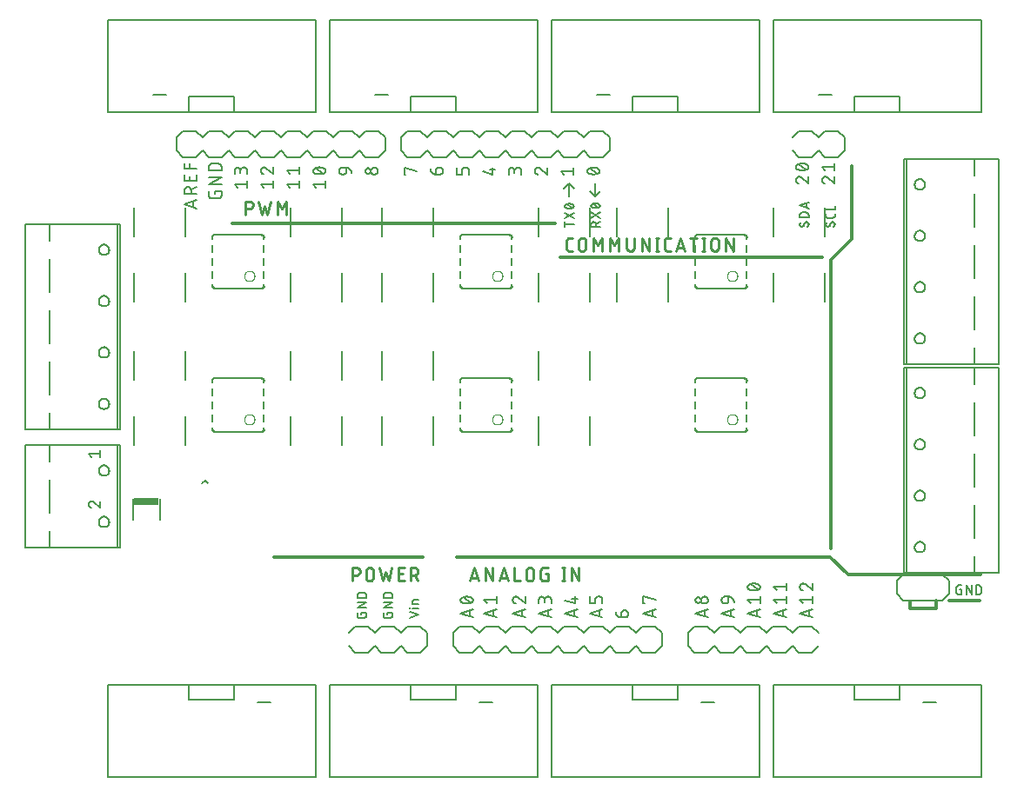
<source format=gto>
G04 EAGLE Gerber X2 export*
%TF.Part,Single*%
%TF.FileFunction,Other,Top Silkscreen*%
%TF.FilePolarity,Positive*%
%TF.GenerationSoftware,Autodesk,EAGLE,8.7.1*%
%TF.CreationDate,2018-04-02T18:03:59Z*%
G75*
%MOMM*%
%FSLAX34Y34*%
%LPD*%
%AMOC8*
5,1,8,0,0,1.08239X$1,22.5*%
G01*
%ADD10C,0.152400*%
%ADD11C,0.203200*%
%ADD12C,0.304800*%
%ADD13C,0.228600*%
%ADD14C,0.127000*%
%ADD15R,2.450000X0.675000*%
%ADD16C,0.015238*%
%ADD17C,0.050800*%


D10*
X193802Y291790D02*
X196511Y294499D01*
X199221Y291790D01*
D11*
X749300Y152400D02*
X762000Y152400D01*
X768350Y146050D01*
X768350Y133350D02*
X762000Y127000D01*
X768350Y146050D02*
X774700Y152400D01*
X787400Y152400D01*
X793750Y146050D01*
X793750Y133350D02*
X787400Y127000D01*
X774700Y127000D01*
X768350Y133350D01*
X723900Y152400D02*
X717550Y146050D01*
X723900Y152400D02*
X736600Y152400D01*
X742950Y146050D01*
X742950Y133350D02*
X736600Y127000D01*
X723900Y127000D01*
X717550Y133350D01*
X742950Y146050D02*
X749300Y152400D01*
X742950Y133350D02*
X749300Y127000D01*
X762000Y127000D01*
X685800Y152400D02*
X673100Y152400D01*
X685800Y152400D02*
X692150Y146050D01*
X692150Y133350D02*
X685800Y127000D01*
X692150Y146050D02*
X698500Y152400D01*
X711200Y152400D01*
X717550Y146050D01*
X717550Y133350D02*
X711200Y127000D01*
X698500Y127000D01*
X692150Y133350D01*
X666750Y133350D02*
X666750Y146050D01*
X673100Y152400D01*
X666750Y133350D02*
X673100Y127000D01*
X685800Y127000D01*
X774700Y635000D02*
X787400Y635000D01*
X793750Y628650D01*
X793750Y615950D02*
X787400Y609600D01*
X768350Y628650D02*
X774700Y635000D01*
X768350Y615950D02*
X774700Y609600D01*
X787400Y609600D01*
X800100Y635000D02*
X812800Y635000D01*
X819150Y628650D01*
X819150Y615950D01*
X812800Y609600D01*
X793750Y628650D02*
X800100Y635000D01*
X793750Y615950D02*
X800100Y609600D01*
X812800Y609600D01*
X609600Y152400D02*
X596900Y152400D01*
X609600Y152400D02*
X615950Y146050D01*
X615950Y133350D02*
X609600Y127000D01*
X571500Y152400D02*
X565150Y146050D01*
X571500Y152400D02*
X584200Y152400D01*
X590550Y146050D01*
X590550Y133350D02*
X584200Y127000D01*
X571500Y127000D01*
X565150Y133350D01*
X590550Y146050D02*
X596900Y152400D01*
X590550Y133350D02*
X596900Y127000D01*
X609600Y127000D01*
X533400Y152400D02*
X520700Y152400D01*
X533400Y152400D02*
X539750Y146050D01*
X539750Y133350D02*
X533400Y127000D01*
X539750Y146050D02*
X546100Y152400D01*
X558800Y152400D01*
X565150Y146050D01*
X565150Y133350D02*
X558800Y127000D01*
X546100Y127000D01*
X539750Y133350D01*
X495300Y152400D02*
X488950Y146050D01*
X495300Y152400D02*
X508000Y152400D01*
X514350Y146050D01*
X514350Y133350D02*
X508000Y127000D01*
X495300Y127000D01*
X488950Y133350D01*
X514350Y146050D02*
X520700Y152400D01*
X514350Y133350D02*
X520700Y127000D01*
X533400Y127000D01*
X457200Y152400D02*
X444500Y152400D01*
X457200Y152400D02*
X463550Y146050D01*
X463550Y133350D02*
X457200Y127000D01*
X463550Y146050D02*
X469900Y152400D01*
X482600Y152400D01*
X488950Y146050D01*
X488950Y133350D02*
X482600Y127000D01*
X469900Y127000D01*
X463550Y133350D01*
X438150Y133350D02*
X438150Y146050D01*
X444500Y152400D01*
X438150Y133350D02*
X444500Y127000D01*
X457200Y127000D01*
X622300Y152400D02*
X635000Y152400D01*
X641350Y146050D01*
X641350Y133350D01*
X635000Y127000D01*
X615950Y146050D02*
X622300Y152400D01*
X615950Y133350D02*
X622300Y127000D01*
X635000Y127000D01*
X558800Y635000D02*
X546100Y635000D01*
X558800Y635000D02*
X565150Y628650D01*
X565150Y615950D02*
X558800Y609600D01*
X520700Y635000D02*
X514350Y628650D01*
X520700Y635000D02*
X533400Y635000D01*
X539750Y628650D01*
X539750Y615950D02*
X533400Y609600D01*
X520700Y609600D01*
X514350Y615950D01*
X539750Y628650D02*
X546100Y635000D01*
X539750Y615950D02*
X546100Y609600D01*
X558800Y609600D01*
X482600Y635000D02*
X469900Y635000D01*
X482600Y635000D02*
X488950Y628650D01*
X488950Y615950D02*
X482600Y609600D01*
X488950Y628650D02*
X495300Y635000D01*
X508000Y635000D01*
X514350Y628650D01*
X514350Y615950D02*
X508000Y609600D01*
X495300Y609600D01*
X488950Y615950D01*
X444500Y635000D02*
X438150Y628650D01*
X444500Y635000D02*
X457200Y635000D01*
X463550Y628650D01*
X463550Y615950D02*
X457200Y609600D01*
X444500Y609600D01*
X438150Y615950D01*
X463550Y628650D02*
X469900Y635000D01*
X463550Y615950D02*
X469900Y609600D01*
X482600Y609600D01*
X406400Y635000D02*
X393700Y635000D01*
X406400Y635000D02*
X412750Y628650D01*
X412750Y615950D02*
X406400Y609600D01*
X412750Y628650D02*
X419100Y635000D01*
X431800Y635000D01*
X438150Y628650D01*
X438150Y615950D02*
X431800Y609600D01*
X419100Y609600D01*
X412750Y615950D01*
X387350Y615950D02*
X387350Y628650D01*
X393700Y635000D01*
X387350Y615950D02*
X393700Y609600D01*
X406400Y609600D01*
X571500Y635000D02*
X584200Y635000D01*
X590550Y628650D01*
X590550Y615950D01*
X584200Y609600D01*
X565150Y628650D02*
X571500Y635000D01*
X565150Y615950D02*
X571500Y609600D01*
X584200Y609600D01*
X340360Y635000D02*
X327660Y635000D01*
X340360Y635000D02*
X346710Y628650D01*
X346710Y615950D02*
X340360Y609600D01*
X302260Y635000D02*
X295910Y628650D01*
X302260Y635000D02*
X314960Y635000D01*
X321310Y628650D01*
X321310Y615950D02*
X314960Y609600D01*
X302260Y609600D01*
X295910Y615950D01*
X321310Y628650D02*
X327660Y635000D01*
X321310Y615950D02*
X327660Y609600D01*
X340360Y609600D01*
X264160Y635000D02*
X251460Y635000D01*
X264160Y635000D02*
X270510Y628650D01*
X270510Y615950D02*
X264160Y609600D01*
X270510Y628650D02*
X276860Y635000D01*
X289560Y635000D01*
X295910Y628650D01*
X295910Y615950D02*
X289560Y609600D01*
X276860Y609600D01*
X270510Y615950D01*
X226060Y635000D02*
X219710Y628650D01*
X226060Y635000D02*
X238760Y635000D01*
X245110Y628650D01*
X245110Y615950D02*
X238760Y609600D01*
X226060Y609600D01*
X219710Y615950D01*
X245110Y628650D02*
X251460Y635000D01*
X245110Y615950D02*
X251460Y609600D01*
X264160Y609600D01*
X187960Y635000D02*
X175260Y635000D01*
X187960Y635000D02*
X194310Y628650D01*
X194310Y615950D02*
X187960Y609600D01*
X194310Y628650D02*
X200660Y635000D01*
X213360Y635000D01*
X219710Y628650D01*
X219710Y615950D02*
X213360Y609600D01*
X200660Y609600D01*
X194310Y615950D01*
X168910Y615950D02*
X168910Y628650D01*
X175260Y635000D01*
X168910Y615950D02*
X175260Y609600D01*
X187960Y609600D01*
X353060Y635000D02*
X365760Y635000D01*
X372110Y628650D01*
X372110Y615950D01*
X365760Y609600D01*
X346710Y628650D02*
X353060Y635000D01*
X346710Y615950D02*
X353060Y609600D01*
X365760Y609600D01*
X914400Y203200D02*
X920750Y196850D01*
X920750Y184150D02*
X914400Y177800D01*
X869950Y184150D02*
X869950Y196850D01*
X876300Y203200D01*
X869950Y184150D02*
X876300Y177800D01*
X920750Y184150D02*
X920750Y196850D01*
X914400Y203200D02*
X876300Y203200D01*
X876300Y177800D02*
X914400Y177800D01*
D12*
X537210Y544830D02*
X223520Y544830D01*
X542290Y511810D02*
X797560Y511810D01*
X805434Y509778D02*
X805434Y228600D01*
X825754Y530098D02*
X825754Y600710D01*
X882650Y177038D02*
X882650Y169672D01*
X908050Y169672D01*
X908050Y177292D01*
X805180Y219964D02*
X441960Y219964D01*
X805180Y219964D02*
X822198Y202946D01*
X950976Y202946D01*
X805434Y509778D02*
X825754Y530098D01*
X920750Y177800D02*
X950722Y177800D01*
D11*
X551180Y571500D02*
X551180Y584200D01*
X546100Y579120D01*
X551180Y584200D02*
X556260Y579120D01*
X576580Y584200D02*
X576580Y571500D01*
X581660Y576580D01*
X576580Y571500D02*
X571500Y576580D01*
D12*
X408940Y219964D02*
X264160Y219964D01*
D11*
X387350Y146050D02*
X393700Y152400D01*
X406400Y152400D01*
X412750Y146050D01*
X412750Y133350D02*
X406400Y127000D01*
X393700Y127000D01*
X387350Y133350D01*
X355600Y152400D02*
X342900Y152400D01*
X355600Y152400D02*
X361950Y146050D01*
X361950Y133350D02*
X355600Y127000D01*
X361950Y146050D02*
X368300Y152400D01*
X381000Y152400D01*
X387350Y146050D01*
X387350Y133350D02*
X381000Y127000D01*
X368300Y127000D01*
X361950Y133350D01*
X342900Y152400D02*
X336550Y146050D01*
X336550Y133350D02*
X342900Y127000D01*
X355600Y127000D01*
X412750Y133350D02*
X412750Y146050D01*
X570145Y593852D02*
X570362Y593749D01*
X570581Y593652D01*
X570803Y593560D01*
X571027Y593473D01*
X571252Y593392D01*
X571480Y593316D01*
X571709Y593245D01*
X571940Y593180D01*
X572172Y593121D01*
X572406Y593067D01*
X572641Y593019D01*
X572877Y592976D01*
X573114Y592939D01*
X573352Y592907D01*
X573590Y592882D01*
X573829Y592862D01*
X574068Y592847D01*
X574308Y592839D01*
X574548Y592836D01*
X570145Y593852D02*
X570054Y593886D01*
X569964Y593923D01*
X569876Y593963D01*
X569789Y594006D01*
X569704Y594053D01*
X569621Y594104D01*
X569540Y594157D01*
X569461Y594214D01*
X569384Y594273D01*
X569309Y594336D01*
X569238Y594401D01*
X569168Y594469D01*
X569102Y594540D01*
X569038Y594613D01*
X568977Y594688D01*
X568919Y594766D01*
X568864Y594847D01*
X568812Y594929D01*
X568764Y595013D01*
X568718Y595099D01*
X568676Y595186D01*
X568638Y595276D01*
X568603Y595366D01*
X568572Y595458D01*
X568544Y595551D01*
X568519Y595645D01*
X568499Y595740D01*
X568482Y595836D01*
X568469Y595932D01*
X568460Y596029D01*
X568454Y596126D01*
X568452Y596223D01*
X568454Y596320D01*
X568460Y596417D01*
X568469Y596514D01*
X568482Y596610D01*
X568499Y596706D01*
X568519Y596801D01*
X568544Y596895D01*
X568572Y596988D01*
X568603Y597080D01*
X568638Y597170D01*
X568676Y597260D01*
X568718Y597347D01*
X568764Y597433D01*
X568812Y597517D01*
X568864Y597599D01*
X568919Y597680D01*
X568977Y597758D01*
X569038Y597833D01*
X569102Y597906D01*
X569168Y597977D01*
X569238Y598045D01*
X569309Y598110D01*
X569384Y598173D01*
X569461Y598232D01*
X569540Y598289D01*
X569621Y598342D01*
X569704Y598393D01*
X569789Y598440D01*
X569876Y598483D01*
X569964Y598523D01*
X570054Y598560D01*
X570145Y598594D01*
X570145Y598593D02*
X570362Y598696D01*
X570581Y598793D01*
X570803Y598885D01*
X571027Y598972D01*
X571252Y599053D01*
X571480Y599129D01*
X571709Y599200D01*
X571940Y599265D01*
X572172Y599324D01*
X572406Y599378D01*
X572641Y599426D01*
X572877Y599469D01*
X573114Y599506D01*
X573352Y599538D01*
X573590Y599563D01*
X573829Y599583D01*
X574068Y599598D01*
X574308Y599606D01*
X574548Y599609D01*
X574548Y592836D02*
X574788Y592839D01*
X575028Y592847D01*
X575267Y592862D01*
X575506Y592882D01*
X575744Y592907D01*
X575982Y592939D01*
X576219Y592976D01*
X576455Y593019D01*
X576690Y593067D01*
X576924Y593121D01*
X577156Y593180D01*
X577387Y593245D01*
X577616Y593316D01*
X577844Y593392D01*
X578069Y593473D01*
X578293Y593560D01*
X578515Y593652D01*
X578734Y593749D01*
X578951Y593852D01*
X579042Y593886D01*
X579132Y593923D01*
X579220Y593963D01*
X579307Y594006D01*
X579392Y594053D01*
X579475Y594104D01*
X579556Y594157D01*
X579635Y594214D01*
X579712Y594273D01*
X579787Y594336D01*
X579858Y594401D01*
X579928Y594469D01*
X579994Y594540D01*
X580058Y594613D01*
X580119Y594688D01*
X580177Y594766D01*
X580232Y594847D01*
X580284Y594929D01*
X580332Y595013D01*
X580378Y595099D01*
X580420Y595186D01*
X580458Y595276D01*
X580493Y595366D01*
X580524Y595458D01*
X580552Y595551D01*
X580577Y595645D01*
X580597Y595740D01*
X580614Y595836D01*
X580627Y595932D01*
X580636Y596029D01*
X580642Y596126D01*
X580644Y596223D01*
X578951Y598593D02*
X578734Y598696D01*
X578515Y598793D01*
X578293Y598885D01*
X578069Y598972D01*
X577844Y599053D01*
X577616Y599129D01*
X577387Y599200D01*
X577156Y599265D01*
X576924Y599324D01*
X576690Y599378D01*
X576455Y599426D01*
X576219Y599469D01*
X575982Y599506D01*
X575744Y599538D01*
X575506Y599563D01*
X575267Y599583D01*
X575028Y599598D01*
X574788Y599606D01*
X574548Y599609D01*
X578951Y598594D02*
X579042Y598560D01*
X579132Y598523D01*
X579220Y598483D01*
X579307Y598440D01*
X579392Y598393D01*
X579475Y598342D01*
X579556Y598289D01*
X579635Y598232D01*
X579712Y598173D01*
X579787Y598110D01*
X579858Y598045D01*
X579928Y597977D01*
X579994Y597906D01*
X580058Y597833D01*
X580119Y597758D01*
X580177Y597680D01*
X580232Y597599D01*
X580284Y597517D01*
X580332Y597433D01*
X580378Y597347D01*
X580420Y597260D01*
X580458Y597170D01*
X580493Y597080D01*
X580524Y596988D01*
X580552Y596895D01*
X580577Y596801D01*
X580597Y596706D01*
X580614Y596610D01*
X580627Y596514D01*
X580636Y596417D01*
X580642Y596320D01*
X580644Y596223D01*
X577935Y593513D02*
X571161Y598932D01*
X545761Y592836D02*
X543052Y596223D01*
X555244Y596223D01*
X555244Y599609D02*
X555244Y592836D01*
X520700Y599609D02*
X520591Y599607D01*
X520483Y599601D01*
X520374Y599592D01*
X520266Y599578D01*
X520159Y599561D01*
X520052Y599539D01*
X519946Y599514D01*
X519841Y599486D01*
X519737Y599453D01*
X519635Y599417D01*
X519534Y599377D01*
X519434Y599334D01*
X519336Y599287D01*
X519239Y599236D01*
X519145Y599182D01*
X519052Y599125D01*
X518962Y599065D01*
X518873Y599001D01*
X518787Y598934D01*
X518704Y598865D01*
X518623Y598792D01*
X518545Y598716D01*
X518469Y598638D01*
X518396Y598557D01*
X518327Y598474D01*
X518260Y598388D01*
X518196Y598299D01*
X518136Y598209D01*
X518079Y598116D01*
X518025Y598022D01*
X517974Y597925D01*
X517927Y597827D01*
X517884Y597727D01*
X517844Y597626D01*
X517808Y597524D01*
X517775Y597420D01*
X517747Y597315D01*
X517722Y597209D01*
X517700Y597102D01*
X517683Y596995D01*
X517669Y596887D01*
X517660Y596778D01*
X517654Y596670D01*
X517652Y596561D01*
X517654Y596438D01*
X517660Y596315D01*
X517669Y596192D01*
X517683Y596070D01*
X517700Y595948D01*
X517721Y595827D01*
X517746Y595706D01*
X517775Y595586D01*
X517808Y595468D01*
X517844Y595350D01*
X517884Y595234D01*
X517927Y595118D01*
X517975Y595005D01*
X518025Y594892D01*
X518079Y594782D01*
X518137Y594673D01*
X518198Y594566D01*
X518263Y594461D01*
X518330Y594358D01*
X518401Y594258D01*
X518475Y594159D01*
X518552Y594063D01*
X518632Y593970D01*
X518715Y593879D01*
X518801Y593790D01*
X518889Y593705D01*
X518980Y593622D01*
X519074Y593542D01*
X519170Y593465D01*
X519269Y593391D01*
X519369Y593321D01*
X519472Y593253D01*
X519577Y593189D01*
X519684Y593128D01*
X519793Y593070D01*
X519904Y593016D01*
X520016Y592966D01*
X520130Y592919D01*
X520245Y592875D01*
X520361Y592835D01*
X523071Y598594D02*
X522993Y598673D01*
X522913Y598749D01*
X522831Y598822D01*
X522745Y598892D01*
X522658Y598960D01*
X522568Y599025D01*
X522477Y599086D01*
X522383Y599144D01*
X522287Y599200D01*
X522190Y599251D01*
X522090Y599300D01*
X521990Y599345D01*
X521887Y599387D01*
X521784Y599425D01*
X521679Y599460D01*
X521573Y599491D01*
X521466Y599519D01*
X521358Y599543D01*
X521250Y599564D01*
X521141Y599580D01*
X521031Y599593D01*
X520921Y599603D01*
X520810Y599608D01*
X520700Y599610D01*
X523071Y598593D02*
X529844Y592836D01*
X529844Y599609D01*
X504444Y596223D02*
X504444Y592836D01*
X504444Y596223D02*
X504442Y596339D01*
X504436Y596454D01*
X504426Y596569D01*
X504412Y596684D01*
X504395Y596798D01*
X504373Y596912D01*
X504348Y597025D01*
X504318Y597137D01*
X504285Y597248D01*
X504248Y597357D01*
X504208Y597466D01*
X504164Y597572D01*
X504116Y597678D01*
X504064Y597781D01*
X504009Y597883D01*
X503951Y597983D01*
X503889Y598081D01*
X503824Y598176D01*
X503756Y598270D01*
X503684Y598360D01*
X503610Y598449D01*
X503532Y598535D01*
X503452Y598618D01*
X503369Y598698D01*
X503283Y598776D01*
X503194Y598850D01*
X503104Y598922D01*
X503010Y598990D01*
X502915Y599055D01*
X502817Y599117D01*
X502717Y599175D01*
X502615Y599230D01*
X502512Y599282D01*
X502406Y599330D01*
X502300Y599374D01*
X502191Y599414D01*
X502082Y599451D01*
X501971Y599484D01*
X501859Y599514D01*
X501746Y599539D01*
X501632Y599561D01*
X501518Y599578D01*
X501403Y599592D01*
X501288Y599602D01*
X501173Y599608D01*
X501057Y599610D01*
X500941Y599608D01*
X500826Y599602D01*
X500711Y599592D01*
X500596Y599578D01*
X500482Y599561D01*
X500368Y599539D01*
X500255Y599514D01*
X500143Y599484D01*
X500032Y599451D01*
X499923Y599414D01*
X499814Y599374D01*
X499708Y599330D01*
X499602Y599282D01*
X499499Y599230D01*
X499397Y599175D01*
X499297Y599117D01*
X499199Y599055D01*
X499104Y598990D01*
X499010Y598922D01*
X498920Y598850D01*
X498831Y598776D01*
X498745Y598698D01*
X498662Y598618D01*
X498582Y598535D01*
X498504Y598449D01*
X498430Y598360D01*
X498358Y598270D01*
X498290Y598176D01*
X498225Y598081D01*
X498163Y597983D01*
X498105Y597883D01*
X498050Y597781D01*
X497998Y597678D01*
X497950Y597572D01*
X497906Y597466D01*
X497866Y597357D01*
X497829Y597248D01*
X497796Y597137D01*
X497766Y597025D01*
X497741Y596912D01*
X497719Y596798D01*
X497702Y596684D01*
X497688Y596569D01*
X497678Y596454D01*
X497672Y596339D01*
X497670Y596223D01*
X492252Y596900D02*
X492252Y592836D01*
X492252Y596900D02*
X492254Y597003D01*
X492260Y597105D01*
X492269Y597207D01*
X492283Y597309D01*
X492300Y597410D01*
X492322Y597510D01*
X492347Y597609D01*
X492375Y597708D01*
X492408Y597805D01*
X492444Y597901D01*
X492483Y597996D01*
X492527Y598089D01*
X492573Y598180D01*
X492624Y598269D01*
X492677Y598357D01*
X492734Y598442D01*
X492794Y598525D01*
X492857Y598606D01*
X492923Y598685D01*
X492992Y598760D01*
X493064Y598834D01*
X493138Y598904D01*
X493215Y598972D01*
X493295Y599036D01*
X493377Y599098D01*
X493461Y599156D01*
X493548Y599211D01*
X493636Y599263D01*
X493727Y599311D01*
X493819Y599356D01*
X493912Y599398D01*
X494008Y599436D01*
X494104Y599470D01*
X494202Y599501D01*
X494301Y599527D01*
X494401Y599551D01*
X494502Y599570D01*
X494603Y599585D01*
X494705Y599597D01*
X494807Y599605D01*
X494910Y599609D01*
X495012Y599609D01*
X495115Y599605D01*
X495217Y599597D01*
X495319Y599585D01*
X495420Y599570D01*
X495521Y599551D01*
X495621Y599527D01*
X495720Y599501D01*
X495818Y599470D01*
X495914Y599436D01*
X496010Y599398D01*
X496103Y599356D01*
X496195Y599311D01*
X496286Y599263D01*
X496374Y599211D01*
X496461Y599156D01*
X496545Y599098D01*
X496627Y599036D01*
X496707Y598972D01*
X496784Y598904D01*
X496858Y598834D01*
X496930Y598760D01*
X496999Y598685D01*
X497065Y598606D01*
X497128Y598525D01*
X497188Y598442D01*
X497245Y598357D01*
X497298Y598269D01*
X497349Y598180D01*
X497395Y598089D01*
X497439Y597996D01*
X497478Y597901D01*
X497514Y597805D01*
X497547Y597708D01*
X497575Y597609D01*
X497600Y597510D01*
X497622Y597410D01*
X497639Y597309D01*
X497653Y597207D01*
X497662Y597105D01*
X497668Y597003D01*
X497670Y596900D01*
X497671Y596900D02*
X497671Y594191D01*
X476335Y592836D02*
X466852Y595545D01*
X476335Y592836D02*
X476335Y599609D01*
X479044Y597577D02*
X473625Y597577D01*
X453644Y596900D02*
X453644Y592836D01*
X453644Y596900D02*
X453642Y597001D01*
X453636Y597102D01*
X453627Y597203D01*
X453614Y597304D01*
X453597Y597404D01*
X453576Y597503D01*
X453552Y597601D01*
X453524Y597698D01*
X453492Y597795D01*
X453457Y597890D01*
X453418Y597983D01*
X453376Y598075D01*
X453330Y598166D01*
X453281Y598255D01*
X453229Y598341D01*
X453173Y598426D01*
X453115Y598509D01*
X453053Y598589D01*
X452988Y598667D01*
X452921Y598743D01*
X452851Y598816D01*
X452778Y598886D01*
X452702Y598953D01*
X452624Y599018D01*
X452544Y599080D01*
X452461Y599138D01*
X452376Y599194D01*
X452290Y599246D01*
X452201Y599295D01*
X452110Y599341D01*
X452018Y599383D01*
X451925Y599422D01*
X451830Y599457D01*
X451733Y599489D01*
X451636Y599517D01*
X451538Y599541D01*
X451439Y599562D01*
X451339Y599579D01*
X451238Y599592D01*
X451137Y599601D01*
X451036Y599607D01*
X450935Y599609D01*
X449580Y599609D01*
X449479Y599607D01*
X449378Y599601D01*
X449277Y599592D01*
X449176Y599579D01*
X449076Y599562D01*
X448977Y599541D01*
X448879Y599517D01*
X448782Y599489D01*
X448685Y599457D01*
X448590Y599422D01*
X448497Y599383D01*
X448405Y599341D01*
X448314Y599295D01*
X448226Y599246D01*
X448139Y599194D01*
X448054Y599138D01*
X447971Y599080D01*
X447891Y599018D01*
X447813Y598953D01*
X447737Y598886D01*
X447664Y598816D01*
X447594Y598743D01*
X447527Y598667D01*
X447462Y598589D01*
X447400Y598509D01*
X447342Y598426D01*
X447286Y598341D01*
X447234Y598255D01*
X447185Y598166D01*
X447139Y598075D01*
X447097Y597983D01*
X447058Y597890D01*
X447023Y597795D01*
X446991Y597698D01*
X446963Y597601D01*
X446939Y597503D01*
X446918Y597404D01*
X446901Y597304D01*
X446888Y597203D01*
X446879Y597102D01*
X446873Y597001D01*
X446871Y596900D01*
X446871Y592836D01*
X441452Y592836D01*
X441452Y599609D01*
X421471Y596900D02*
X421471Y592836D01*
X421471Y596900D02*
X421473Y597001D01*
X421479Y597102D01*
X421488Y597203D01*
X421501Y597304D01*
X421518Y597404D01*
X421539Y597503D01*
X421563Y597601D01*
X421591Y597698D01*
X421623Y597795D01*
X421658Y597890D01*
X421697Y597983D01*
X421739Y598075D01*
X421785Y598166D01*
X421834Y598255D01*
X421886Y598341D01*
X421942Y598426D01*
X422000Y598509D01*
X422062Y598589D01*
X422127Y598667D01*
X422194Y598743D01*
X422264Y598816D01*
X422337Y598886D01*
X422413Y598953D01*
X422491Y599018D01*
X422571Y599080D01*
X422654Y599138D01*
X422739Y599194D01*
X422826Y599246D01*
X422914Y599295D01*
X423005Y599341D01*
X423097Y599383D01*
X423190Y599422D01*
X423285Y599457D01*
X423382Y599489D01*
X423479Y599517D01*
X423577Y599541D01*
X423676Y599562D01*
X423776Y599579D01*
X423877Y599592D01*
X423978Y599601D01*
X424079Y599607D01*
X424180Y599609D01*
X424857Y599609D01*
X424857Y599610D02*
X424973Y599608D01*
X425088Y599602D01*
X425203Y599592D01*
X425318Y599578D01*
X425432Y599561D01*
X425546Y599539D01*
X425659Y599514D01*
X425771Y599484D01*
X425882Y599451D01*
X425991Y599414D01*
X426100Y599374D01*
X426206Y599330D01*
X426312Y599282D01*
X426415Y599230D01*
X426517Y599175D01*
X426617Y599117D01*
X426715Y599055D01*
X426810Y598990D01*
X426904Y598922D01*
X426994Y598850D01*
X427083Y598776D01*
X427169Y598698D01*
X427252Y598618D01*
X427332Y598535D01*
X427410Y598449D01*
X427484Y598360D01*
X427556Y598270D01*
X427624Y598176D01*
X427689Y598081D01*
X427751Y597983D01*
X427809Y597883D01*
X427864Y597781D01*
X427916Y597678D01*
X427964Y597572D01*
X428008Y597466D01*
X428048Y597357D01*
X428085Y597248D01*
X428118Y597137D01*
X428148Y597025D01*
X428173Y596912D01*
X428195Y596798D01*
X428212Y596684D01*
X428226Y596569D01*
X428236Y596454D01*
X428242Y596339D01*
X428244Y596223D01*
X428242Y596107D01*
X428236Y595992D01*
X428226Y595877D01*
X428212Y595762D01*
X428195Y595648D01*
X428173Y595534D01*
X428148Y595421D01*
X428118Y595309D01*
X428085Y595198D01*
X428048Y595089D01*
X428008Y594980D01*
X427964Y594874D01*
X427916Y594768D01*
X427864Y594665D01*
X427809Y594563D01*
X427751Y594463D01*
X427689Y594365D01*
X427624Y594270D01*
X427556Y594176D01*
X427484Y594086D01*
X427410Y593997D01*
X427332Y593911D01*
X427252Y593828D01*
X427169Y593748D01*
X427083Y593670D01*
X426994Y593596D01*
X426904Y593524D01*
X426810Y593456D01*
X426715Y593391D01*
X426617Y593329D01*
X426517Y593271D01*
X426415Y593216D01*
X426312Y593164D01*
X426206Y593116D01*
X426100Y593072D01*
X425991Y593032D01*
X425882Y592995D01*
X425771Y592962D01*
X425659Y592932D01*
X425546Y592907D01*
X425432Y592885D01*
X425318Y592868D01*
X425203Y592854D01*
X425088Y592844D01*
X424973Y592838D01*
X424857Y592836D01*
X421471Y592836D01*
X421324Y592838D01*
X421178Y592844D01*
X421031Y592854D01*
X420885Y592868D01*
X420739Y592886D01*
X420594Y592907D01*
X420450Y592933D01*
X420306Y592963D01*
X420163Y592996D01*
X420021Y593034D01*
X419880Y593075D01*
X419741Y593120D01*
X419602Y593168D01*
X419465Y593221D01*
X419330Y593277D01*
X419196Y593337D01*
X419063Y593400D01*
X418933Y593467D01*
X418804Y593538D01*
X418677Y593612D01*
X418553Y593689D01*
X418430Y593770D01*
X418310Y593854D01*
X418192Y593941D01*
X418076Y594031D01*
X417963Y594125D01*
X417852Y594221D01*
X417744Y594321D01*
X417639Y594423D01*
X417537Y594528D01*
X417437Y594636D01*
X417341Y594747D01*
X417247Y594860D01*
X417157Y594976D01*
X417070Y595094D01*
X416986Y595214D01*
X416905Y595336D01*
X416828Y595461D01*
X416754Y595588D01*
X416683Y595717D01*
X416616Y595847D01*
X416553Y595980D01*
X416493Y596114D01*
X416437Y596249D01*
X416384Y596386D01*
X416336Y596525D01*
X416291Y596664D01*
X416250Y596805D01*
X416212Y596947D01*
X416179Y597090D01*
X416149Y597234D01*
X416123Y597378D01*
X416102Y597523D01*
X416084Y597669D01*
X416070Y597815D01*
X416060Y597962D01*
X416054Y598108D01*
X416052Y598255D01*
X392007Y592836D02*
X390652Y592836D01*
X390652Y599609D01*
X402844Y596223D01*
X361357Y599610D02*
X361241Y599608D01*
X361126Y599602D01*
X361011Y599592D01*
X360896Y599578D01*
X360782Y599561D01*
X360668Y599539D01*
X360555Y599514D01*
X360443Y599484D01*
X360332Y599451D01*
X360223Y599414D01*
X360114Y599374D01*
X360008Y599330D01*
X359902Y599282D01*
X359799Y599230D01*
X359697Y599175D01*
X359597Y599117D01*
X359499Y599055D01*
X359404Y598990D01*
X359310Y598922D01*
X359220Y598850D01*
X359131Y598776D01*
X359045Y598698D01*
X358962Y598618D01*
X358882Y598535D01*
X358804Y598449D01*
X358730Y598360D01*
X358658Y598270D01*
X358590Y598176D01*
X358525Y598081D01*
X358463Y597983D01*
X358405Y597883D01*
X358350Y597781D01*
X358298Y597678D01*
X358250Y597572D01*
X358206Y597466D01*
X358166Y597357D01*
X358129Y597248D01*
X358096Y597137D01*
X358066Y597025D01*
X358041Y596912D01*
X358019Y596798D01*
X358002Y596684D01*
X357988Y596569D01*
X357978Y596454D01*
X357972Y596339D01*
X357970Y596223D01*
X357972Y596107D01*
X357978Y595992D01*
X357988Y595877D01*
X358002Y595762D01*
X358019Y595648D01*
X358041Y595534D01*
X358066Y595421D01*
X358096Y595309D01*
X358129Y595198D01*
X358166Y595089D01*
X358206Y594980D01*
X358250Y594874D01*
X358298Y594768D01*
X358350Y594665D01*
X358405Y594563D01*
X358463Y594463D01*
X358525Y594365D01*
X358590Y594270D01*
X358658Y594176D01*
X358730Y594086D01*
X358804Y593997D01*
X358882Y593911D01*
X358962Y593828D01*
X359045Y593748D01*
X359131Y593670D01*
X359220Y593596D01*
X359310Y593524D01*
X359404Y593456D01*
X359499Y593391D01*
X359597Y593329D01*
X359697Y593271D01*
X359799Y593216D01*
X359902Y593164D01*
X360008Y593116D01*
X360114Y593072D01*
X360223Y593032D01*
X360332Y592995D01*
X360443Y592962D01*
X360555Y592932D01*
X360668Y592907D01*
X360782Y592885D01*
X360896Y592868D01*
X361011Y592854D01*
X361126Y592844D01*
X361241Y592838D01*
X361357Y592836D01*
X361473Y592838D01*
X361588Y592844D01*
X361703Y592854D01*
X361818Y592868D01*
X361932Y592885D01*
X362046Y592907D01*
X362159Y592932D01*
X362271Y592962D01*
X362382Y592995D01*
X362491Y593032D01*
X362600Y593072D01*
X362706Y593116D01*
X362812Y593164D01*
X362915Y593216D01*
X363017Y593271D01*
X363117Y593329D01*
X363215Y593391D01*
X363310Y593456D01*
X363404Y593524D01*
X363494Y593596D01*
X363583Y593670D01*
X363669Y593748D01*
X363752Y593828D01*
X363832Y593911D01*
X363910Y593997D01*
X363984Y594086D01*
X364056Y594176D01*
X364124Y594270D01*
X364189Y594365D01*
X364251Y594463D01*
X364309Y594563D01*
X364364Y594665D01*
X364416Y594768D01*
X364464Y594874D01*
X364508Y594980D01*
X364548Y595089D01*
X364585Y595198D01*
X364618Y595309D01*
X364648Y595421D01*
X364673Y595534D01*
X364695Y595648D01*
X364712Y595762D01*
X364726Y595877D01*
X364736Y595992D01*
X364742Y596107D01*
X364744Y596223D01*
X364742Y596339D01*
X364736Y596454D01*
X364726Y596569D01*
X364712Y596684D01*
X364695Y596798D01*
X364673Y596912D01*
X364648Y597025D01*
X364618Y597137D01*
X364585Y597248D01*
X364548Y597357D01*
X364508Y597466D01*
X364464Y597572D01*
X364416Y597678D01*
X364364Y597781D01*
X364309Y597883D01*
X364251Y597983D01*
X364189Y598081D01*
X364124Y598176D01*
X364056Y598270D01*
X363984Y598360D01*
X363910Y598449D01*
X363832Y598535D01*
X363752Y598618D01*
X363669Y598698D01*
X363583Y598776D01*
X363494Y598850D01*
X363404Y598922D01*
X363310Y598990D01*
X363215Y599055D01*
X363117Y599117D01*
X363017Y599175D01*
X362915Y599230D01*
X362812Y599282D01*
X362706Y599330D01*
X362600Y599374D01*
X362491Y599414D01*
X362382Y599451D01*
X362271Y599484D01*
X362159Y599514D01*
X362046Y599539D01*
X361932Y599561D01*
X361818Y599578D01*
X361703Y599592D01*
X361588Y599602D01*
X361473Y599608D01*
X361357Y599610D01*
X355261Y598932D02*
X355158Y598930D01*
X355056Y598924D01*
X354954Y598915D01*
X354852Y598901D01*
X354751Y598884D01*
X354651Y598862D01*
X354552Y598837D01*
X354453Y598809D01*
X354356Y598776D01*
X354260Y598740D01*
X354165Y598701D01*
X354072Y598657D01*
X353981Y598611D01*
X353892Y598560D01*
X353804Y598507D01*
X353719Y598450D01*
X353636Y598390D01*
X353555Y598327D01*
X353476Y598261D01*
X353401Y598192D01*
X353327Y598120D01*
X353257Y598046D01*
X353189Y597969D01*
X353125Y597889D01*
X353063Y597807D01*
X353005Y597723D01*
X352950Y597636D01*
X352898Y597548D01*
X352850Y597457D01*
X352805Y597365D01*
X352763Y597272D01*
X352725Y597176D01*
X352691Y597080D01*
X352660Y596982D01*
X352634Y596883D01*
X352610Y596783D01*
X352591Y596682D01*
X352576Y596581D01*
X352564Y596479D01*
X352556Y596377D01*
X352552Y596274D01*
X352552Y596172D01*
X352556Y596069D01*
X352564Y595967D01*
X352576Y595865D01*
X352591Y595764D01*
X352610Y595663D01*
X352634Y595563D01*
X352660Y595464D01*
X352691Y595366D01*
X352725Y595270D01*
X352763Y595174D01*
X352805Y595081D01*
X352850Y594989D01*
X352898Y594898D01*
X352950Y594810D01*
X353005Y594723D01*
X353063Y594639D01*
X353125Y594557D01*
X353189Y594477D01*
X353257Y594400D01*
X353327Y594326D01*
X353401Y594254D01*
X353476Y594185D01*
X353555Y594119D01*
X353636Y594056D01*
X353719Y593996D01*
X353804Y593939D01*
X353892Y593886D01*
X353981Y593835D01*
X354072Y593789D01*
X354165Y593745D01*
X354260Y593706D01*
X354356Y593670D01*
X354453Y593637D01*
X354552Y593609D01*
X354651Y593584D01*
X354751Y593562D01*
X354852Y593545D01*
X354954Y593531D01*
X355056Y593522D01*
X355158Y593516D01*
X355261Y593514D01*
X355364Y593516D01*
X355466Y593522D01*
X355568Y593531D01*
X355670Y593545D01*
X355771Y593562D01*
X355871Y593584D01*
X355970Y593609D01*
X356069Y593637D01*
X356166Y593670D01*
X356262Y593706D01*
X356357Y593745D01*
X356450Y593789D01*
X356541Y593835D01*
X356630Y593886D01*
X356718Y593939D01*
X356803Y593996D01*
X356886Y594056D01*
X356967Y594119D01*
X357046Y594185D01*
X357121Y594254D01*
X357195Y594326D01*
X357265Y594400D01*
X357333Y594477D01*
X357397Y594557D01*
X357459Y594639D01*
X357517Y594723D01*
X357572Y594810D01*
X357624Y594898D01*
X357672Y594989D01*
X357717Y595081D01*
X357759Y595174D01*
X357797Y595270D01*
X357831Y595366D01*
X357862Y595464D01*
X357888Y595563D01*
X357912Y595663D01*
X357931Y595764D01*
X357946Y595865D01*
X357958Y595967D01*
X357966Y596069D01*
X357970Y596172D01*
X357970Y596274D01*
X357966Y596377D01*
X357958Y596479D01*
X357946Y596581D01*
X357931Y596682D01*
X357912Y596783D01*
X357888Y596883D01*
X357862Y596982D01*
X357831Y597080D01*
X357797Y597176D01*
X357759Y597272D01*
X357717Y597365D01*
X357672Y597457D01*
X357624Y597548D01*
X357572Y597636D01*
X357517Y597723D01*
X357459Y597807D01*
X357397Y597889D01*
X357333Y597969D01*
X357265Y598046D01*
X357195Y598120D01*
X357121Y598192D01*
X357046Y598261D01*
X356967Y598327D01*
X356886Y598390D01*
X356803Y598450D01*
X356718Y598507D01*
X356630Y598560D01*
X356541Y598611D01*
X356450Y598657D01*
X356357Y598701D01*
X356262Y598740D01*
X356166Y598776D01*
X356069Y598809D01*
X355970Y598837D01*
X355871Y598862D01*
X355771Y598884D01*
X355670Y598901D01*
X355568Y598915D01*
X355466Y598924D01*
X355364Y598930D01*
X355261Y598932D01*
X333925Y599609D02*
X333925Y595545D01*
X333923Y595444D01*
X333917Y595343D01*
X333908Y595242D01*
X333895Y595141D01*
X333878Y595041D01*
X333857Y594942D01*
X333833Y594844D01*
X333805Y594747D01*
X333773Y594650D01*
X333738Y594555D01*
X333699Y594462D01*
X333657Y594370D01*
X333611Y594279D01*
X333562Y594191D01*
X333510Y594104D01*
X333454Y594019D01*
X333396Y593936D01*
X333334Y593856D01*
X333269Y593778D01*
X333202Y593702D01*
X333132Y593629D01*
X333059Y593559D01*
X332983Y593492D01*
X332905Y593427D01*
X332825Y593365D01*
X332742Y593307D01*
X332657Y593251D01*
X332571Y593199D01*
X332482Y593150D01*
X332391Y593104D01*
X332299Y593062D01*
X332206Y593023D01*
X332111Y592988D01*
X332014Y592956D01*
X331917Y592928D01*
X331819Y592904D01*
X331720Y592883D01*
X331620Y592866D01*
X331519Y592853D01*
X331418Y592844D01*
X331317Y592838D01*
X331216Y592836D01*
X330539Y592836D01*
X330423Y592838D01*
X330308Y592844D01*
X330193Y592854D01*
X330078Y592868D01*
X329964Y592885D01*
X329850Y592907D01*
X329737Y592932D01*
X329625Y592962D01*
X329514Y592995D01*
X329405Y593032D01*
X329296Y593072D01*
X329190Y593116D01*
X329084Y593164D01*
X328981Y593216D01*
X328879Y593271D01*
X328779Y593329D01*
X328681Y593391D01*
X328586Y593456D01*
X328492Y593524D01*
X328402Y593596D01*
X328313Y593670D01*
X328227Y593748D01*
X328144Y593828D01*
X328064Y593911D01*
X327986Y593997D01*
X327912Y594086D01*
X327840Y594176D01*
X327772Y594270D01*
X327707Y594365D01*
X327645Y594463D01*
X327587Y594563D01*
X327532Y594665D01*
X327480Y594768D01*
X327432Y594874D01*
X327388Y594980D01*
X327348Y595089D01*
X327311Y595198D01*
X327278Y595309D01*
X327248Y595421D01*
X327223Y595534D01*
X327201Y595648D01*
X327184Y595762D01*
X327170Y595877D01*
X327160Y595992D01*
X327154Y596107D01*
X327152Y596223D01*
X327154Y596339D01*
X327160Y596454D01*
X327170Y596569D01*
X327184Y596684D01*
X327201Y596798D01*
X327223Y596912D01*
X327248Y597025D01*
X327278Y597137D01*
X327311Y597248D01*
X327348Y597357D01*
X327388Y597466D01*
X327432Y597572D01*
X327480Y597678D01*
X327532Y597781D01*
X327587Y597883D01*
X327645Y597983D01*
X327707Y598081D01*
X327772Y598176D01*
X327840Y598270D01*
X327912Y598360D01*
X327986Y598449D01*
X328064Y598535D01*
X328144Y598618D01*
X328227Y598698D01*
X328313Y598776D01*
X328402Y598850D01*
X328492Y598922D01*
X328586Y598990D01*
X328681Y599055D01*
X328779Y599117D01*
X328879Y599175D01*
X328981Y599230D01*
X329084Y599282D01*
X329190Y599330D01*
X329296Y599374D01*
X329405Y599414D01*
X329514Y599451D01*
X329625Y599484D01*
X329737Y599514D01*
X329850Y599539D01*
X329964Y599561D01*
X330078Y599578D01*
X330193Y599592D01*
X330308Y599602D01*
X330423Y599608D01*
X330539Y599610D01*
X330539Y599609D02*
X333925Y599609D01*
X333925Y599610D02*
X334069Y599608D01*
X334213Y599602D01*
X334357Y599593D01*
X334501Y599579D01*
X334644Y599562D01*
X334787Y599541D01*
X334929Y599516D01*
X335070Y599488D01*
X335211Y599455D01*
X335351Y599419D01*
X335489Y599379D01*
X335627Y599336D01*
X335763Y599289D01*
X335898Y599238D01*
X336032Y599184D01*
X336164Y599126D01*
X336295Y599064D01*
X336424Y599000D01*
X336551Y598931D01*
X336676Y598860D01*
X336799Y598785D01*
X336921Y598707D01*
X337040Y598625D01*
X337157Y598541D01*
X337271Y598453D01*
X337384Y598363D01*
X337493Y598269D01*
X337601Y598173D01*
X337705Y598073D01*
X337807Y597971D01*
X337907Y597867D01*
X338003Y597759D01*
X338097Y597650D01*
X338187Y597537D01*
X338275Y597423D01*
X338359Y597306D01*
X338441Y597187D01*
X338519Y597065D01*
X338594Y596942D01*
X338665Y596817D01*
X338734Y596690D01*
X338798Y596561D01*
X338860Y596430D01*
X338918Y596298D01*
X338972Y596164D01*
X339023Y596029D01*
X339070Y595893D01*
X339113Y595755D01*
X339153Y595617D01*
X339189Y595477D01*
X339222Y595336D01*
X339250Y595195D01*
X339275Y595053D01*
X339296Y594910D01*
X339313Y594767D01*
X339327Y594623D01*
X339336Y594479D01*
X339342Y594335D01*
X339344Y594191D01*
X304461Y580136D02*
X301752Y583523D01*
X313944Y583523D01*
X313944Y586909D02*
X313944Y580136D01*
X307848Y592938D02*
X307608Y592941D01*
X307368Y592949D01*
X307129Y592964D01*
X306890Y592984D01*
X306652Y593009D01*
X306414Y593041D01*
X306177Y593078D01*
X305941Y593121D01*
X305706Y593169D01*
X305472Y593223D01*
X305240Y593282D01*
X305009Y593347D01*
X304780Y593418D01*
X304552Y593494D01*
X304327Y593575D01*
X304103Y593662D01*
X303881Y593754D01*
X303662Y593851D01*
X303445Y593954D01*
X303445Y593953D02*
X303354Y593987D01*
X303264Y594024D01*
X303176Y594064D01*
X303089Y594107D01*
X303004Y594154D01*
X302921Y594205D01*
X302840Y594258D01*
X302761Y594315D01*
X302684Y594374D01*
X302609Y594437D01*
X302538Y594502D01*
X302468Y594570D01*
X302402Y594641D01*
X302338Y594714D01*
X302277Y594789D01*
X302219Y594867D01*
X302164Y594948D01*
X302112Y595030D01*
X302064Y595114D01*
X302018Y595200D01*
X301976Y595287D01*
X301938Y595377D01*
X301903Y595467D01*
X301872Y595559D01*
X301844Y595652D01*
X301819Y595746D01*
X301799Y595841D01*
X301782Y595937D01*
X301769Y596033D01*
X301760Y596130D01*
X301754Y596227D01*
X301752Y596324D01*
X301754Y596421D01*
X301760Y596518D01*
X301769Y596615D01*
X301782Y596711D01*
X301799Y596807D01*
X301819Y596902D01*
X301844Y596996D01*
X301872Y597089D01*
X301903Y597181D01*
X301938Y597271D01*
X301976Y597361D01*
X302018Y597448D01*
X302064Y597534D01*
X302112Y597618D01*
X302164Y597700D01*
X302219Y597781D01*
X302277Y597859D01*
X302338Y597934D01*
X302402Y598007D01*
X302468Y598078D01*
X302538Y598146D01*
X302609Y598211D01*
X302684Y598274D01*
X302761Y598333D01*
X302840Y598390D01*
X302921Y598443D01*
X303004Y598494D01*
X303089Y598541D01*
X303176Y598584D01*
X303264Y598624D01*
X303354Y598661D01*
X303445Y598695D01*
X303662Y598798D01*
X303881Y598895D01*
X304103Y598987D01*
X304327Y599074D01*
X304552Y599155D01*
X304780Y599231D01*
X305009Y599302D01*
X305240Y599367D01*
X305472Y599426D01*
X305706Y599480D01*
X305941Y599528D01*
X306177Y599571D01*
X306414Y599608D01*
X306652Y599640D01*
X306890Y599665D01*
X307129Y599685D01*
X307368Y599700D01*
X307608Y599708D01*
X307848Y599711D01*
X307848Y592938D02*
X308088Y592941D01*
X308328Y592949D01*
X308567Y592964D01*
X308806Y592984D01*
X309044Y593009D01*
X309282Y593041D01*
X309519Y593078D01*
X309755Y593121D01*
X309990Y593169D01*
X310224Y593223D01*
X310456Y593282D01*
X310687Y593347D01*
X310916Y593418D01*
X311144Y593494D01*
X311369Y593575D01*
X311593Y593662D01*
X311815Y593754D01*
X312034Y593851D01*
X312251Y593954D01*
X312251Y593953D02*
X312342Y593987D01*
X312432Y594024D01*
X312520Y594064D01*
X312607Y594107D01*
X312692Y594154D01*
X312775Y594205D01*
X312856Y594258D01*
X312935Y594315D01*
X313012Y594374D01*
X313087Y594437D01*
X313158Y594502D01*
X313228Y594570D01*
X313294Y594641D01*
X313358Y594714D01*
X313419Y594789D01*
X313477Y594867D01*
X313532Y594948D01*
X313584Y595030D01*
X313632Y595114D01*
X313678Y595200D01*
X313720Y595287D01*
X313758Y595377D01*
X313793Y595467D01*
X313824Y595559D01*
X313852Y595652D01*
X313877Y595746D01*
X313897Y595841D01*
X313914Y595937D01*
X313927Y596033D01*
X313936Y596130D01*
X313942Y596227D01*
X313944Y596324D01*
X312251Y598695D02*
X312034Y598798D01*
X311815Y598895D01*
X311593Y598987D01*
X311369Y599074D01*
X311144Y599155D01*
X310916Y599231D01*
X310687Y599302D01*
X310456Y599367D01*
X310224Y599426D01*
X309990Y599480D01*
X309755Y599528D01*
X309519Y599571D01*
X309282Y599608D01*
X309044Y599640D01*
X308806Y599665D01*
X308567Y599685D01*
X308328Y599700D01*
X308088Y599708D01*
X307848Y599711D01*
X312251Y598695D02*
X312342Y598661D01*
X312432Y598624D01*
X312520Y598584D01*
X312607Y598541D01*
X312692Y598494D01*
X312775Y598443D01*
X312856Y598390D01*
X312935Y598333D01*
X313012Y598274D01*
X313087Y598211D01*
X313158Y598146D01*
X313228Y598078D01*
X313294Y598007D01*
X313358Y597934D01*
X313419Y597859D01*
X313477Y597781D01*
X313532Y597700D01*
X313584Y597618D01*
X313632Y597534D01*
X313678Y597448D01*
X313720Y597361D01*
X313758Y597271D01*
X313793Y597181D01*
X313824Y597089D01*
X313852Y596996D01*
X313877Y596902D01*
X313897Y596807D01*
X313914Y596711D01*
X313927Y596615D01*
X313936Y596518D01*
X313942Y596421D01*
X313944Y596324D01*
X311235Y593615D02*
X304461Y599034D01*
X279061Y580136D02*
X276352Y583523D01*
X288544Y583523D01*
X288544Y586909D02*
X288544Y580136D01*
X279061Y592938D02*
X276352Y596324D01*
X288544Y596324D01*
X288544Y592938D02*
X288544Y599711D01*
X253661Y580136D02*
X250952Y583523D01*
X263144Y583523D01*
X263144Y586909D02*
X263144Y580136D01*
X250952Y596663D02*
X250954Y596772D01*
X250960Y596880D01*
X250969Y596989D01*
X250983Y597097D01*
X251000Y597204D01*
X251022Y597311D01*
X251047Y597417D01*
X251075Y597522D01*
X251108Y597626D01*
X251144Y597728D01*
X251184Y597829D01*
X251227Y597929D01*
X251274Y598027D01*
X251325Y598124D01*
X251379Y598218D01*
X251436Y598311D01*
X251496Y598401D01*
X251560Y598490D01*
X251627Y598576D01*
X251696Y598659D01*
X251769Y598740D01*
X251845Y598818D01*
X251923Y598894D01*
X252004Y598967D01*
X252087Y599036D01*
X252173Y599103D01*
X252262Y599167D01*
X252352Y599227D01*
X252445Y599284D01*
X252539Y599338D01*
X252636Y599389D01*
X252734Y599436D01*
X252834Y599479D01*
X252935Y599519D01*
X253037Y599555D01*
X253141Y599588D01*
X253246Y599616D01*
X253352Y599641D01*
X253459Y599663D01*
X253566Y599680D01*
X253674Y599694D01*
X253783Y599703D01*
X253891Y599709D01*
X254000Y599711D01*
X250952Y596663D02*
X250954Y596540D01*
X250960Y596417D01*
X250969Y596294D01*
X250983Y596172D01*
X251000Y596050D01*
X251021Y595929D01*
X251046Y595808D01*
X251075Y595688D01*
X251108Y595570D01*
X251144Y595452D01*
X251184Y595336D01*
X251227Y595220D01*
X251275Y595107D01*
X251325Y594994D01*
X251379Y594884D01*
X251437Y594775D01*
X251498Y594668D01*
X251563Y594563D01*
X251630Y594460D01*
X251701Y594360D01*
X251775Y594261D01*
X251852Y594165D01*
X251932Y594072D01*
X252015Y593981D01*
X252101Y593892D01*
X252189Y593807D01*
X252280Y593724D01*
X252374Y593644D01*
X252470Y593567D01*
X252569Y593493D01*
X252669Y593423D01*
X252772Y593355D01*
X252877Y593291D01*
X252984Y593230D01*
X253093Y593172D01*
X253204Y593118D01*
X253316Y593068D01*
X253430Y593021D01*
X253545Y592977D01*
X253661Y592937D01*
X256371Y598695D02*
X256293Y598774D01*
X256213Y598850D01*
X256131Y598923D01*
X256045Y598993D01*
X255958Y599061D01*
X255868Y599126D01*
X255777Y599187D01*
X255683Y599245D01*
X255587Y599301D01*
X255490Y599352D01*
X255390Y599401D01*
X255290Y599446D01*
X255187Y599488D01*
X255084Y599526D01*
X254979Y599561D01*
X254873Y599592D01*
X254766Y599620D01*
X254658Y599644D01*
X254550Y599665D01*
X254441Y599681D01*
X254331Y599694D01*
X254221Y599704D01*
X254110Y599709D01*
X254000Y599711D01*
X256371Y598695D02*
X263144Y592938D01*
X263144Y599711D01*
X228261Y580136D02*
X225552Y583523D01*
X237744Y583523D01*
X237744Y586909D02*
X237744Y580136D01*
X237744Y592938D02*
X237744Y596324D01*
X237742Y596440D01*
X237736Y596555D01*
X237726Y596670D01*
X237712Y596785D01*
X237695Y596899D01*
X237673Y597013D01*
X237648Y597126D01*
X237618Y597238D01*
X237585Y597349D01*
X237548Y597458D01*
X237508Y597567D01*
X237464Y597673D01*
X237416Y597779D01*
X237364Y597882D01*
X237309Y597984D01*
X237251Y598084D01*
X237189Y598182D01*
X237124Y598277D01*
X237056Y598371D01*
X236984Y598461D01*
X236910Y598550D01*
X236832Y598636D01*
X236752Y598719D01*
X236669Y598799D01*
X236583Y598877D01*
X236494Y598951D01*
X236404Y599023D01*
X236310Y599091D01*
X236215Y599156D01*
X236117Y599218D01*
X236017Y599276D01*
X235915Y599331D01*
X235812Y599383D01*
X235706Y599431D01*
X235600Y599475D01*
X235491Y599515D01*
X235382Y599552D01*
X235271Y599585D01*
X235159Y599615D01*
X235046Y599640D01*
X234932Y599662D01*
X234818Y599679D01*
X234703Y599693D01*
X234588Y599703D01*
X234473Y599709D01*
X234357Y599711D01*
X234241Y599709D01*
X234126Y599703D01*
X234011Y599693D01*
X233896Y599679D01*
X233782Y599662D01*
X233668Y599640D01*
X233555Y599615D01*
X233443Y599585D01*
X233332Y599552D01*
X233223Y599515D01*
X233114Y599475D01*
X233008Y599431D01*
X232902Y599383D01*
X232799Y599331D01*
X232697Y599276D01*
X232597Y599218D01*
X232499Y599156D01*
X232404Y599091D01*
X232310Y599023D01*
X232220Y598951D01*
X232131Y598877D01*
X232045Y598799D01*
X231962Y598719D01*
X231882Y598636D01*
X231804Y598550D01*
X231730Y598461D01*
X231658Y598371D01*
X231590Y598277D01*
X231525Y598182D01*
X231463Y598084D01*
X231405Y597984D01*
X231350Y597882D01*
X231298Y597779D01*
X231250Y597673D01*
X231206Y597567D01*
X231166Y597458D01*
X231129Y597349D01*
X231096Y597238D01*
X231066Y597126D01*
X231041Y597013D01*
X231019Y596899D01*
X231002Y596785D01*
X230988Y596670D01*
X230978Y596555D01*
X230972Y596440D01*
X230970Y596324D01*
X225552Y597002D02*
X225552Y592938D01*
X225552Y597002D02*
X225554Y597105D01*
X225560Y597207D01*
X225569Y597309D01*
X225583Y597411D01*
X225600Y597512D01*
X225622Y597612D01*
X225647Y597711D01*
X225675Y597810D01*
X225708Y597907D01*
X225744Y598003D01*
X225783Y598098D01*
X225827Y598191D01*
X225873Y598282D01*
X225924Y598371D01*
X225977Y598459D01*
X226034Y598544D01*
X226094Y598627D01*
X226157Y598708D01*
X226223Y598787D01*
X226292Y598862D01*
X226364Y598936D01*
X226438Y599006D01*
X226515Y599074D01*
X226595Y599138D01*
X226677Y599200D01*
X226761Y599258D01*
X226848Y599313D01*
X226936Y599365D01*
X227027Y599413D01*
X227119Y599458D01*
X227212Y599500D01*
X227308Y599538D01*
X227404Y599572D01*
X227502Y599603D01*
X227601Y599629D01*
X227701Y599653D01*
X227802Y599672D01*
X227903Y599687D01*
X228005Y599699D01*
X228107Y599707D01*
X228210Y599711D01*
X228312Y599711D01*
X228415Y599707D01*
X228517Y599699D01*
X228619Y599687D01*
X228720Y599672D01*
X228821Y599653D01*
X228921Y599629D01*
X229020Y599603D01*
X229118Y599572D01*
X229214Y599538D01*
X229310Y599500D01*
X229403Y599458D01*
X229495Y599413D01*
X229586Y599365D01*
X229674Y599313D01*
X229761Y599258D01*
X229845Y599200D01*
X229927Y599138D01*
X230007Y599074D01*
X230084Y599006D01*
X230158Y598936D01*
X230230Y598862D01*
X230299Y598787D01*
X230365Y598708D01*
X230428Y598627D01*
X230488Y598544D01*
X230545Y598459D01*
X230598Y598371D01*
X230649Y598282D01*
X230695Y598191D01*
X230739Y598098D01*
X230778Y598003D01*
X230814Y597907D01*
X230847Y597810D01*
X230875Y597711D01*
X230900Y597612D01*
X230922Y597512D01*
X230939Y597411D01*
X230953Y597309D01*
X230962Y597207D01*
X230968Y597105D01*
X230970Y597002D01*
X230971Y597002D02*
X230971Y594292D01*
X771652Y587671D02*
X771654Y587780D01*
X771660Y587888D01*
X771669Y587997D01*
X771683Y588105D01*
X771700Y588212D01*
X771722Y588319D01*
X771747Y588425D01*
X771775Y588530D01*
X771808Y588634D01*
X771844Y588736D01*
X771884Y588837D01*
X771927Y588937D01*
X771974Y589035D01*
X772025Y589132D01*
X772079Y589226D01*
X772136Y589319D01*
X772196Y589409D01*
X772260Y589498D01*
X772327Y589584D01*
X772396Y589667D01*
X772469Y589748D01*
X772545Y589826D01*
X772623Y589902D01*
X772704Y589975D01*
X772787Y590044D01*
X772873Y590111D01*
X772962Y590175D01*
X773052Y590235D01*
X773145Y590292D01*
X773239Y590346D01*
X773336Y590397D01*
X773434Y590444D01*
X773534Y590487D01*
X773635Y590527D01*
X773737Y590563D01*
X773841Y590596D01*
X773946Y590624D01*
X774052Y590649D01*
X774159Y590671D01*
X774266Y590688D01*
X774374Y590702D01*
X774483Y590711D01*
X774591Y590717D01*
X774700Y590719D01*
X771652Y587671D02*
X771654Y587548D01*
X771660Y587425D01*
X771669Y587302D01*
X771683Y587180D01*
X771700Y587058D01*
X771721Y586937D01*
X771746Y586816D01*
X771775Y586696D01*
X771808Y586578D01*
X771844Y586460D01*
X771884Y586344D01*
X771927Y586228D01*
X771975Y586115D01*
X772025Y586002D01*
X772079Y585892D01*
X772137Y585783D01*
X772198Y585676D01*
X772263Y585571D01*
X772330Y585468D01*
X772401Y585368D01*
X772475Y585269D01*
X772552Y585173D01*
X772632Y585080D01*
X772715Y584989D01*
X772801Y584900D01*
X772889Y584815D01*
X772980Y584732D01*
X773074Y584652D01*
X773170Y584575D01*
X773269Y584501D01*
X773369Y584431D01*
X773472Y584363D01*
X773577Y584299D01*
X773684Y584238D01*
X773793Y584180D01*
X773904Y584126D01*
X774016Y584076D01*
X774130Y584029D01*
X774245Y583985D01*
X774361Y583945D01*
X777071Y589704D02*
X776993Y589783D01*
X776913Y589859D01*
X776831Y589932D01*
X776745Y590002D01*
X776658Y590070D01*
X776568Y590135D01*
X776477Y590196D01*
X776383Y590254D01*
X776287Y590310D01*
X776190Y590361D01*
X776090Y590410D01*
X775990Y590455D01*
X775887Y590497D01*
X775784Y590535D01*
X775679Y590570D01*
X775573Y590601D01*
X775466Y590629D01*
X775358Y590653D01*
X775250Y590674D01*
X775141Y590690D01*
X775031Y590703D01*
X774921Y590713D01*
X774810Y590718D01*
X774700Y590720D01*
X777071Y589703D02*
X783844Y583946D01*
X783844Y590719D01*
X777748Y596748D02*
X777508Y596751D01*
X777268Y596759D01*
X777029Y596774D01*
X776790Y596794D01*
X776552Y596819D01*
X776314Y596851D01*
X776077Y596888D01*
X775841Y596931D01*
X775606Y596979D01*
X775372Y597033D01*
X775140Y597092D01*
X774909Y597157D01*
X774680Y597228D01*
X774452Y597304D01*
X774227Y597385D01*
X774003Y597472D01*
X773781Y597564D01*
X773562Y597661D01*
X773345Y597764D01*
X773345Y597763D02*
X773254Y597797D01*
X773164Y597834D01*
X773076Y597874D01*
X772989Y597917D01*
X772904Y597964D01*
X772821Y598015D01*
X772740Y598068D01*
X772661Y598125D01*
X772584Y598184D01*
X772509Y598247D01*
X772438Y598312D01*
X772368Y598380D01*
X772302Y598451D01*
X772238Y598524D01*
X772177Y598599D01*
X772119Y598677D01*
X772064Y598758D01*
X772012Y598840D01*
X771964Y598924D01*
X771918Y599010D01*
X771876Y599097D01*
X771838Y599187D01*
X771803Y599277D01*
X771772Y599369D01*
X771744Y599462D01*
X771719Y599556D01*
X771699Y599651D01*
X771682Y599747D01*
X771669Y599843D01*
X771660Y599940D01*
X771654Y600037D01*
X771652Y600134D01*
X771654Y600231D01*
X771660Y600328D01*
X771669Y600425D01*
X771682Y600521D01*
X771699Y600617D01*
X771719Y600712D01*
X771744Y600806D01*
X771772Y600899D01*
X771803Y600991D01*
X771838Y601081D01*
X771876Y601171D01*
X771918Y601258D01*
X771964Y601344D01*
X772012Y601428D01*
X772064Y601510D01*
X772119Y601591D01*
X772177Y601669D01*
X772238Y601744D01*
X772302Y601817D01*
X772368Y601888D01*
X772438Y601956D01*
X772509Y602021D01*
X772584Y602084D01*
X772661Y602143D01*
X772740Y602200D01*
X772821Y602253D01*
X772904Y602304D01*
X772989Y602351D01*
X773076Y602394D01*
X773164Y602434D01*
X773254Y602471D01*
X773345Y602505D01*
X773562Y602608D01*
X773781Y602705D01*
X774003Y602797D01*
X774227Y602884D01*
X774452Y602965D01*
X774680Y603041D01*
X774909Y603112D01*
X775140Y603177D01*
X775372Y603236D01*
X775606Y603290D01*
X775841Y603338D01*
X776077Y603381D01*
X776314Y603418D01*
X776552Y603450D01*
X776790Y603475D01*
X777029Y603495D01*
X777268Y603510D01*
X777508Y603518D01*
X777748Y603521D01*
X777748Y596748D02*
X777988Y596751D01*
X778228Y596759D01*
X778467Y596774D01*
X778706Y596794D01*
X778944Y596819D01*
X779182Y596851D01*
X779419Y596888D01*
X779655Y596931D01*
X779890Y596979D01*
X780124Y597033D01*
X780356Y597092D01*
X780587Y597157D01*
X780816Y597228D01*
X781044Y597304D01*
X781269Y597385D01*
X781493Y597472D01*
X781715Y597564D01*
X781934Y597661D01*
X782151Y597764D01*
X782151Y597763D02*
X782242Y597797D01*
X782332Y597834D01*
X782420Y597874D01*
X782507Y597917D01*
X782592Y597964D01*
X782675Y598015D01*
X782756Y598068D01*
X782835Y598125D01*
X782912Y598184D01*
X782987Y598247D01*
X783058Y598312D01*
X783128Y598380D01*
X783194Y598451D01*
X783258Y598524D01*
X783319Y598599D01*
X783377Y598677D01*
X783432Y598758D01*
X783484Y598840D01*
X783532Y598924D01*
X783578Y599010D01*
X783620Y599097D01*
X783658Y599187D01*
X783693Y599277D01*
X783724Y599369D01*
X783752Y599462D01*
X783777Y599556D01*
X783797Y599651D01*
X783814Y599747D01*
X783827Y599843D01*
X783836Y599940D01*
X783842Y600037D01*
X783844Y600134D01*
X782151Y602505D02*
X781934Y602608D01*
X781715Y602705D01*
X781493Y602797D01*
X781269Y602884D01*
X781044Y602965D01*
X780816Y603041D01*
X780587Y603112D01*
X780356Y603177D01*
X780124Y603236D01*
X779890Y603290D01*
X779655Y603338D01*
X779419Y603381D01*
X779182Y603418D01*
X778944Y603450D01*
X778706Y603475D01*
X778467Y603495D01*
X778228Y603510D01*
X777988Y603518D01*
X777748Y603521D01*
X782151Y602505D02*
X782242Y602471D01*
X782332Y602434D01*
X782420Y602394D01*
X782507Y602351D01*
X782592Y602304D01*
X782675Y602253D01*
X782756Y602200D01*
X782835Y602143D01*
X782912Y602084D01*
X782987Y602021D01*
X783058Y601956D01*
X783128Y601888D01*
X783194Y601817D01*
X783258Y601744D01*
X783319Y601669D01*
X783377Y601591D01*
X783432Y601510D01*
X783484Y601428D01*
X783532Y601344D01*
X783578Y601258D01*
X783620Y601171D01*
X783658Y601081D01*
X783693Y600991D01*
X783724Y600899D01*
X783752Y600806D01*
X783777Y600712D01*
X783797Y600617D01*
X783814Y600521D01*
X783827Y600425D01*
X783836Y600328D01*
X783842Y600231D01*
X783844Y600134D01*
X781135Y597425D02*
X774361Y602844D01*
X797052Y587671D02*
X797054Y587780D01*
X797060Y587888D01*
X797069Y587997D01*
X797083Y588105D01*
X797100Y588212D01*
X797122Y588319D01*
X797147Y588425D01*
X797175Y588530D01*
X797208Y588634D01*
X797244Y588736D01*
X797284Y588837D01*
X797327Y588937D01*
X797374Y589035D01*
X797425Y589132D01*
X797479Y589226D01*
X797536Y589319D01*
X797596Y589409D01*
X797660Y589498D01*
X797727Y589584D01*
X797796Y589667D01*
X797869Y589748D01*
X797945Y589826D01*
X798023Y589902D01*
X798104Y589975D01*
X798187Y590044D01*
X798273Y590111D01*
X798362Y590175D01*
X798452Y590235D01*
X798545Y590292D01*
X798639Y590346D01*
X798736Y590397D01*
X798834Y590444D01*
X798934Y590487D01*
X799035Y590527D01*
X799137Y590563D01*
X799241Y590596D01*
X799346Y590624D01*
X799452Y590649D01*
X799559Y590671D01*
X799666Y590688D01*
X799774Y590702D01*
X799883Y590711D01*
X799991Y590717D01*
X800100Y590719D01*
X797052Y587671D02*
X797054Y587548D01*
X797060Y587425D01*
X797069Y587302D01*
X797083Y587180D01*
X797100Y587058D01*
X797121Y586937D01*
X797146Y586816D01*
X797175Y586696D01*
X797208Y586578D01*
X797244Y586460D01*
X797284Y586344D01*
X797327Y586228D01*
X797375Y586115D01*
X797425Y586002D01*
X797479Y585892D01*
X797537Y585783D01*
X797598Y585676D01*
X797663Y585571D01*
X797730Y585468D01*
X797801Y585368D01*
X797875Y585269D01*
X797952Y585173D01*
X798032Y585080D01*
X798115Y584989D01*
X798201Y584900D01*
X798289Y584815D01*
X798380Y584732D01*
X798474Y584652D01*
X798570Y584575D01*
X798669Y584501D01*
X798769Y584431D01*
X798872Y584363D01*
X798977Y584299D01*
X799084Y584238D01*
X799193Y584180D01*
X799304Y584126D01*
X799416Y584076D01*
X799530Y584029D01*
X799645Y583985D01*
X799761Y583945D01*
X802471Y589704D02*
X802393Y589783D01*
X802313Y589859D01*
X802231Y589932D01*
X802145Y590002D01*
X802058Y590070D01*
X801968Y590135D01*
X801877Y590196D01*
X801783Y590254D01*
X801687Y590310D01*
X801590Y590361D01*
X801490Y590410D01*
X801390Y590455D01*
X801287Y590497D01*
X801184Y590535D01*
X801079Y590570D01*
X800973Y590601D01*
X800866Y590629D01*
X800758Y590653D01*
X800650Y590674D01*
X800541Y590690D01*
X800431Y590703D01*
X800321Y590713D01*
X800210Y590718D01*
X800100Y590720D01*
X802471Y589703D02*
X809244Y583946D01*
X809244Y590719D01*
X799761Y596748D02*
X797052Y600134D01*
X809244Y600134D01*
X809244Y596748D02*
X809244Y603521D01*
X457454Y161290D02*
X445262Y165354D01*
X457454Y169418D01*
X454406Y168402D02*
X454406Y162306D01*
X451358Y174769D02*
X451118Y174772D01*
X450878Y174780D01*
X450639Y174795D01*
X450400Y174815D01*
X450162Y174840D01*
X449924Y174872D01*
X449687Y174909D01*
X449451Y174952D01*
X449216Y175000D01*
X448982Y175054D01*
X448750Y175113D01*
X448519Y175178D01*
X448290Y175249D01*
X448062Y175325D01*
X447837Y175406D01*
X447613Y175493D01*
X447391Y175585D01*
X447172Y175682D01*
X446955Y175785D01*
X446864Y175819D01*
X446774Y175856D01*
X446686Y175896D01*
X446599Y175939D01*
X446514Y175986D01*
X446431Y176037D01*
X446350Y176090D01*
X446271Y176147D01*
X446194Y176206D01*
X446119Y176269D01*
X446048Y176334D01*
X445978Y176402D01*
X445912Y176473D01*
X445848Y176546D01*
X445787Y176621D01*
X445729Y176699D01*
X445674Y176780D01*
X445622Y176862D01*
X445574Y176946D01*
X445528Y177032D01*
X445486Y177119D01*
X445448Y177209D01*
X445413Y177299D01*
X445382Y177391D01*
X445354Y177484D01*
X445329Y177578D01*
X445309Y177673D01*
X445292Y177769D01*
X445279Y177865D01*
X445270Y177962D01*
X445264Y178059D01*
X445262Y178156D01*
X445264Y178253D01*
X445270Y178350D01*
X445279Y178447D01*
X445292Y178543D01*
X445309Y178639D01*
X445329Y178734D01*
X445354Y178828D01*
X445382Y178921D01*
X445413Y179013D01*
X445448Y179103D01*
X445486Y179193D01*
X445528Y179280D01*
X445574Y179366D01*
X445622Y179450D01*
X445674Y179532D01*
X445729Y179613D01*
X445787Y179691D01*
X445848Y179766D01*
X445912Y179839D01*
X445978Y179910D01*
X446048Y179978D01*
X446119Y180043D01*
X446194Y180106D01*
X446271Y180165D01*
X446350Y180222D01*
X446431Y180275D01*
X446514Y180326D01*
X446599Y180373D01*
X446686Y180416D01*
X446774Y180456D01*
X446864Y180493D01*
X446955Y180527D01*
X446955Y180526D02*
X447172Y180629D01*
X447391Y180726D01*
X447613Y180818D01*
X447837Y180905D01*
X448062Y180986D01*
X448290Y181062D01*
X448519Y181133D01*
X448750Y181198D01*
X448982Y181257D01*
X449216Y181311D01*
X449451Y181359D01*
X449687Y181402D01*
X449924Y181439D01*
X450162Y181471D01*
X450400Y181496D01*
X450639Y181516D01*
X450878Y181531D01*
X451118Y181539D01*
X451358Y181542D01*
X451358Y174769D02*
X451598Y174772D01*
X451838Y174780D01*
X452077Y174795D01*
X452316Y174815D01*
X452554Y174840D01*
X452792Y174872D01*
X453029Y174909D01*
X453265Y174952D01*
X453500Y175000D01*
X453734Y175054D01*
X453966Y175113D01*
X454197Y175178D01*
X454426Y175249D01*
X454654Y175325D01*
X454879Y175406D01*
X455103Y175493D01*
X455325Y175585D01*
X455544Y175682D01*
X455761Y175785D01*
X455852Y175819D01*
X455942Y175856D01*
X456030Y175896D01*
X456117Y175939D01*
X456202Y175986D01*
X456285Y176037D01*
X456366Y176090D01*
X456445Y176147D01*
X456522Y176206D01*
X456597Y176269D01*
X456668Y176334D01*
X456738Y176402D01*
X456804Y176473D01*
X456868Y176546D01*
X456929Y176621D01*
X456987Y176699D01*
X457042Y176780D01*
X457094Y176862D01*
X457142Y176946D01*
X457188Y177032D01*
X457230Y177119D01*
X457268Y177209D01*
X457303Y177299D01*
X457334Y177391D01*
X457362Y177484D01*
X457387Y177578D01*
X457407Y177673D01*
X457424Y177769D01*
X457437Y177865D01*
X457446Y177962D01*
X457452Y178059D01*
X457454Y178156D01*
X455761Y180526D02*
X455544Y180629D01*
X455325Y180726D01*
X455103Y180818D01*
X454879Y180905D01*
X454654Y180986D01*
X454426Y181062D01*
X454197Y181133D01*
X453966Y181198D01*
X453734Y181257D01*
X453500Y181311D01*
X453265Y181359D01*
X453029Y181402D01*
X452792Y181439D01*
X452554Y181471D01*
X452316Y181496D01*
X452077Y181516D01*
X451838Y181531D01*
X451598Y181539D01*
X451358Y181542D01*
X455761Y180527D02*
X455852Y180493D01*
X455942Y180456D01*
X456030Y180416D01*
X456117Y180373D01*
X456202Y180326D01*
X456285Y180275D01*
X456366Y180222D01*
X456445Y180165D01*
X456522Y180106D01*
X456597Y180043D01*
X456668Y179978D01*
X456738Y179910D01*
X456804Y179839D01*
X456868Y179766D01*
X456929Y179691D01*
X456987Y179613D01*
X457042Y179532D01*
X457094Y179450D01*
X457142Y179366D01*
X457188Y179280D01*
X457230Y179193D01*
X457268Y179103D01*
X457303Y179013D01*
X457334Y178921D01*
X457362Y178828D01*
X457387Y178734D01*
X457407Y178639D01*
X457424Y178543D01*
X457437Y178447D01*
X457446Y178350D01*
X457452Y178253D01*
X457454Y178156D01*
X454745Y175446D02*
X447971Y180865D01*
X468122Y165354D02*
X480314Y161290D01*
X480314Y169418D02*
X468122Y165354D01*
X477266Y168402D02*
X477266Y162306D01*
X470831Y174769D02*
X468122Y178156D01*
X480314Y178156D01*
X480314Y181542D02*
X480314Y174769D01*
X496062Y165354D02*
X508254Y161290D01*
X508254Y169418D02*
X496062Y165354D01*
X505206Y168402D02*
X505206Y162306D01*
X496062Y178494D02*
X496064Y178603D01*
X496070Y178711D01*
X496079Y178820D01*
X496093Y178928D01*
X496110Y179035D01*
X496132Y179142D01*
X496157Y179248D01*
X496185Y179353D01*
X496218Y179457D01*
X496254Y179559D01*
X496294Y179660D01*
X496337Y179760D01*
X496384Y179858D01*
X496435Y179955D01*
X496489Y180049D01*
X496546Y180142D01*
X496606Y180232D01*
X496670Y180321D01*
X496737Y180407D01*
X496806Y180490D01*
X496879Y180571D01*
X496955Y180649D01*
X497033Y180725D01*
X497114Y180798D01*
X497197Y180867D01*
X497283Y180934D01*
X497372Y180998D01*
X497462Y181058D01*
X497555Y181115D01*
X497649Y181169D01*
X497746Y181220D01*
X497844Y181267D01*
X497944Y181310D01*
X498045Y181350D01*
X498147Y181386D01*
X498251Y181419D01*
X498356Y181447D01*
X498462Y181472D01*
X498569Y181494D01*
X498676Y181511D01*
X498784Y181525D01*
X498893Y181534D01*
X499001Y181540D01*
X499110Y181542D01*
X496062Y178494D02*
X496064Y178371D01*
X496070Y178248D01*
X496079Y178125D01*
X496093Y178003D01*
X496110Y177881D01*
X496131Y177760D01*
X496156Y177639D01*
X496185Y177519D01*
X496218Y177401D01*
X496254Y177283D01*
X496294Y177167D01*
X496337Y177051D01*
X496385Y176938D01*
X496435Y176825D01*
X496489Y176715D01*
X496547Y176606D01*
X496608Y176499D01*
X496673Y176394D01*
X496740Y176291D01*
X496811Y176191D01*
X496885Y176092D01*
X496962Y175996D01*
X497042Y175903D01*
X497125Y175812D01*
X497211Y175723D01*
X497299Y175638D01*
X497390Y175555D01*
X497484Y175475D01*
X497580Y175398D01*
X497679Y175324D01*
X497779Y175254D01*
X497882Y175186D01*
X497987Y175122D01*
X498094Y175061D01*
X498203Y175003D01*
X498314Y174949D01*
X498426Y174899D01*
X498540Y174852D01*
X498655Y174808D01*
X498771Y174768D01*
X501481Y180526D02*
X501403Y180605D01*
X501323Y180681D01*
X501241Y180754D01*
X501155Y180824D01*
X501068Y180892D01*
X500978Y180957D01*
X500887Y181018D01*
X500793Y181076D01*
X500697Y181132D01*
X500600Y181183D01*
X500500Y181232D01*
X500400Y181277D01*
X500297Y181319D01*
X500194Y181357D01*
X500089Y181392D01*
X499983Y181423D01*
X499876Y181451D01*
X499768Y181475D01*
X499660Y181496D01*
X499551Y181512D01*
X499441Y181525D01*
X499331Y181535D01*
X499220Y181540D01*
X499110Y181542D01*
X501481Y180526D02*
X508254Y174769D01*
X508254Y181542D01*
X521462Y165354D02*
X533654Y161290D01*
X533654Y169418D02*
X521462Y165354D01*
X530606Y168402D02*
X530606Y162306D01*
X533654Y174769D02*
X533654Y178156D01*
X533652Y178272D01*
X533646Y178387D01*
X533636Y178502D01*
X533622Y178617D01*
X533605Y178731D01*
X533583Y178845D01*
X533558Y178958D01*
X533528Y179070D01*
X533495Y179181D01*
X533458Y179290D01*
X533418Y179399D01*
X533374Y179505D01*
X533326Y179611D01*
X533274Y179714D01*
X533219Y179816D01*
X533161Y179916D01*
X533099Y180014D01*
X533034Y180109D01*
X532966Y180203D01*
X532894Y180293D01*
X532820Y180382D01*
X532742Y180468D01*
X532662Y180551D01*
X532579Y180631D01*
X532493Y180709D01*
X532404Y180783D01*
X532314Y180855D01*
X532220Y180923D01*
X532125Y180988D01*
X532027Y181050D01*
X531927Y181108D01*
X531825Y181163D01*
X531722Y181215D01*
X531616Y181263D01*
X531510Y181307D01*
X531401Y181347D01*
X531292Y181384D01*
X531181Y181417D01*
X531069Y181447D01*
X530956Y181472D01*
X530842Y181494D01*
X530728Y181511D01*
X530613Y181525D01*
X530498Y181535D01*
X530383Y181541D01*
X530267Y181543D01*
X530151Y181541D01*
X530036Y181535D01*
X529921Y181525D01*
X529806Y181511D01*
X529692Y181494D01*
X529578Y181472D01*
X529465Y181447D01*
X529353Y181417D01*
X529242Y181384D01*
X529133Y181347D01*
X529024Y181307D01*
X528918Y181263D01*
X528812Y181215D01*
X528709Y181163D01*
X528607Y181108D01*
X528507Y181050D01*
X528409Y180988D01*
X528314Y180923D01*
X528220Y180855D01*
X528130Y180783D01*
X528041Y180709D01*
X527955Y180631D01*
X527872Y180551D01*
X527792Y180468D01*
X527714Y180382D01*
X527640Y180293D01*
X527568Y180203D01*
X527500Y180109D01*
X527435Y180014D01*
X527373Y179916D01*
X527315Y179816D01*
X527260Y179714D01*
X527208Y179611D01*
X527160Y179505D01*
X527116Y179399D01*
X527076Y179290D01*
X527039Y179181D01*
X527006Y179070D01*
X526976Y178958D01*
X526951Y178845D01*
X526929Y178731D01*
X526912Y178617D01*
X526898Y178502D01*
X526888Y178387D01*
X526882Y178272D01*
X526880Y178156D01*
X521462Y178833D02*
X521462Y174769D01*
X521462Y178833D02*
X521464Y178936D01*
X521470Y179038D01*
X521479Y179140D01*
X521493Y179242D01*
X521510Y179343D01*
X521532Y179443D01*
X521557Y179542D01*
X521585Y179641D01*
X521618Y179738D01*
X521654Y179834D01*
X521693Y179929D01*
X521737Y180022D01*
X521783Y180113D01*
X521834Y180202D01*
X521887Y180290D01*
X521944Y180375D01*
X522004Y180458D01*
X522067Y180539D01*
X522133Y180618D01*
X522202Y180693D01*
X522274Y180767D01*
X522348Y180837D01*
X522425Y180905D01*
X522505Y180969D01*
X522587Y181031D01*
X522671Y181089D01*
X522758Y181144D01*
X522846Y181196D01*
X522937Y181244D01*
X523029Y181289D01*
X523122Y181331D01*
X523218Y181369D01*
X523314Y181403D01*
X523412Y181434D01*
X523511Y181460D01*
X523611Y181484D01*
X523712Y181503D01*
X523813Y181518D01*
X523915Y181530D01*
X524017Y181538D01*
X524120Y181542D01*
X524222Y181542D01*
X524325Y181538D01*
X524427Y181530D01*
X524529Y181518D01*
X524630Y181503D01*
X524731Y181484D01*
X524831Y181460D01*
X524930Y181434D01*
X525028Y181403D01*
X525124Y181369D01*
X525220Y181331D01*
X525313Y181289D01*
X525405Y181244D01*
X525496Y181196D01*
X525584Y181144D01*
X525671Y181089D01*
X525755Y181031D01*
X525837Y180969D01*
X525917Y180905D01*
X525994Y180837D01*
X526068Y180767D01*
X526140Y180693D01*
X526209Y180618D01*
X526275Y180539D01*
X526338Y180458D01*
X526398Y180375D01*
X526455Y180290D01*
X526508Y180202D01*
X526559Y180113D01*
X526605Y180022D01*
X526649Y179929D01*
X526688Y179834D01*
X526724Y179738D01*
X526757Y179641D01*
X526785Y179542D01*
X526810Y179443D01*
X526832Y179343D01*
X526849Y179242D01*
X526863Y179140D01*
X526872Y179038D01*
X526878Y178936D01*
X526880Y178833D01*
X526881Y178833D02*
X526881Y176124D01*
X546862Y165354D02*
X559054Y161290D01*
X559054Y169418D02*
X546862Y165354D01*
X556006Y168402D02*
X556006Y162306D01*
X556345Y174769D02*
X546862Y177478D01*
X556345Y174769D02*
X556345Y181542D01*
X559054Y179510D02*
X553635Y179510D01*
X570992Y165354D02*
X583184Y161290D01*
X583184Y169418D02*
X570992Y165354D01*
X580136Y168402D02*
X580136Y162306D01*
X583184Y174769D02*
X583184Y178833D01*
X583182Y178934D01*
X583176Y179035D01*
X583167Y179136D01*
X583154Y179237D01*
X583137Y179337D01*
X583116Y179436D01*
X583092Y179534D01*
X583064Y179631D01*
X583032Y179728D01*
X582997Y179823D01*
X582958Y179916D01*
X582916Y180008D01*
X582870Y180099D01*
X582821Y180188D01*
X582769Y180274D01*
X582713Y180359D01*
X582655Y180442D01*
X582593Y180522D01*
X582528Y180600D01*
X582461Y180676D01*
X582391Y180749D01*
X582318Y180819D01*
X582242Y180886D01*
X582164Y180951D01*
X582084Y181013D01*
X582001Y181071D01*
X581916Y181127D01*
X581830Y181179D01*
X581741Y181228D01*
X581650Y181274D01*
X581558Y181316D01*
X581465Y181355D01*
X581370Y181390D01*
X581273Y181422D01*
X581176Y181450D01*
X581078Y181474D01*
X580979Y181495D01*
X580879Y181512D01*
X580778Y181525D01*
X580677Y181534D01*
X580576Y181540D01*
X580475Y181542D01*
X579120Y181542D01*
X579019Y181540D01*
X578918Y181534D01*
X578817Y181525D01*
X578716Y181512D01*
X578616Y181495D01*
X578517Y181474D01*
X578419Y181450D01*
X578322Y181422D01*
X578225Y181390D01*
X578130Y181355D01*
X578037Y181316D01*
X577945Y181274D01*
X577854Y181228D01*
X577766Y181179D01*
X577679Y181127D01*
X577594Y181071D01*
X577511Y181013D01*
X577431Y180951D01*
X577353Y180886D01*
X577277Y180819D01*
X577204Y180749D01*
X577134Y180676D01*
X577067Y180600D01*
X577002Y180522D01*
X576940Y180442D01*
X576882Y180359D01*
X576826Y180274D01*
X576774Y180188D01*
X576725Y180099D01*
X576679Y180008D01*
X576637Y179916D01*
X576598Y179823D01*
X576563Y179728D01*
X576531Y179631D01*
X576503Y179534D01*
X576479Y179436D01*
X576458Y179337D01*
X576441Y179237D01*
X576428Y179136D01*
X576419Y179035D01*
X576413Y178934D01*
X576411Y178833D01*
X576411Y174769D01*
X570992Y174769D01*
X570992Y181542D01*
X601811Y165354D02*
X601811Y161290D01*
X601811Y165354D02*
X601813Y165455D01*
X601819Y165556D01*
X601828Y165657D01*
X601841Y165758D01*
X601858Y165858D01*
X601879Y165957D01*
X601903Y166055D01*
X601931Y166152D01*
X601963Y166249D01*
X601998Y166344D01*
X602037Y166437D01*
X602079Y166529D01*
X602125Y166620D01*
X602174Y166709D01*
X602226Y166795D01*
X602282Y166880D01*
X602340Y166963D01*
X602402Y167043D01*
X602467Y167121D01*
X602534Y167197D01*
X602604Y167270D01*
X602677Y167340D01*
X602753Y167407D01*
X602831Y167472D01*
X602911Y167534D01*
X602994Y167592D01*
X603079Y167648D01*
X603166Y167700D01*
X603254Y167749D01*
X603345Y167795D01*
X603437Y167837D01*
X603530Y167876D01*
X603625Y167911D01*
X603722Y167943D01*
X603819Y167971D01*
X603917Y167995D01*
X604016Y168016D01*
X604116Y168033D01*
X604217Y168046D01*
X604318Y168055D01*
X604419Y168061D01*
X604520Y168063D01*
X605197Y168063D01*
X605197Y168064D02*
X605313Y168062D01*
X605428Y168056D01*
X605543Y168046D01*
X605658Y168032D01*
X605772Y168015D01*
X605886Y167993D01*
X605999Y167968D01*
X606111Y167938D01*
X606222Y167905D01*
X606331Y167868D01*
X606440Y167828D01*
X606546Y167784D01*
X606652Y167736D01*
X606755Y167684D01*
X606857Y167629D01*
X606957Y167571D01*
X607055Y167509D01*
X607150Y167444D01*
X607244Y167376D01*
X607334Y167304D01*
X607423Y167230D01*
X607509Y167152D01*
X607592Y167072D01*
X607672Y166989D01*
X607750Y166903D01*
X607824Y166814D01*
X607896Y166724D01*
X607964Y166630D01*
X608029Y166535D01*
X608091Y166437D01*
X608149Y166337D01*
X608204Y166235D01*
X608256Y166132D01*
X608304Y166026D01*
X608348Y165920D01*
X608388Y165811D01*
X608425Y165702D01*
X608458Y165591D01*
X608488Y165479D01*
X608513Y165366D01*
X608535Y165252D01*
X608552Y165138D01*
X608566Y165023D01*
X608576Y164908D01*
X608582Y164793D01*
X608584Y164677D01*
X608582Y164561D01*
X608576Y164446D01*
X608566Y164331D01*
X608552Y164216D01*
X608535Y164102D01*
X608513Y163988D01*
X608488Y163875D01*
X608458Y163763D01*
X608425Y163652D01*
X608388Y163543D01*
X608348Y163434D01*
X608304Y163328D01*
X608256Y163222D01*
X608204Y163119D01*
X608149Y163017D01*
X608091Y162917D01*
X608029Y162819D01*
X607964Y162724D01*
X607896Y162630D01*
X607824Y162540D01*
X607750Y162451D01*
X607672Y162365D01*
X607592Y162282D01*
X607509Y162202D01*
X607423Y162124D01*
X607334Y162050D01*
X607244Y161978D01*
X607150Y161910D01*
X607055Y161845D01*
X606957Y161783D01*
X606857Y161725D01*
X606755Y161670D01*
X606652Y161618D01*
X606546Y161570D01*
X606440Y161526D01*
X606331Y161486D01*
X606222Y161449D01*
X606111Y161416D01*
X605999Y161386D01*
X605886Y161361D01*
X605772Y161339D01*
X605658Y161322D01*
X605543Y161308D01*
X605428Y161298D01*
X605313Y161292D01*
X605197Y161290D01*
X601811Y161290D01*
X601664Y161292D01*
X601518Y161298D01*
X601371Y161308D01*
X601225Y161322D01*
X601079Y161340D01*
X600934Y161361D01*
X600790Y161387D01*
X600646Y161417D01*
X600503Y161450D01*
X600361Y161488D01*
X600220Y161529D01*
X600081Y161574D01*
X599942Y161622D01*
X599805Y161675D01*
X599670Y161731D01*
X599536Y161791D01*
X599403Y161854D01*
X599273Y161921D01*
X599144Y161992D01*
X599017Y162066D01*
X598893Y162143D01*
X598770Y162224D01*
X598650Y162308D01*
X598532Y162395D01*
X598416Y162485D01*
X598303Y162579D01*
X598192Y162675D01*
X598084Y162775D01*
X597979Y162877D01*
X597877Y162982D01*
X597777Y163090D01*
X597681Y163201D01*
X597587Y163314D01*
X597497Y163430D01*
X597410Y163548D01*
X597326Y163668D01*
X597245Y163790D01*
X597168Y163915D01*
X597094Y164042D01*
X597023Y164171D01*
X596956Y164301D01*
X596893Y164434D01*
X596833Y164568D01*
X596777Y164703D01*
X596724Y164840D01*
X596676Y164979D01*
X596631Y165118D01*
X596590Y165259D01*
X596552Y165401D01*
X596519Y165544D01*
X596489Y165688D01*
X596463Y165832D01*
X596442Y165977D01*
X596424Y166123D01*
X596410Y166269D01*
X596400Y166416D01*
X596394Y166562D01*
X596392Y166709D01*
X623062Y165354D02*
X635254Y161290D01*
X635254Y169418D02*
X623062Y165354D01*
X632206Y168402D02*
X632206Y162306D01*
X624417Y174769D02*
X623062Y174769D01*
X623062Y181542D01*
X635254Y178156D01*
X673862Y165354D02*
X686054Y161290D01*
X686054Y169418D02*
X673862Y165354D01*
X683006Y168402D02*
X683006Y162306D01*
X682667Y174769D02*
X682551Y174771D01*
X682436Y174777D01*
X682321Y174787D01*
X682206Y174801D01*
X682092Y174818D01*
X681978Y174840D01*
X681865Y174865D01*
X681753Y174895D01*
X681642Y174928D01*
X681533Y174965D01*
X681424Y175005D01*
X681318Y175049D01*
X681212Y175097D01*
X681109Y175149D01*
X681007Y175204D01*
X680907Y175262D01*
X680809Y175324D01*
X680714Y175389D01*
X680620Y175457D01*
X680530Y175529D01*
X680441Y175603D01*
X680355Y175681D01*
X680272Y175761D01*
X680192Y175844D01*
X680114Y175930D01*
X680040Y176019D01*
X679968Y176109D01*
X679900Y176203D01*
X679835Y176298D01*
X679773Y176396D01*
X679715Y176496D01*
X679660Y176598D01*
X679608Y176701D01*
X679560Y176807D01*
X679516Y176913D01*
X679476Y177022D01*
X679439Y177131D01*
X679406Y177242D01*
X679376Y177354D01*
X679351Y177467D01*
X679329Y177581D01*
X679312Y177695D01*
X679298Y177810D01*
X679288Y177925D01*
X679282Y178040D01*
X679280Y178156D01*
X679282Y178272D01*
X679288Y178387D01*
X679298Y178502D01*
X679312Y178617D01*
X679329Y178731D01*
X679351Y178845D01*
X679376Y178958D01*
X679406Y179070D01*
X679439Y179181D01*
X679476Y179290D01*
X679516Y179399D01*
X679560Y179505D01*
X679608Y179611D01*
X679660Y179714D01*
X679715Y179816D01*
X679773Y179916D01*
X679835Y180014D01*
X679900Y180109D01*
X679968Y180203D01*
X680040Y180293D01*
X680114Y180382D01*
X680192Y180468D01*
X680272Y180551D01*
X680355Y180631D01*
X680441Y180709D01*
X680530Y180783D01*
X680620Y180855D01*
X680714Y180923D01*
X680809Y180988D01*
X680907Y181050D01*
X681007Y181108D01*
X681109Y181163D01*
X681212Y181215D01*
X681318Y181263D01*
X681424Y181307D01*
X681533Y181347D01*
X681642Y181384D01*
X681753Y181417D01*
X681865Y181447D01*
X681978Y181472D01*
X682092Y181494D01*
X682206Y181511D01*
X682321Y181525D01*
X682436Y181535D01*
X682551Y181541D01*
X682667Y181543D01*
X682783Y181541D01*
X682898Y181535D01*
X683013Y181525D01*
X683128Y181511D01*
X683242Y181494D01*
X683356Y181472D01*
X683469Y181447D01*
X683581Y181417D01*
X683692Y181384D01*
X683801Y181347D01*
X683910Y181307D01*
X684016Y181263D01*
X684122Y181215D01*
X684225Y181163D01*
X684327Y181108D01*
X684427Y181050D01*
X684525Y180988D01*
X684620Y180923D01*
X684714Y180855D01*
X684804Y180783D01*
X684893Y180709D01*
X684979Y180631D01*
X685062Y180551D01*
X685142Y180468D01*
X685220Y180382D01*
X685294Y180293D01*
X685366Y180203D01*
X685434Y180109D01*
X685499Y180014D01*
X685561Y179916D01*
X685619Y179816D01*
X685674Y179714D01*
X685726Y179611D01*
X685774Y179505D01*
X685818Y179399D01*
X685858Y179290D01*
X685895Y179181D01*
X685928Y179070D01*
X685958Y178958D01*
X685983Y178845D01*
X686005Y178731D01*
X686022Y178617D01*
X686036Y178502D01*
X686046Y178387D01*
X686052Y178272D01*
X686054Y178156D01*
X686052Y178040D01*
X686046Y177925D01*
X686036Y177810D01*
X686022Y177695D01*
X686005Y177581D01*
X685983Y177467D01*
X685958Y177354D01*
X685928Y177242D01*
X685895Y177131D01*
X685858Y177022D01*
X685818Y176913D01*
X685774Y176807D01*
X685726Y176701D01*
X685674Y176598D01*
X685619Y176496D01*
X685561Y176396D01*
X685499Y176298D01*
X685434Y176203D01*
X685366Y176109D01*
X685294Y176019D01*
X685220Y175930D01*
X685142Y175844D01*
X685062Y175761D01*
X684979Y175681D01*
X684893Y175603D01*
X684804Y175529D01*
X684714Y175457D01*
X684620Y175389D01*
X684525Y175324D01*
X684427Y175262D01*
X684327Y175204D01*
X684225Y175149D01*
X684122Y175097D01*
X684016Y175049D01*
X683910Y175005D01*
X683801Y174965D01*
X683692Y174928D01*
X683581Y174895D01*
X683469Y174865D01*
X683356Y174840D01*
X683242Y174818D01*
X683128Y174801D01*
X683013Y174787D01*
X682898Y174777D01*
X682783Y174771D01*
X682667Y174769D01*
X676571Y175447D02*
X676468Y175449D01*
X676366Y175455D01*
X676264Y175464D01*
X676162Y175478D01*
X676061Y175495D01*
X675961Y175517D01*
X675862Y175542D01*
X675763Y175570D01*
X675666Y175603D01*
X675570Y175639D01*
X675475Y175678D01*
X675382Y175722D01*
X675291Y175768D01*
X675202Y175819D01*
X675114Y175872D01*
X675029Y175929D01*
X674946Y175989D01*
X674865Y176052D01*
X674786Y176118D01*
X674711Y176187D01*
X674637Y176259D01*
X674567Y176333D01*
X674499Y176410D01*
X674435Y176490D01*
X674373Y176572D01*
X674315Y176656D01*
X674260Y176743D01*
X674208Y176831D01*
X674160Y176922D01*
X674115Y177014D01*
X674073Y177107D01*
X674035Y177203D01*
X674001Y177299D01*
X673970Y177397D01*
X673944Y177496D01*
X673920Y177596D01*
X673901Y177697D01*
X673886Y177798D01*
X673874Y177900D01*
X673866Y178002D01*
X673862Y178105D01*
X673862Y178207D01*
X673866Y178310D01*
X673874Y178412D01*
X673886Y178514D01*
X673901Y178615D01*
X673920Y178716D01*
X673944Y178816D01*
X673970Y178915D01*
X674001Y179013D01*
X674035Y179109D01*
X674073Y179205D01*
X674115Y179298D01*
X674160Y179390D01*
X674208Y179481D01*
X674260Y179569D01*
X674315Y179656D01*
X674373Y179740D01*
X674435Y179822D01*
X674499Y179902D01*
X674567Y179979D01*
X674637Y180053D01*
X674711Y180125D01*
X674786Y180194D01*
X674865Y180260D01*
X674946Y180323D01*
X675029Y180383D01*
X675114Y180440D01*
X675202Y180493D01*
X675291Y180544D01*
X675382Y180590D01*
X675475Y180634D01*
X675570Y180673D01*
X675666Y180709D01*
X675763Y180742D01*
X675862Y180770D01*
X675961Y180795D01*
X676061Y180817D01*
X676162Y180834D01*
X676264Y180848D01*
X676366Y180857D01*
X676468Y180863D01*
X676571Y180865D01*
X676674Y180863D01*
X676776Y180857D01*
X676878Y180848D01*
X676980Y180834D01*
X677081Y180817D01*
X677181Y180795D01*
X677280Y180770D01*
X677379Y180742D01*
X677476Y180709D01*
X677572Y180673D01*
X677667Y180634D01*
X677760Y180590D01*
X677851Y180544D01*
X677940Y180493D01*
X678028Y180440D01*
X678113Y180383D01*
X678196Y180323D01*
X678277Y180260D01*
X678356Y180194D01*
X678431Y180125D01*
X678505Y180053D01*
X678575Y179979D01*
X678643Y179902D01*
X678707Y179822D01*
X678769Y179740D01*
X678827Y179656D01*
X678882Y179569D01*
X678934Y179481D01*
X678982Y179390D01*
X679027Y179298D01*
X679069Y179205D01*
X679107Y179109D01*
X679141Y179013D01*
X679172Y178915D01*
X679198Y178816D01*
X679222Y178716D01*
X679241Y178615D01*
X679256Y178514D01*
X679268Y178412D01*
X679276Y178310D01*
X679280Y178207D01*
X679280Y178105D01*
X679276Y178002D01*
X679268Y177900D01*
X679256Y177798D01*
X679241Y177697D01*
X679222Y177596D01*
X679198Y177496D01*
X679172Y177397D01*
X679141Y177299D01*
X679107Y177203D01*
X679069Y177107D01*
X679027Y177014D01*
X678982Y176922D01*
X678934Y176831D01*
X678882Y176743D01*
X678827Y176656D01*
X678769Y176572D01*
X678707Y176490D01*
X678643Y176410D01*
X678575Y176333D01*
X678505Y176259D01*
X678431Y176187D01*
X678356Y176118D01*
X678277Y176052D01*
X678196Y175989D01*
X678113Y175929D01*
X678028Y175872D01*
X677940Y175819D01*
X677851Y175768D01*
X677760Y175722D01*
X677667Y175678D01*
X677572Y175639D01*
X677476Y175603D01*
X677379Y175570D01*
X677280Y175542D01*
X677181Y175517D01*
X677081Y175495D01*
X676980Y175478D01*
X676878Y175464D01*
X676776Y175455D01*
X676674Y175449D01*
X676571Y175447D01*
X699262Y165354D02*
X711454Y161290D01*
X711454Y169418D02*
X699262Y165354D01*
X708406Y168402D02*
X708406Y162306D01*
X706035Y177478D02*
X706035Y181542D01*
X706035Y177478D02*
X706033Y177377D01*
X706027Y177276D01*
X706018Y177175D01*
X706005Y177074D01*
X705988Y176974D01*
X705967Y176875D01*
X705943Y176777D01*
X705915Y176680D01*
X705883Y176583D01*
X705848Y176488D01*
X705809Y176395D01*
X705767Y176303D01*
X705721Y176212D01*
X705672Y176123D01*
X705620Y176037D01*
X705564Y175952D01*
X705506Y175869D01*
X705444Y175789D01*
X705379Y175711D01*
X705312Y175635D01*
X705242Y175562D01*
X705169Y175492D01*
X705093Y175425D01*
X705015Y175360D01*
X704935Y175298D01*
X704852Y175240D01*
X704767Y175184D01*
X704681Y175132D01*
X704592Y175083D01*
X704501Y175037D01*
X704409Y174995D01*
X704316Y174956D01*
X704221Y174921D01*
X704124Y174889D01*
X704027Y174861D01*
X703929Y174837D01*
X703830Y174816D01*
X703730Y174799D01*
X703629Y174786D01*
X703528Y174777D01*
X703427Y174771D01*
X703326Y174769D01*
X702649Y174769D01*
X702533Y174771D01*
X702418Y174777D01*
X702303Y174787D01*
X702188Y174801D01*
X702074Y174818D01*
X701960Y174840D01*
X701847Y174865D01*
X701735Y174895D01*
X701624Y174928D01*
X701515Y174965D01*
X701406Y175005D01*
X701300Y175049D01*
X701194Y175097D01*
X701091Y175149D01*
X700989Y175204D01*
X700889Y175262D01*
X700791Y175324D01*
X700696Y175389D01*
X700602Y175457D01*
X700512Y175529D01*
X700423Y175603D01*
X700337Y175681D01*
X700254Y175761D01*
X700174Y175844D01*
X700096Y175930D01*
X700022Y176019D01*
X699950Y176109D01*
X699882Y176203D01*
X699817Y176298D01*
X699755Y176396D01*
X699697Y176496D01*
X699642Y176598D01*
X699590Y176701D01*
X699542Y176807D01*
X699498Y176913D01*
X699458Y177022D01*
X699421Y177131D01*
X699388Y177242D01*
X699358Y177354D01*
X699333Y177467D01*
X699311Y177581D01*
X699294Y177695D01*
X699280Y177810D01*
X699270Y177925D01*
X699264Y178040D01*
X699262Y178156D01*
X699264Y178272D01*
X699270Y178387D01*
X699280Y178502D01*
X699294Y178617D01*
X699311Y178731D01*
X699333Y178845D01*
X699358Y178958D01*
X699388Y179070D01*
X699421Y179181D01*
X699458Y179290D01*
X699498Y179399D01*
X699542Y179505D01*
X699590Y179611D01*
X699642Y179714D01*
X699697Y179816D01*
X699755Y179916D01*
X699817Y180014D01*
X699882Y180109D01*
X699950Y180203D01*
X700022Y180293D01*
X700096Y180382D01*
X700174Y180468D01*
X700254Y180551D01*
X700337Y180631D01*
X700423Y180709D01*
X700512Y180783D01*
X700602Y180855D01*
X700696Y180923D01*
X700791Y180988D01*
X700889Y181050D01*
X700989Y181108D01*
X701091Y181163D01*
X701194Y181215D01*
X701300Y181263D01*
X701406Y181307D01*
X701515Y181347D01*
X701624Y181384D01*
X701735Y181417D01*
X701847Y181447D01*
X701960Y181472D01*
X702074Y181494D01*
X702188Y181511D01*
X702303Y181525D01*
X702418Y181535D01*
X702533Y181541D01*
X702649Y181543D01*
X702649Y181542D02*
X706035Y181542D01*
X706035Y181543D02*
X706179Y181541D01*
X706323Y181535D01*
X706467Y181526D01*
X706611Y181512D01*
X706754Y181495D01*
X706897Y181474D01*
X707039Y181449D01*
X707180Y181421D01*
X707321Y181388D01*
X707461Y181352D01*
X707599Y181312D01*
X707737Y181269D01*
X707873Y181222D01*
X708008Y181171D01*
X708142Y181117D01*
X708274Y181059D01*
X708405Y180997D01*
X708534Y180933D01*
X708661Y180864D01*
X708786Y180793D01*
X708909Y180718D01*
X709031Y180640D01*
X709150Y180558D01*
X709267Y180474D01*
X709381Y180386D01*
X709494Y180296D01*
X709603Y180202D01*
X709711Y180106D01*
X709815Y180006D01*
X709917Y179904D01*
X710017Y179800D01*
X710113Y179692D01*
X710207Y179583D01*
X710297Y179470D01*
X710385Y179356D01*
X710469Y179239D01*
X710551Y179120D01*
X710629Y178998D01*
X710704Y178875D01*
X710775Y178750D01*
X710844Y178623D01*
X710908Y178494D01*
X710970Y178363D01*
X711028Y178231D01*
X711082Y178097D01*
X711133Y177962D01*
X711180Y177826D01*
X711223Y177688D01*
X711263Y177550D01*
X711299Y177410D01*
X711332Y177269D01*
X711360Y177128D01*
X711385Y176986D01*
X711406Y176843D01*
X711423Y176700D01*
X711437Y176556D01*
X711446Y176412D01*
X711452Y176268D01*
X711454Y176124D01*
X724662Y165354D02*
X736854Y161290D01*
X736854Y169418D02*
X724662Y165354D01*
X733806Y168402D02*
X733806Y162306D01*
X727371Y174769D02*
X724662Y178156D01*
X736854Y178156D01*
X736854Y181542D02*
X736854Y174769D01*
X730758Y187571D02*
X730518Y187574D01*
X730278Y187582D01*
X730039Y187597D01*
X729800Y187617D01*
X729562Y187642D01*
X729324Y187674D01*
X729087Y187711D01*
X728851Y187754D01*
X728616Y187802D01*
X728382Y187856D01*
X728150Y187915D01*
X727919Y187980D01*
X727690Y188051D01*
X727462Y188127D01*
X727237Y188208D01*
X727013Y188295D01*
X726791Y188387D01*
X726572Y188484D01*
X726355Y188587D01*
X726355Y188586D02*
X726264Y188620D01*
X726174Y188657D01*
X726086Y188697D01*
X725999Y188740D01*
X725914Y188787D01*
X725831Y188838D01*
X725750Y188891D01*
X725671Y188948D01*
X725594Y189007D01*
X725519Y189070D01*
X725448Y189135D01*
X725378Y189203D01*
X725312Y189274D01*
X725248Y189347D01*
X725187Y189422D01*
X725129Y189500D01*
X725074Y189581D01*
X725022Y189663D01*
X724974Y189747D01*
X724928Y189833D01*
X724886Y189920D01*
X724848Y190010D01*
X724813Y190100D01*
X724782Y190192D01*
X724754Y190285D01*
X724729Y190379D01*
X724709Y190474D01*
X724692Y190570D01*
X724679Y190666D01*
X724670Y190763D01*
X724664Y190860D01*
X724662Y190957D01*
X724664Y191054D01*
X724670Y191151D01*
X724679Y191248D01*
X724692Y191344D01*
X724709Y191440D01*
X724729Y191535D01*
X724754Y191629D01*
X724782Y191722D01*
X724813Y191814D01*
X724848Y191904D01*
X724886Y191994D01*
X724928Y192081D01*
X724974Y192167D01*
X725022Y192251D01*
X725074Y192333D01*
X725129Y192414D01*
X725187Y192492D01*
X725248Y192567D01*
X725312Y192640D01*
X725378Y192711D01*
X725448Y192779D01*
X725519Y192844D01*
X725594Y192907D01*
X725671Y192966D01*
X725750Y193023D01*
X725831Y193076D01*
X725914Y193127D01*
X725999Y193174D01*
X726086Y193217D01*
X726174Y193257D01*
X726264Y193294D01*
X726355Y193328D01*
X726572Y193431D01*
X726791Y193528D01*
X727013Y193620D01*
X727237Y193707D01*
X727462Y193788D01*
X727690Y193864D01*
X727919Y193935D01*
X728150Y194000D01*
X728382Y194059D01*
X728616Y194113D01*
X728851Y194161D01*
X729087Y194204D01*
X729324Y194241D01*
X729562Y194273D01*
X729800Y194298D01*
X730039Y194318D01*
X730278Y194333D01*
X730518Y194341D01*
X730758Y194344D01*
X730758Y187571D02*
X730998Y187574D01*
X731238Y187582D01*
X731477Y187597D01*
X731716Y187617D01*
X731954Y187642D01*
X732192Y187674D01*
X732429Y187711D01*
X732665Y187754D01*
X732900Y187802D01*
X733134Y187856D01*
X733366Y187915D01*
X733597Y187980D01*
X733826Y188051D01*
X734054Y188127D01*
X734279Y188208D01*
X734503Y188295D01*
X734725Y188387D01*
X734944Y188484D01*
X735161Y188587D01*
X735161Y188586D02*
X735252Y188620D01*
X735342Y188657D01*
X735430Y188697D01*
X735517Y188740D01*
X735602Y188787D01*
X735685Y188838D01*
X735766Y188891D01*
X735845Y188948D01*
X735922Y189007D01*
X735997Y189070D01*
X736068Y189135D01*
X736138Y189203D01*
X736204Y189274D01*
X736268Y189347D01*
X736329Y189422D01*
X736387Y189500D01*
X736442Y189581D01*
X736494Y189663D01*
X736542Y189747D01*
X736588Y189833D01*
X736630Y189920D01*
X736668Y190010D01*
X736703Y190100D01*
X736734Y190192D01*
X736762Y190285D01*
X736787Y190379D01*
X736807Y190474D01*
X736824Y190570D01*
X736837Y190666D01*
X736846Y190763D01*
X736852Y190860D01*
X736854Y190957D01*
X735161Y193328D02*
X734944Y193431D01*
X734725Y193528D01*
X734503Y193620D01*
X734279Y193707D01*
X734054Y193788D01*
X733826Y193864D01*
X733597Y193935D01*
X733366Y194000D01*
X733134Y194059D01*
X732900Y194113D01*
X732665Y194161D01*
X732429Y194204D01*
X732192Y194241D01*
X731954Y194273D01*
X731716Y194298D01*
X731477Y194318D01*
X731238Y194333D01*
X730998Y194341D01*
X730758Y194344D01*
X735161Y193328D02*
X735252Y193294D01*
X735342Y193257D01*
X735430Y193217D01*
X735517Y193174D01*
X735602Y193127D01*
X735685Y193076D01*
X735766Y193023D01*
X735845Y192966D01*
X735922Y192907D01*
X735997Y192844D01*
X736068Y192779D01*
X736138Y192711D01*
X736204Y192640D01*
X736268Y192567D01*
X736329Y192492D01*
X736387Y192414D01*
X736442Y192333D01*
X736494Y192251D01*
X736542Y192167D01*
X736588Y192081D01*
X736630Y191994D01*
X736668Y191904D01*
X736703Y191814D01*
X736734Y191722D01*
X736762Y191629D01*
X736787Y191535D01*
X736807Y191440D01*
X736824Y191344D01*
X736837Y191248D01*
X736846Y191151D01*
X736852Y191054D01*
X736854Y190957D01*
X734145Y188248D02*
X727371Y193666D01*
X750062Y165354D02*
X762254Y161290D01*
X762254Y169418D02*
X750062Y165354D01*
X759206Y168402D02*
X759206Y162306D01*
X752771Y174769D02*
X750062Y178156D01*
X762254Y178156D01*
X762254Y181542D02*
X762254Y174769D01*
X752771Y187570D02*
X750062Y190957D01*
X762254Y190957D01*
X762254Y187570D02*
X762254Y194344D01*
X775462Y165354D02*
X787654Y161290D01*
X787654Y169418D02*
X775462Y165354D01*
X784606Y168402D02*
X784606Y162306D01*
X778171Y174769D02*
X775462Y178156D01*
X787654Y178156D01*
X787654Y181542D02*
X787654Y174769D01*
X775462Y191296D02*
X775464Y191405D01*
X775470Y191513D01*
X775479Y191622D01*
X775493Y191730D01*
X775510Y191837D01*
X775532Y191944D01*
X775557Y192050D01*
X775585Y192155D01*
X775618Y192259D01*
X775654Y192361D01*
X775694Y192462D01*
X775737Y192562D01*
X775784Y192660D01*
X775835Y192757D01*
X775889Y192851D01*
X775946Y192944D01*
X776006Y193034D01*
X776070Y193123D01*
X776137Y193209D01*
X776206Y193292D01*
X776279Y193373D01*
X776355Y193451D01*
X776433Y193527D01*
X776514Y193600D01*
X776597Y193669D01*
X776683Y193736D01*
X776772Y193800D01*
X776862Y193860D01*
X776955Y193917D01*
X777049Y193971D01*
X777146Y194022D01*
X777244Y194069D01*
X777344Y194112D01*
X777445Y194152D01*
X777547Y194188D01*
X777651Y194221D01*
X777756Y194249D01*
X777862Y194274D01*
X777969Y194296D01*
X778076Y194313D01*
X778184Y194327D01*
X778293Y194336D01*
X778401Y194342D01*
X778510Y194344D01*
X775462Y191296D02*
X775464Y191173D01*
X775470Y191050D01*
X775479Y190927D01*
X775493Y190805D01*
X775510Y190683D01*
X775531Y190562D01*
X775556Y190441D01*
X775585Y190321D01*
X775618Y190203D01*
X775654Y190085D01*
X775694Y189969D01*
X775737Y189853D01*
X775785Y189740D01*
X775835Y189627D01*
X775889Y189517D01*
X775947Y189408D01*
X776008Y189301D01*
X776073Y189196D01*
X776140Y189093D01*
X776211Y188993D01*
X776285Y188894D01*
X776362Y188798D01*
X776442Y188705D01*
X776525Y188614D01*
X776611Y188525D01*
X776699Y188440D01*
X776790Y188357D01*
X776884Y188277D01*
X776980Y188200D01*
X777079Y188126D01*
X777179Y188056D01*
X777282Y187988D01*
X777387Y187924D01*
X777494Y187863D01*
X777603Y187805D01*
X777714Y187751D01*
X777826Y187701D01*
X777940Y187654D01*
X778055Y187610D01*
X778171Y187570D01*
X780881Y193328D02*
X780803Y193407D01*
X780723Y193483D01*
X780641Y193556D01*
X780555Y193626D01*
X780468Y193694D01*
X780378Y193759D01*
X780287Y193820D01*
X780193Y193878D01*
X780097Y193934D01*
X780000Y193985D01*
X779900Y194034D01*
X779800Y194079D01*
X779697Y194121D01*
X779594Y194159D01*
X779489Y194194D01*
X779383Y194225D01*
X779276Y194253D01*
X779168Y194277D01*
X779060Y194298D01*
X778951Y194314D01*
X778841Y194327D01*
X778731Y194337D01*
X778620Y194342D01*
X778510Y194344D01*
X780881Y193328D02*
X787654Y187570D01*
X787654Y194344D01*
D13*
X458851Y209677D02*
X454533Y196723D01*
X463169Y196723D02*
X458851Y209677D01*
X462090Y199962D02*
X455613Y199962D01*
X469397Y196723D02*
X469397Y209677D01*
X476594Y196723D01*
X476594Y209677D01*
X487141Y209677D02*
X482823Y196723D01*
X491459Y196723D02*
X487141Y209677D01*
X490379Y199962D02*
X483902Y199962D01*
X497726Y196723D02*
X497726Y209677D01*
X497726Y196723D02*
X503483Y196723D01*
X509094Y200321D02*
X509094Y206079D01*
X509096Y206198D01*
X509102Y206317D01*
X509112Y206435D01*
X509125Y206554D01*
X509143Y206671D01*
X509165Y206788D01*
X509190Y206904D01*
X509219Y207020D01*
X509252Y207134D01*
X509289Y207247D01*
X509329Y207359D01*
X509374Y207470D01*
X509421Y207579D01*
X509473Y207686D01*
X509528Y207791D01*
X509586Y207895D01*
X509648Y207997D01*
X509713Y208096D01*
X509781Y208194D01*
X509853Y208289D01*
X509927Y208382D01*
X510005Y208472D01*
X510086Y208559D01*
X510169Y208644D01*
X510255Y208726D01*
X510344Y208805D01*
X510435Y208881D01*
X510529Y208954D01*
X510626Y209024D01*
X510724Y209091D01*
X510825Y209155D01*
X510927Y209215D01*
X511032Y209271D01*
X511139Y209324D01*
X511247Y209374D01*
X511356Y209420D01*
X511468Y209462D01*
X511580Y209501D01*
X511694Y209536D01*
X511809Y209567D01*
X511925Y209594D01*
X512041Y209618D01*
X512159Y209637D01*
X512276Y209653D01*
X512395Y209665D01*
X512514Y209673D01*
X512633Y209677D01*
X512751Y209677D01*
X512870Y209673D01*
X512989Y209665D01*
X513108Y209653D01*
X513225Y209637D01*
X513343Y209618D01*
X513459Y209594D01*
X513575Y209567D01*
X513690Y209536D01*
X513804Y209501D01*
X513916Y209462D01*
X514028Y209420D01*
X514137Y209374D01*
X514245Y209324D01*
X514352Y209271D01*
X514457Y209215D01*
X514559Y209155D01*
X514660Y209091D01*
X514758Y209024D01*
X514855Y208954D01*
X514949Y208881D01*
X515040Y208805D01*
X515129Y208726D01*
X515215Y208644D01*
X515298Y208559D01*
X515379Y208472D01*
X515457Y208382D01*
X515531Y208289D01*
X515603Y208194D01*
X515671Y208096D01*
X515736Y207997D01*
X515798Y207895D01*
X515856Y207791D01*
X515911Y207686D01*
X515963Y207579D01*
X516010Y207470D01*
X516055Y207359D01*
X516095Y207247D01*
X516132Y207134D01*
X516165Y207020D01*
X516194Y206904D01*
X516219Y206788D01*
X516241Y206671D01*
X516259Y206554D01*
X516272Y206435D01*
X516282Y206317D01*
X516288Y206198D01*
X516290Y206079D01*
X516291Y206079D02*
X516291Y200321D01*
X516290Y200321D02*
X516288Y200202D01*
X516282Y200083D01*
X516272Y199965D01*
X516259Y199846D01*
X516241Y199729D01*
X516219Y199612D01*
X516194Y199496D01*
X516165Y199380D01*
X516132Y199266D01*
X516095Y199153D01*
X516055Y199041D01*
X516010Y198930D01*
X515963Y198821D01*
X515911Y198714D01*
X515856Y198609D01*
X515798Y198505D01*
X515736Y198403D01*
X515671Y198304D01*
X515603Y198206D01*
X515531Y198111D01*
X515457Y198018D01*
X515379Y197928D01*
X515298Y197841D01*
X515215Y197756D01*
X515129Y197674D01*
X515040Y197595D01*
X514949Y197519D01*
X514855Y197446D01*
X514758Y197376D01*
X514660Y197309D01*
X514559Y197245D01*
X514457Y197185D01*
X514352Y197129D01*
X514245Y197076D01*
X514137Y197026D01*
X514028Y196980D01*
X513916Y196938D01*
X513804Y196899D01*
X513690Y196864D01*
X513575Y196833D01*
X513459Y196806D01*
X513343Y196782D01*
X513225Y196763D01*
X513108Y196747D01*
X512989Y196735D01*
X512870Y196727D01*
X512751Y196723D01*
X512633Y196723D01*
X512514Y196727D01*
X512395Y196735D01*
X512276Y196747D01*
X512159Y196763D01*
X512041Y196782D01*
X511925Y196806D01*
X511809Y196833D01*
X511694Y196864D01*
X511580Y196899D01*
X511468Y196938D01*
X511356Y196980D01*
X511247Y197026D01*
X511139Y197076D01*
X511032Y197129D01*
X510927Y197185D01*
X510825Y197245D01*
X510724Y197309D01*
X510626Y197376D01*
X510529Y197446D01*
X510435Y197519D01*
X510344Y197595D01*
X510255Y197674D01*
X510169Y197756D01*
X510086Y197841D01*
X510005Y197928D01*
X509927Y198018D01*
X509853Y198111D01*
X509781Y198206D01*
X509713Y198304D01*
X509648Y198403D01*
X509586Y198505D01*
X509528Y198609D01*
X509473Y198714D01*
X509421Y198821D01*
X509374Y198930D01*
X509329Y199041D01*
X509289Y199153D01*
X509252Y199266D01*
X509219Y199380D01*
X509190Y199496D01*
X509165Y199612D01*
X509143Y199729D01*
X509125Y199846D01*
X509112Y199965D01*
X509102Y200083D01*
X509096Y200202D01*
X509094Y200321D01*
X528277Y203920D02*
X530436Y203920D01*
X530436Y196723D01*
X526118Y196723D01*
X526013Y196725D01*
X525908Y196731D01*
X525803Y196740D01*
X525699Y196754D01*
X525595Y196771D01*
X525492Y196792D01*
X525390Y196817D01*
X525289Y196845D01*
X525188Y196877D01*
X525090Y196913D01*
X524992Y196952D01*
X524896Y196995D01*
X524802Y197042D01*
X524709Y197091D01*
X524618Y197145D01*
X524529Y197201D01*
X524443Y197261D01*
X524358Y197323D01*
X524276Y197389D01*
X524197Y197458D01*
X524120Y197529D01*
X524045Y197604D01*
X523974Y197681D01*
X523905Y197760D01*
X523839Y197842D01*
X523777Y197927D01*
X523717Y198013D01*
X523661Y198102D01*
X523607Y198193D01*
X523558Y198286D01*
X523511Y198380D01*
X523468Y198476D01*
X523429Y198574D01*
X523393Y198672D01*
X523361Y198773D01*
X523333Y198874D01*
X523308Y198976D01*
X523287Y199079D01*
X523270Y199183D01*
X523256Y199287D01*
X523247Y199392D01*
X523241Y199497D01*
X523239Y199602D01*
X523239Y206798D01*
X523241Y206903D01*
X523247Y207008D01*
X523256Y207113D01*
X523270Y207217D01*
X523287Y207321D01*
X523308Y207424D01*
X523333Y207526D01*
X523361Y207627D01*
X523393Y207728D01*
X523429Y207826D01*
X523468Y207924D01*
X523511Y208020D01*
X523558Y208114D01*
X523607Y208207D01*
X523660Y208298D01*
X523717Y208387D01*
X523777Y208473D01*
X523839Y208558D01*
X523905Y208640D01*
X523974Y208719D01*
X524045Y208796D01*
X524120Y208871D01*
X524197Y208942D01*
X524276Y209011D01*
X524358Y209077D01*
X524443Y209139D01*
X524529Y209199D01*
X524618Y209255D01*
X524709Y209309D01*
X524802Y209358D01*
X524896Y209405D01*
X524992Y209448D01*
X525090Y209487D01*
X525188Y209523D01*
X525289Y209555D01*
X525390Y209583D01*
X525492Y209608D01*
X525595Y209629D01*
X525699Y209646D01*
X525803Y209660D01*
X525908Y209669D01*
X526013Y209675D01*
X526118Y209677D01*
X530436Y209677D01*
X545545Y209677D02*
X545545Y196723D01*
X544106Y196723D02*
X546984Y196723D01*
X546984Y209677D02*
X544106Y209677D01*
X553354Y209677D02*
X553354Y196723D01*
X560550Y196723D02*
X553354Y209677D01*
X560550Y209677D02*
X560550Y196723D01*
X554270Y518033D02*
X551392Y518033D01*
X551287Y518035D01*
X551182Y518041D01*
X551077Y518050D01*
X550973Y518064D01*
X550869Y518081D01*
X550766Y518102D01*
X550664Y518127D01*
X550563Y518155D01*
X550462Y518187D01*
X550364Y518223D01*
X550266Y518262D01*
X550170Y518305D01*
X550076Y518352D01*
X549983Y518401D01*
X549892Y518455D01*
X549803Y518511D01*
X549717Y518571D01*
X549632Y518633D01*
X549550Y518699D01*
X549471Y518768D01*
X549394Y518839D01*
X549319Y518914D01*
X549248Y518991D01*
X549179Y519070D01*
X549113Y519152D01*
X549051Y519237D01*
X548991Y519323D01*
X548935Y519412D01*
X548881Y519503D01*
X548832Y519596D01*
X548785Y519690D01*
X548742Y519786D01*
X548703Y519884D01*
X548667Y519982D01*
X548635Y520083D01*
X548607Y520184D01*
X548582Y520286D01*
X548561Y520389D01*
X548544Y520493D01*
X548530Y520597D01*
X548521Y520702D01*
X548515Y520807D01*
X548513Y520912D01*
X548513Y528108D01*
X548515Y528213D01*
X548521Y528318D01*
X548530Y528423D01*
X548544Y528527D01*
X548561Y528631D01*
X548582Y528734D01*
X548607Y528836D01*
X548635Y528937D01*
X548667Y529038D01*
X548703Y529136D01*
X548742Y529234D01*
X548785Y529330D01*
X548832Y529424D01*
X548881Y529517D01*
X548934Y529608D01*
X548991Y529697D01*
X549051Y529783D01*
X549113Y529868D01*
X549179Y529950D01*
X549248Y530029D01*
X549319Y530106D01*
X549394Y530181D01*
X549471Y530252D01*
X549550Y530321D01*
X549632Y530387D01*
X549717Y530449D01*
X549803Y530509D01*
X549892Y530565D01*
X549983Y530619D01*
X550076Y530668D01*
X550170Y530715D01*
X550266Y530758D01*
X550364Y530797D01*
X550462Y530833D01*
X550563Y530865D01*
X550664Y530893D01*
X550766Y530918D01*
X550869Y530939D01*
X550973Y530956D01*
X551077Y530970D01*
X551182Y530979D01*
X551287Y530985D01*
X551392Y530987D01*
X554270Y530987D01*
X559977Y527389D02*
X559977Y521631D01*
X559977Y527389D02*
X559979Y527508D01*
X559985Y527627D01*
X559995Y527745D01*
X560008Y527864D01*
X560026Y527981D01*
X560048Y528098D01*
X560073Y528214D01*
X560102Y528330D01*
X560135Y528444D01*
X560172Y528557D01*
X560212Y528669D01*
X560257Y528780D01*
X560304Y528889D01*
X560356Y528996D01*
X560411Y529101D01*
X560469Y529205D01*
X560531Y529307D01*
X560596Y529406D01*
X560664Y529504D01*
X560736Y529599D01*
X560810Y529692D01*
X560888Y529782D01*
X560969Y529869D01*
X561052Y529954D01*
X561138Y530036D01*
X561227Y530115D01*
X561318Y530191D01*
X561412Y530264D01*
X561509Y530334D01*
X561607Y530401D01*
X561708Y530465D01*
X561810Y530525D01*
X561915Y530581D01*
X562022Y530634D01*
X562130Y530684D01*
X562239Y530730D01*
X562351Y530772D01*
X562463Y530811D01*
X562577Y530846D01*
X562692Y530877D01*
X562808Y530904D01*
X562924Y530928D01*
X563042Y530947D01*
X563159Y530963D01*
X563278Y530975D01*
X563397Y530983D01*
X563516Y530987D01*
X563634Y530987D01*
X563753Y530983D01*
X563872Y530975D01*
X563991Y530963D01*
X564108Y530947D01*
X564226Y530928D01*
X564342Y530904D01*
X564458Y530877D01*
X564573Y530846D01*
X564687Y530811D01*
X564799Y530772D01*
X564911Y530730D01*
X565020Y530684D01*
X565128Y530634D01*
X565235Y530581D01*
X565340Y530525D01*
X565442Y530465D01*
X565543Y530401D01*
X565641Y530334D01*
X565738Y530264D01*
X565832Y530191D01*
X565923Y530115D01*
X566012Y530036D01*
X566098Y529954D01*
X566181Y529869D01*
X566262Y529782D01*
X566340Y529692D01*
X566414Y529599D01*
X566486Y529504D01*
X566554Y529406D01*
X566619Y529307D01*
X566681Y529205D01*
X566739Y529101D01*
X566794Y528996D01*
X566846Y528889D01*
X566893Y528780D01*
X566938Y528669D01*
X566978Y528557D01*
X567015Y528444D01*
X567048Y528330D01*
X567077Y528214D01*
X567102Y528098D01*
X567124Y527981D01*
X567142Y527864D01*
X567155Y527745D01*
X567165Y527627D01*
X567171Y527508D01*
X567173Y527389D01*
X567173Y521631D01*
X567171Y521512D01*
X567165Y521393D01*
X567155Y521275D01*
X567142Y521156D01*
X567124Y521039D01*
X567102Y520922D01*
X567077Y520806D01*
X567048Y520690D01*
X567015Y520576D01*
X566978Y520463D01*
X566938Y520351D01*
X566893Y520240D01*
X566846Y520131D01*
X566794Y520024D01*
X566739Y519919D01*
X566681Y519815D01*
X566619Y519713D01*
X566554Y519614D01*
X566486Y519516D01*
X566414Y519421D01*
X566340Y519328D01*
X566262Y519238D01*
X566181Y519151D01*
X566098Y519066D01*
X566012Y518984D01*
X565923Y518905D01*
X565832Y518829D01*
X565738Y518756D01*
X565641Y518686D01*
X565543Y518619D01*
X565442Y518555D01*
X565340Y518495D01*
X565235Y518439D01*
X565128Y518386D01*
X565020Y518336D01*
X564911Y518290D01*
X564799Y518248D01*
X564687Y518209D01*
X564573Y518174D01*
X564458Y518143D01*
X564342Y518116D01*
X564226Y518092D01*
X564108Y518073D01*
X563991Y518057D01*
X563872Y518045D01*
X563753Y518037D01*
X563634Y518033D01*
X563516Y518033D01*
X563397Y518037D01*
X563278Y518045D01*
X563159Y518057D01*
X563042Y518073D01*
X562924Y518092D01*
X562808Y518116D01*
X562692Y518143D01*
X562577Y518174D01*
X562463Y518209D01*
X562351Y518248D01*
X562239Y518290D01*
X562130Y518336D01*
X562022Y518386D01*
X561915Y518439D01*
X561810Y518495D01*
X561708Y518555D01*
X561607Y518619D01*
X561509Y518686D01*
X561412Y518756D01*
X561318Y518829D01*
X561227Y518905D01*
X561138Y518984D01*
X561052Y519066D01*
X560969Y519151D01*
X560888Y519238D01*
X560810Y519328D01*
X560736Y519421D01*
X560664Y519516D01*
X560596Y519614D01*
X560531Y519713D01*
X560469Y519815D01*
X560411Y519919D01*
X560356Y520024D01*
X560304Y520131D01*
X560257Y520240D01*
X560212Y520351D01*
X560172Y520463D01*
X560135Y520576D01*
X560102Y520690D01*
X560073Y520806D01*
X560048Y520922D01*
X560026Y521039D01*
X560008Y521156D01*
X559995Y521275D01*
X559985Y521393D01*
X559979Y521512D01*
X559977Y521631D01*
X574314Y518033D02*
X574314Y530987D01*
X578632Y523790D01*
X582950Y530987D01*
X582950Y518033D01*
X590741Y518033D02*
X590741Y530987D01*
X595059Y523790D01*
X599377Y530987D01*
X599377Y518033D01*
X606974Y521631D02*
X606974Y530987D01*
X606974Y521631D02*
X606976Y521512D01*
X606982Y521393D01*
X606992Y521275D01*
X607005Y521156D01*
X607023Y521039D01*
X607045Y520922D01*
X607070Y520806D01*
X607099Y520690D01*
X607132Y520576D01*
X607169Y520463D01*
X607209Y520351D01*
X607254Y520240D01*
X607301Y520131D01*
X607353Y520024D01*
X607408Y519919D01*
X607466Y519815D01*
X607528Y519713D01*
X607593Y519614D01*
X607661Y519516D01*
X607733Y519421D01*
X607807Y519328D01*
X607885Y519238D01*
X607966Y519151D01*
X608049Y519066D01*
X608135Y518984D01*
X608224Y518905D01*
X608315Y518829D01*
X608409Y518756D01*
X608506Y518686D01*
X608604Y518619D01*
X608705Y518555D01*
X608807Y518495D01*
X608912Y518439D01*
X609019Y518386D01*
X609127Y518336D01*
X609236Y518290D01*
X609348Y518248D01*
X609460Y518209D01*
X609574Y518174D01*
X609689Y518143D01*
X609805Y518116D01*
X609921Y518092D01*
X610039Y518073D01*
X610156Y518057D01*
X610275Y518045D01*
X610394Y518037D01*
X610513Y518033D01*
X610631Y518033D01*
X610750Y518037D01*
X610869Y518045D01*
X610988Y518057D01*
X611105Y518073D01*
X611223Y518092D01*
X611339Y518116D01*
X611455Y518143D01*
X611570Y518174D01*
X611684Y518209D01*
X611796Y518248D01*
X611908Y518290D01*
X612017Y518336D01*
X612125Y518386D01*
X612232Y518439D01*
X612337Y518495D01*
X612439Y518555D01*
X612540Y518619D01*
X612638Y518686D01*
X612735Y518756D01*
X612829Y518829D01*
X612920Y518905D01*
X613009Y518984D01*
X613095Y519066D01*
X613178Y519151D01*
X613259Y519238D01*
X613337Y519328D01*
X613411Y519421D01*
X613483Y519516D01*
X613551Y519614D01*
X613616Y519713D01*
X613678Y519815D01*
X613736Y519919D01*
X613791Y520024D01*
X613843Y520131D01*
X613890Y520240D01*
X613935Y520351D01*
X613975Y520463D01*
X614012Y520576D01*
X614045Y520690D01*
X614074Y520806D01*
X614099Y520922D01*
X614121Y521039D01*
X614139Y521156D01*
X614152Y521275D01*
X614162Y521393D01*
X614168Y521512D01*
X614170Y521631D01*
X614171Y521631D02*
X614171Y530987D01*
X621575Y530987D02*
X621575Y518033D01*
X628772Y518033D02*
X621575Y530987D01*
X628772Y530987D02*
X628772Y518033D01*
X636580Y518033D02*
X636580Y530987D01*
X635141Y518033D02*
X638020Y518033D01*
X638020Y530987D02*
X635141Y530987D01*
X646755Y518033D02*
X649634Y518033D01*
X646755Y518033D02*
X646650Y518035D01*
X646545Y518041D01*
X646440Y518050D01*
X646336Y518064D01*
X646232Y518081D01*
X646129Y518102D01*
X646027Y518127D01*
X645926Y518155D01*
X645825Y518187D01*
X645727Y518223D01*
X645629Y518262D01*
X645533Y518305D01*
X645439Y518352D01*
X645346Y518401D01*
X645255Y518455D01*
X645166Y518511D01*
X645080Y518571D01*
X644995Y518633D01*
X644913Y518699D01*
X644834Y518768D01*
X644757Y518839D01*
X644682Y518914D01*
X644611Y518991D01*
X644542Y519070D01*
X644476Y519152D01*
X644414Y519237D01*
X644354Y519323D01*
X644298Y519412D01*
X644244Y519503D01*
X644195Y519596D01*
X644148Y519690D01*
X644105Y519786D01*
X644066Y519884D01*
X644030Y519982D01*
X643998Y520083D01*
X643970Y520184D01*
X643945Y520286D01*
X643924Y520389D01*
X643907Y520493D01*
X643893Y520597D01*
X643884Y520702D01*
X643878Y520807D01*
X643876Y520912D01*
X643876Y528108D01*
X643878Y528213D01*
X643884Y528318D01*
X643893Y528423D01*
X643907Y528527D01*
X643924Y528631D01*
X643945Y528734D01*
X643970Y528836D01*
X643998Y528937D01*
X644030Y529038D01*
X644066Y529136D01*
X644105Y529234D01*
X644148Y529330D01*
X644195Y529424D01*
X644244Y529517D01*
X644297Y529608D01*
X644354Y529697D01*
X644414Y529783D01*
X644476Y529868D01*
X644542Y529950D01*
X644611Y530029D01*
X644682Y530106D01*
X644757Y530181D01*
X644834Y530252D01*
X644913Y530321D01*
X644995Y530387D01*
X645080Y530449D01*
X645166Y530509D01*
X645255Y530565D01*
X645346Y530619D01*
X645439Y530668D01*
X645533Y530715D01*
X645629Y530758D01*
X645727Y530797D01*
X645825Y530833D01*
X645926Y530865D01*
X646027Y530893D01*
X646129Y530918D01*
X646232Y530939D01*
X646336Y530956D01*
X646440Y530970D01*
X646545Y530979D01*
X646650Y530985D01*
X646755Y530987D01*
X649634Y530987D01*
X658938Y530987D02*
X654620Y518033D01*
X663256Y518033D02*
X658938Y530987D01*
X662177Y521272D02*
X655700Y521272D01*
X671714Y518033D02*
X671714Y530987D01*
X668116Y530987D02*
X675313Y530987D01*
X681753Y530987D02*
X681753Y518033D01*
X683192Y518033D02*
X680313Y518033D01*
X680313Y530987D02*
X683192Y530987D01*
X689105Y527389D02*
X689105Y521631D01*
X689105Y527389D02*
X689107Y527508D01*
X689113Y527627D01*
X689123Y527745D01*
X689136Y527864D01*
X689154Y527981D01*
X689176Y528098D01*
X689201Y528214D01*
X689230Y528330D01*
X689263Y528444D01*
X689300Y528557D01*
X689340Y528669D01*
X689385Y528780D01*
X689432Y528889D01*
X689484Y528996D01*
X689539Y529101D01*
X689597Y529205D01*
X689659Y529307D01*
X689724Y529406D01*
X689792Y529504D01*
X689864Y529599D01*
X689938Y529692D01*
X690016Y529782D01*
X690097Y529869D01*
X690180Y529954D01*
X690266Y530036D01*
X690355Y530115D01*
X690446Y530191D01*
X690540Y530264D01*
X690637Y530334D01*
X690735Y530401D01*
X690836Y530465D01*
X690938Y530525D01*
X691043Y530581D01*
X691150Y530634D01*
X691258Y530684D01*
X691367Y530730D01*
X691479Y530772D01*
X691591Y530811D01*
X691705Y530846D01*
X691820Y530877D01*
X691936Y530904D01*
X692052Y530928D01*
X692170Y530947D01*
X692287Y530963D01*
X692406Y530975D01*
X692525Y530983D01*
X692644Y530987D01*
X692762Y530987D01*
X692881Y530983D01*
X693000Y530975D01*
X693119Y530963D01*
X693236Y530947D01*
X693354Y530928D01*
X693470Y530904D01*
X693586Y530877D01*
X693701Y530846D01*
X693815Y530811D01*
X693927Y530772D01*
X694039Y530730D01*
X694148Y530684D01*
X694256Y530634D01*
X694363Y530581D01*
X694468Y530525D01*
X694570Y530465D01*
X694671Y530401D01*
X694769Y530334D01*
X694866Y530264D01*
X694960Y530191D01*
X695051Y530115D01*
X695140Y530036D01*
X695226Y529954D01*
X695309Y529869D01*
X695390Y529782D01*
X695468Y529692D01*
X695542Y529599D01*
X695614Y529504D01*
X695682Y529406D01*
X695747Y529307D01*
X695809Y529205D01*
X695867Y529101D01*
X695922Y528996D01*
X695974Y528889D01*
X696021Y528780D01*
X696066Y528669D01*
X696106Y528557D01*
X696143Y528444D01*
X696176Y528330D01*
X696205Y528214D01*
X696230Y528098D01*
X696252Y527981D01*
X696270Y527864D01*
X696283Y527745D01*
X696293Y527627D01*
X696299Y527508D01*
X696301Y527389D01*
X696302Y527389D02*
X696302Y521631D01*
X696301Y521631D02*
X696299Y521512D01*
X696293Y521393D01*
X696283Y521275D01*
X696270Y521156D01*
X696252Y521039D01*
X696230Y520922D01*
X696205Y520806D01*
X696176Y520690D01*
X696143Y520576D01*
X696106Y520463D01*
X696066Y520351D01*
X696021Y520240D01*
X695974Y520131D01*
X695922Y520024D01*
X695867Y519919D01*
X695809Y519815D01*
X695747Y519713D01*
X695682Y519614D01*
X695614Y519516D01*
X695542Y519421D01*
X695468Y519328D01*
X695390Y519238D01*
X695309Y519151D01*
X695226Y519066D01*
X695140Y518984D01*
X695051Y518905D01*
X694960Y518829D01*
X694866Y518756D01*
X694769Y518686D01*
X694671Y518619D01*
X694570Y518555D01*
X694468Y518495D01*
X694363Y518439D01*
X694256Y518386D01*
X694148Y518336D01*
X694039Y518290D01*
X693927Y518248D01*
X693815Y518209D01*
X693701Y518174D01*
X693586Y518143D01*
X693470Y518116D01*
X693354Y518092D01*
X693236Y518073D01*
X693119Y518057D01*
X693000Y518045D01*
X692881Y518037D01*
X692762Y518033D01*
X692644Y518033D01*
X692525Y518037D01*
X692406Y518045D01*
X692287Y518057D01*
X692170Y518073D01*
X692052Y518092D01*
X691936Y518116D01*
X691820Y518143D01*
X691705Y518174D01*
X691591Y518209D01*
X691479Y518248D01*
X691367Y518290D01*
X691258Y518336D01*
X691150Y518386D01*
X691043Y518439D01*
X690938Y518495D01*
X690836Y518555D01*
X690735Y518619D01*
X690637Y518686D01*
X690540Y518756D01*
X690446Y518829D01*
X690355Y518905D01*
X690266Y518984D01*
X690180Y519066D01*
X690097Y519151D01*
X690016Y519238D01*
X689938Y519328D01*
X689864Y519421D01*
X689792Y519516D01*
X689724Y519614D01*
X689659Y519713D01*
X689597Y519815D01*
X689539Y519919D01*
X689484Y520024D01*
X689432Y520131D01*
X689385Y520240D01*
X689340Y520351D01*
X689300Y520463D01*
X689263Y520576D01*
X689230Y520690D01*
X689201Y520806D01*
X689176Y520922D01*
X689154Y521039D01*
X689136Y521156D01*
X689123Y521275D01*
X689113Y521393D01*
X689107Y521512D01*
X689105Y521631D01*
X703250Y518033D02*
X703250Y530987D01*
X710446Y518033D01*
X710446Y530987D01*
D10*
X931220Y188694D02*
X932660Y188694D01*
X932660Y183896D01*
X929781Y183896D01*
X929695Y183898D01*
X929609Y183904D01*
X929523Y183913D01*
X929438Y183927D01*
X929354Y183944D01*
X929270Y183965D01*
X929188Y183990D01*
X929107Y184018D01*
X929027Y184050D01*
X928948Y184086D01*
X928872Y184125D01*
X928797Y184168D01*
X928724Y184213D01*
X928653Y184262D01*
X928585Y184315D01*
X928518Y184370D01*
X928455Y184428D01*
X928394Y184489D01*
X928336Y184552D01*
X928281Y184619D01*
X928228Y184687D01*
X928179Y184758D01*
X928134Y184831D01*
X928091Y184906D01*
X928052Y184982D01*
X928016Y185061D01*
X927984Y185141D01*
X927956Y185222D01*
X927931Y185304D01*
X927910Y185388D01*
X927893Y185472D01*
X927879Y185557D01*
X927870Y185643D01*
X927864Y185729D01*
X927862Y185815D01*
X927862Y190613D01*
X927864Y190699D01*
X927870Y190785D01*
X927879Y190871D01*
X927893Y190956D01*
X927910Y191040D01*
X927931Y191124D01*
X927956Y191206D01*
X927984Y191287D01*
X928016Y191367D01*
X928052Y191446D01*
X928091Y191522D01*
X928134Y191597D01*
X928179Y191670D01*
X928228Y191741D01*
X928281Y191809D01*
X928336Y191876D01*
X928394Y191939D01*
X928455Y192000D01*
X928518Y192058D01*
X928585Y192113D01*
X928653Y192165D01*
X928724Y192215D01*
X928797Y192260D01*
X928872Y192303D01*
X928948Y192342D01*
X929027Y192378D01*
X929107Y192410D01*
X929188Y192438D01*
X929270Y192463D01*
X929354Y192484D01*
X929438Y192501D01*
X929523Y192515D01*
X929609Y192524D01*
X929695Y192530D01*
X929781Y192532D01*
X932660Y192532D01*
X937616Y192532D02*
X937616Y183896D01*
X942413Y183896D02*
X937616Y192532D01*
X942413Y192532D02*
X942413Y183896D01*
X947369Y183896D02*
X947369Y192532D01*
X949768Y192532D01*
X949865Y192530D01*
X949961Y192524D01*
X950057Y192515D01*
X950153Y192501D01*
X950248Y192484D01*
X950342Y192462D01*
X950435Y192437D01*
X950528Y192409D01*
X950619Y192376D01*
X950708Y192340D01*
X950796Y192300D01*
X950883Y192257D01*
X950968Y192211D01*
X951050Y192161D01*
X951131Y192107D01*
X951209Y192051D01*
X951285Y191991D01*
X951359Y191929D01*
X951430Y191863D01*
X951498Y191795D01*
X951564Y191724D01*
X951626Y191650D01*
X951686Y191574D01*
X951742Y191496D01*
X951796Y191415D01*
X951846Y191333D01*
X951892Y191248D01*
X951935Y191161D01*
X951975Y191073D01*
X952011Y190984D01*
X952044Y190893D01*
X952072Y190800D01*
X952097Y190707D01*
X952119Y190613D01*
X952136Y190518D01*
X952150Y190422D01*
X952159Y190326D01*
X952165Y190230D01*
X952167Y190133D01*
X952167Y186295D01*
X952165Y186198D01*
X952159Y186102D01*
X952150Y186006D01*
X952136Y185910D01*
X952119Y185815D01*
X952097Y185721D01*
X952072Y185628D01*
X952044Y185535D01*
X952011Y185444D01*
X951975Y185355D01*
X951935Y185267D01*
X951892Y185180D01*
X951846Y185096D01*
X951796Y185013D01*
X951742Y184932D01*
X951686Y184854D01*
X951626Y184778D01*
X951564Y184704D01*
X951498Y184633D01*
X951430Y184565D01*
X951359Y184499D01*
X951285Y184437D01*
X951209Y184377D01*
X951131Y184321D01*
X951050Y184267D01*
X950968Y184217D01*
X950883Y184171D01*
X950796Y184128D01*
X950708Y184088D01*
X950619Y184052D01*
X950528Y184019D01*
X950435Y183991D01*
X950342Y183966D01*
X950248Y183944D01*
X950153Y183927D01*
X950057Y183913D01*
X949961Y183904D01*
X949865Y183898D01*
X949768Y183896D01*
X947369Y183896D01*
X555498Y544181D02*
X546862Y544181D01*
X546862Y541782D02*
X546862Y546580D01*
X546862Y555594D02*
X555498Y549837D01*
X555498Y555594D02*
X546862Y549837D01*
X548061Y560180D02*
X548215Y560107D01*
X548370Y560038D01*
X548527Y559973D01*
X548686Y559911D01*
X548845Y559854D01*
X549007Y559800D01*
X549169Y559750D01*
X549332Y559704D01*
X549497Y559662D01*
X549663Y559624D01*
X549829Y559589D01*
X549996Y559559D01*
X550164Y559533D01*
X550332Y559511D01*
X550501Y559492D01*
X550671Y559478D01*
X550840Y559468D01*
X551010Y559462D01*
X551180Y559460D01*
X548061Y560180D02*
X547985Y560208D01*
X547910Y560240D01*
X547836Y560275D01*
X547764Y560313D01*
X547694Y560355D01*
X547626Y560400D01*
X547560Y560448D01*
X547496Y560499D01*
X547435Y560553D01*
X547376Y560609D01*
X547320Y560669D01*
X547267Y560730D01*
X547217Y560794D01*
X547169Y560861D01*
X547125Y560929D01*
X547084Y561000D01*
X547046Y561072D01*
X547012Y561146D01*
X546981Y561221D01*
X546953Y561298D01*
X546929Y561376D01*
X546909Y561455D01*
X546892Y561535D01*
X546879Y561615D01*
X546869Y561696D01*
X546864Y561777D01*
X546862Y561859D01*
X546864Y561941D01*
X546869Y562022D01*
X546879Y562103D01*
X546892Y562183D01*
X546909Y562263D01*
X546929Y562342D01*
X546953Y562420D01*
X546981Y562497D01*
X547012Y562572D01*
X547046Y562646D01*
X547084Y562718D01*
X547125Y562789D01*
X547169Y562857D01*
X547217Y562924D01*
X547267Y562988D01*
X547320Y563049D01*
X547376Y563109D01*
X547435Y563165D01*
X547496Y563219D01*
X547560Y563270D01*
X547626Y563318D01*
X547694Y563363D01*
X547764Y563405D01*
X547836Y563443D01*
X547910Y563478D01*
X547985Y563510D01*
X548061Y563538D01*
X548215Y563611D01*
X548370Y563680D01*
X548527Y563745D01*
X548686Y563807D01*
X548845Y563864D01*
X549007Y563918D01*
X549169Y563968D01*
X549332Y564014D01*
X549497Y564056D01*
X549663Y564094D01*
X549829Y564129D01*
X549996Y564159D01*
X550164Y564185D01*
X550332Y564207D01*
X550501Y564226D01*
X550671Y564240D01*
X550840Y564250D01*
X551010Y564256D01*
X551180Y564258D01*
X551180Y559460D02*
X551350Y559462D01*
X551520Y559468D01*
X551689Y559478D01*
X551859Y559492D01*
X552028Y559511D01*
X552196Y559533D01*
X552364Y559559D01*
X552531Y559589D01*
X552697Y559624D01*
X552863Y559662D01*
X553028Y559704D01*
X553191Y559750D01*
X553353Y559800D01*
X553515Y559854D01*
X553674Y559911D01*
X553833Y559973D01*
X553990Y560038D01*
X554145Y560107D01*
X554299Y560180D01*
X554375Y560208D01*
X554450Y560240D01*
X554524Y560275D01*
X554596Y560313D01*
X554666Y560355D01*
X554734Y560400D01*
X554800Y560448D01*
X554864Y560499D01*
X554925Y560553D01*
X554984Y560609D01*
X555040Y560669D01*
X555093Y560730D01*
X555143Y560794D01*
X555191Y560861D01*
X555235Y560929D01*
X555276Y561000D01*
X555314Y561072D01*
X555348Y561146D01*
X555379Y561221D01*
X555407Y561298D01*
X555431Y561376D01*
X555451Y561455D01*
X555468Y561535D01*
X555481Y561615D01*
X555491Y561696D01*
X555496Y561777D01*
X555498Y561859D01*
X554299Y563538D02*
X554145Y563611D01*
X553990Y563680D01*
X553833Y563745D01*
X553674Y563807D01*
X553515Y563864D01*
X553353Y563918D01*
X553191Y563968D01*
X553028Y564014D01*
X552863Y564056D01*
X552697Y564094D01*
X552531Y564129D01*
X552364Y564159D01*
X552196Y564185D01*
X552028Y564207D01*
X551859Y564226D01*
X551689Y564240D01*
X551520Y564250D01*
X551350Y564256D01*
X551180Y564258D01*
X554299Y563538D02*
X554375Y563510D01*
X554450Y563478D01*
X554524Y563443D01*
X554596Y563405D01*
X554666Y563363D01*
X554734Y563318D01*
X554800Y563270D01*
X554864Y563219D01*
X554925Y563165D01*
X554984Y563109D01*
X555040Y563049D01*
X555093Y562988D01*
X555143Y562924D01*
X555191Y562857D01*
X555235Y562789D01*
X555276Y562718D01*
X555314Y562646D01*
X555348Y562572D01*
X555379Y562497D01*
X555407Y562420D01*
X555431Y562342D01*
X555451Y562263D01*
X555468Y562183D01*
X555481Y562103D01*
X555491Y562022D01*
X555496Y561941D01*
X555498Y561859D01*
X553579Y559940D02*
X548781Y563778D01*
X572262Y541782D02*
X580898Y541782D01*
X572262Y541782D02*
X572262Y544181D01*
X572264Y544278D01*
X572270Y544374D01*
X572279Y544470D01*
X572293Y544566D01*
X572310Y544661D01*
X572332Y544755D01*
X572357Y544848D01*
X572385Y544941D01*
X572418Y545032D01*
X572454Y545121D01*
X572494Y545209D01*
X572537Y545296D01*
X572583Y545381D01*
X572633Y545463D01*
X572687Y545544D01*
X572743Y545622D01*
X572803Y545698D01*
X572865Y545772D01*
X572931Y545843D01*
X572999Y545911D01*
X573070Y545977D01*
X573144Y546039D01*
X573220Y546099D01*
X573298Y546155D01*
X573379Y546209D01*
X573462Y546259D01*
X573546Y546305D01*
X573633Y546348D01*
X573721Y546388D01*
X573810Y546424D01*
X573901Y546457D01*
X573994Y546485D01*
X574087Y546510D01*
X574181Y546532D01*
X574276Y546549D01*
X574372Y546563D01*
X574468Y546572D01*
X574564Y546578D01*
X574661Y546580D01*
X574758Y546578D01*
X574854Y546572D01*
X574950Y546563D01*
X575046Y546549D01*
X575141Y546532D01*
X575235Y546510D01*
X575328Y546485D01*
X575421Y546457D01*
X575512Y546424D01*
X575601Y546388D01*
X575689Y546348D01*
X575776Y546305D01*
X575861Y546259D01*
X575943Y546209D01*
X576024Y546155D01*
X576102Y546099D01*
X576178Y546039D01*
X576252Y545977D01*
X576323Y545911D01*
X576391Y545843D01*
X576457Y545772D01*
X576519Y545698D01*
X576579Y545622D01*
X576635Y545544D01*
X576689Y545463D01*
X576739Y545381D01*
X576785Y545296D01*
X576828Y545209D01*
X576868Y545121D01*
X576904Y545032D01*
X576937Y544941D01*
X576965Y544848D01*
X576990Y544755D01*
X577012Y544661D01*
X577029Y544566D01*
X577043Y544470D01*
X577052Y544374D01*
X577058Y544278D01*
X577060Y544181D01*
X577060Y541782D01*
X577060Y544661D02*
X580898Y546580D01*
X580898Y550362D02*
X572262Y556119D01*
X572262Y550362D02*
X580898Y556119D01*
X576580Y559985D02*
X576410Y559987D01*
X576240Y559993D01*
X576071Y560003D01*
X575901Y560017D01*
X575732Y560036D01*
X575564Y560058D01*
X575396Y560084D01*
X575229Y560114D01*
X575063Y560149D01*
X574897Y560187D01*
X574732Y560229D01*
X574569Y560275D01*
X574407Y560325D01*
X574245Y560379D01*
X574086Y560436D01*
X573927Y560498D01*
X573770Y560563D01*
X573615Y560632D01*
X573461Y560705D01*
X573385Y560733D01*
X573310Y560765D01*
X573236Y560800D01*
X573164Y560838D01*
X573094Y560880D01*
X573026Y560925D01*
X572960Y560973D01*
X572896Y561024D01*
X572835Y561078D01*
X572776Y561134D01*
X572720Y561194D01*
X572667Y561255D01*
X572617Y561319D01*
X572569Y561386D01*
X572525Y561454D01*
X572484Y561525D01*
X572446Y561597D01*
X572412Y561671D01*
X572381Y561746D01*
X572353Y561823D01*
X572329Y561901D01*
X572309Y561980D01*
X572292Y562060D01*
X572279Y562140D01*
X572269Y562221D01*
X572264Y562302D01*
X572262Y562384D01*
X572264Y562466D01*
X572269Y562547D01*
X572279Y562628D01*
X572292Y562708D01*
X572309Y562788D01*
X572329Y562867D01*
X572353Y562945D01*
X572381Y563022D01*
X572412Y563097D01*
X572446Y563171D01*
X572484Y563243D01*
X572525Y563314D01*
X572569Y563382D01*
X572617Y563449D01*
X572667Y563513D01*
X572720Y563574D01*
X572776Y563634D01*
X572835Y563690D01*
X572896Y563744D01*
X572960Y563795D01*
X573026Y563843D01*
X573094Y563888D01*
X573164Y563930D01*
X573236Y563968D01*
X573310Y564003D01*
X573385Y564035D01*
X573461Y564063D01*
X573615Y564136D01*
X573770Y564205D01*
X573927Y564270D01*
X574086Y564332D01*
X574245Y564389D01*
X574407Y564443D01*
X574569Y564493D01*
X574732Y564539D01*
X574897Y564581D01*
X575063Y564619D01*
X575229Y564654D01*
X575396Y564684D01*
X575564Y564710D01*
X575732Y564732D01*
X575901Y564751D01*
X576071Y564765D01*
X576240Y564775D01*
X576410Y564781D01*
X576580Y564783D01*
X576580Y559985D02*
X576750Y559987D01*
X576920Y559993D01*
X577089Y560003D01*
X577259Y560017D01*
X577428Y560036D01*
X577596Y560058D01*
X577764Y560084D01*
X577931Y560114D01*
X578097Y560149D01*
X578263Y560187D01*
X578428Y560229D01*
X578591Y560275D01*
X578753Y560325D01*
X578915Y560379D01*
X579074Y560436D01*
X579233Y560498D01*
X579390Y560563D01*
X579545Y560632D01*
X579699Y560705D01*
X579775Y560733D01*
X579850Y560765D01*
X579924Y560800D01*
X579996Y560838D01*
X580066Y560880D01*
X580134Y560925D01*
X580200Y560973D01*
X580264Y561024D01*
X580325Y561078D01*
X580384Y561134D01*
X580440Y561194D01*
X580493Y561255D01*
X580543Y561319D01*
X580591Y561386D01*
X580635Y561454D01*
X580676Y561525D01*
X580714Y561597D01*
X580748Y561671D01*
X580779Y561746D01*
X580807Y561823D01*
X580831Y561901D01*
X580851Y561980D01*
X580868Y562060D01*
X580881Y562140D01*
X580891Y562221D01*
X580896Y562302D01*
X580898Y562384D01*
X579699Y564063D02*
X579545Y564136D01*
X579390Y564205D01*
X579233Y564270D01*
X579074Y564332D01*
X578915Y564389D01*
X578753Y564443D01*
X578591Y564493D01*
X578428Y564539D01*
X578263Y564581D01*
X578097Y564619D01*
X577931Y564654D01*
X577764Y564684D01*
X577596Y564710D01*
X577428Y564732D01*
X577259Y564751D01*
X577089Y564765D01*
X576920Y564775D01*
X576750Y564781D01*
X576580Y564783D01*
X579699Y564063D02*
X579775Y564035D01*
X579850Y564003D01*
X579924Y563968D01*
X579996Y563930D01*
X580066Y563888D01*
X580134Y563843D01*
X580200Y563795D01*
X580264Y563744D01*
X580325Y563690D01*
X580384Y563634D01*
X580440Y563574D01*
X580493Y563513D01*
X580543Y563449D01*
X580591Y563382D01*
X580635Y563314D01*
X580676Y563243D01*
X580714Y563171D01*
X580748Y563097D01*
X580779Y563022D01*
X580807Y562945D01*
X580831Y562867D01*
X580851Y562788D01*
X580868Y562708D01*
X580881Y562628D01*
X580891Y562547D01*
X580896Y562466D01*
X580898Y562384D01*
X578979Y560465D02*
X574181Y564303D01*
D13*
X236093Y566547D02*
X236093Y553593D01*
X236093Y566547D02*
X239691Y566547D01*
X239810Y566545D01*
X239929Y566539D01*
X240047Y566529D01*
X240166Y566516D01*
X240283Y566498D01*
X240400Y566476D01*
X240516Y566451D01*
X240632Y566422D01*
X240746Y566389D01*
X240859Y566352D01*
X240971Y566312D01*
X241082Y566267D01*
X241191Y566220D01*
X241298Y566168D01*
X241403Y566113D01*
X241507Y566055D01*
X241609Y565993D01*
X241708Y565928D01*
X241806Y565860D01*
X241901Y565788D01*
X241994Y565714D01*
X242084Y565636D01*
X242171Y565555D01*
X242256Y565472D01*
X242338Y565386D01*
X242417Y565297D01*
X242493Y565206D01*
X242566Y565112D01*
X242636Y565015D01*
X242703Y564917D01*
X242767Y564816D01*
X242827Y564714D01*
X242883Y564609D01*
X242936Y564502D01*
X242986Y564394D01*
X243032Y564285D01*
X243074Y564173D01*
X243113Y564061D01*
X243148Y563947D01*
X243179Y563832D01*
X243206Y563716D01*
X243230Y563600D01*
X243249Y563482D01*
X243265Y563365D01*
X243277Y563246D01*
X243285Y563127D01*
X243289Y563008D01*
X243289Y562890D01*
X243285Y562771D01*
X243277Y562652D01*
X243265Y562533D01*
X243249Y562416D01*
X243230Y562298D01*
X243206Y562182D01*
X243179Y562066D01*
X243148Y561951D01*
X243113Y561837D01*
X243074Y561725D01*
X243032Y561613D01*
X242986Y561504D01*
X242936Y561396D01*
X242883Y561289D01*
X242827Y561184D01*
X242767Y561082D01*
X242703Y560981D01*
X242636Y560883D01*
X242566Y560786D01*
X242493Y560692D01*
X242417Y560601D01*
X242338Y560512D01*
X242256Y560426D01*
X242171Y560343D01*
X242084Y560262D01*
X241994Y560184D01*
X241901Y560110D01*
X241806Y560038D01*
X241708Y559970D01*
X241609Y559905D01*
X241507Y559843D01*
X241403Y559785D01*
X241298Y559730D01*
X241191Y559678D01*
X241082Y559631D01*
X240971Y559586D01*
X240859Y559546D01*
X240746Y559509D01*
X240632Y559476D01*
X240516Y559447D01*
X240400Y559422D01*
X240283Y559400D01*
X240166Y559382D01*
X240047Y559369D01*
X239929Y559359D01*
X239810Y559353D01*
X239691Y559351D01*
X239691Y559350D02*
X236093Y559350D01*
X248702Y566547D02*
X251580Y553593D01*
X254459Y562229D01*
X257338Y553593D01*
X260216Y566547D01*
X267024Y566547D02*
X267024Y553593D01*
X271342Y559350D02*
X267024Y566547D01*
X271342Y559350D02*
X275660Y566547D01*
X275660Y553593D01*
D10*
X782179Y546580D02*
X782265Y546578D01*
X782351Y546572D01*
X782437Y546563D01*
X782522Y546549D01*
X782606Y546532D01*
X782690Y546511D01*
X782772Y546486D01*
X782853Y546458D01*
X782933Y546426D01*
X783012Y546390D01*
X783088Y546351D01*
X783163Y546308D01*
X783236Y546263D01*
X783307Y546214D01*
X783375Y546161D01*
X783442Y546106D01*
X783505Y546048D01*
X783566Y545987D01*
X783624Y545924D01*
X783679Y545857D01*
X783732Y545789D01*
X783781Y545718D01*
X783826Y545645D01*
X783869Y545570D01*
X783908Y545494D01*
X783944Y545415D01*
X783976Y545335D01*
X784004Y545254D01*
X784029Y545172D01*
X784050Y545088D01*
X784067Y545004D01*
X784081Y544919D01*
X784090Y544833D01*
X784096Y544747D01*
X784098Y544661D01*
X784096Y544538D01*
X784091Y544415D01*
X784081Y544292D01*
X784068Y544170D01*
X784051Y544048D01*
X784031Y543926D01*
X784007Y543806D01*
X783979Y543686D01*
X783948Y543567D01*
X783912Y543449D01*
X783874Y543332D01*
X783832Y543216D01*
X783786Y543102D01*
X783737Y542989D01*
X783685Y542878D01*
X783629Y542768D01*
X783570Y542660D01*
X783507Y542554D01*
X783442Y542450D01*
X783373Y542347D01*
X783301Y542247D01*
X783226Y542150D01*
X783149Y542054D01*
X783068Y541961D01*
X782985Y541870D01*
X782899Y541782D01*
X777381Y542022D02*
X777295Y542024D01*
X777209Y542030D01*
X777123Y542039D01*
X777038Y542053D01*
X776954Y542070D01*
X776870Y542091D01*
X776788Y542116D01*
X776707Y542144D01*
X776627Y542176D01*
X776548Y542212D01*
X776472Y542251D01*
X776397Y542294D01*
X776324Y542339D01*
X776253Y542388D01*
X776185Y542441D01*
X776118Y542496D01*
X776055Y542554D01*
X775994Y542615D01*
X775936Y542678D01*
X775881Y542745D01*
X775828Y542813D01*
X775779Y542884D01*
X775734Y542957D01*
X775691Y543032D01*
X775652Y543108D01*
X775616Y543187D01*
X775584Y543267D01*
X775556Y543348D01*
X775531Y543430D01*
X775510Y543514D01*
X775493Y543598D01*
X775479Y543683D01*
X775470Y543769D01*
X775464Y543855D01*
X775462Y543941D01*
X775464Y544057D01*
X775469Y544172D01*
X775479Y544288D01*
X775492Y544403D01*
X775508Y544517D01*
X775529Y544631D01*
X775553Y544745D01*
X775581Y544857D01*
X775612Y544968D01*
X775647Y545079D01*
X775685Y545188D01*
X775727Y545296D01*
X775772Y545402D01*
X775821Y545508D01*
X775873Y545611D01*
X775928Y545713D01*
X775987Y545812D01*
X776049Y545910D01*
X776114Y546006D01*
X776182Y546100D01*
X779060Y542982D02*
X779014Y542907D01*
X778964Y542834D01*
X778911Y542764D01*
X778855Y542696D01*
X778796Y542631D01*
X778734Y542568D01*
X778670Y542509D01*
X778602Y542452D01*
X778532Y542398D01*
X778460Y542348D01*
X778386Y542301D01*
X778310Y542257D01*
X778231Y542217D01*
X778151Y542181D01*
X778070Y542148D01*
X777987Y542119D01*
X777902Y542093D01*
X777817Y542071D01*
X777731Y542054D01*
X777644Y542040D01*
X777557Y542030D01*
X777469Y542024D01*
X777381Y542022D01*
X780500Y545621D02*
X780546Y545695D01*
X780596Y545768D01*
X780649Y545838D01*
X780705Y545906D01*
X780764Y545971D01*
X780826Y546034D01*
X780891Y546093D01*
X780958Y546150D01*
X781028Y546204D01*
X781100Y546254D01*
X781174Y546301D01*
X781250Y546345D01*
X781329Y546385D01*
X781409Y546421D01*
X781490Y546454D01*
X781573Y546484D01*
X781658Y546509D01*
X781743Y546531D01*
X781829Y546548D01*
X781916Y546562D01*
X782003Y546572D01*
X782091Y546578D01*
X782179Y546580D01*
X780500Y545620D02*
X779060Y542981D01*
X775462Y550926D02*
X784098Y550926D01*
X775462Y550926D02*
X775462Y553325D01*
X775464Y553422D01*
X775470Y553518D01*
X775479Y553614D01*
X775493Y553710D01*
X775510Y553805D01*
X775532Y553899D01*
X775557Y553992D01*
X775585Y554085D01*
X775618Y554176D01*
X775654Y554265D01*
X775694Y554353D01*
X775737Y554440D01*
X775783Y554525D01*
X775833Y554607D01*
X775887Y554688D01*
X775943Y554766D01*
X776003Y554842D01*
X776065Y554916D01*
X776131Y554987D01*
X776199Y555055D01*
X776270Y555121D01*
X776344Y555183D01*
X776420Y555243D01*
X776498Y555299D01*
X776579Y555353D01*
X776662Y555403D01*
X776746Y555449D01*
X776833Y555492D01*
X776921Y555532D01*
X777010Y555568D01*
X777101Y555601D01*
X777194Y555629D01*
X777287Y555654D01*
X777381Y555676D01*
X777476Y555693D01*
X777572Y555707D01*
X777668Y555716D01*
X777764Y555722D01*
X777861Y555724D01*
X781699Y555724D01*
X781796Y555722D01*
X781892Y555716D01*
X781988Y555707D01*
X782084Y555693D01*
X782179Y555676D01*
X782273Y555654D01*
X782366Y555629D01*
X782459Y555601D01*
X782550Y555568D01*
X782639Y555532D01*
X782727Y555492D01*
X782814Y555449D01*
X782899Y555403D01*
X782981Y555353D01*
X783062Y555299D01*
X783140Y555243D01*
X783216Y555183D01*
X783290Y555121D01*
X783361Y555055D01*
X783429Y554987D01*
X783495Y554916D01*
X783557Y554842D01*
X783617Y554766D01*
X783673Y554688D01*
X783727Y554607D01*
X783777Y554525D01*
X783823Y554440D01*
X783866Y554353D01*
X783906Y554265D01*
X783942Y554176D01*
X783975Y554085D01*
X784003Y553992D01*
X784028Y553899D01*
X784050Y553805D01*
X784067Y553710D01*
X784081Y553614D01*
X784090Y553518D01*
X784096Y553422D01*
X784098Y553325D01*
X784098Y550926D01*
X784098Y559895D02*
X775462Y562774D01*
X784098Y565652D01*
X781939Y564933D02*
X781939Y560615D01*
X807579Y546580D02*
X807665Y546578D01*
X807751Y546572D01*
X807837Y546563D01*
X807922Y546549D01*
X808006Y546532D01*
X808090Y546511D01*
X808172Y546486D01*
X808253Y546458D01*
X808333Y546426D01*
X808412Y546390D01*
X808488Y546351D01*
X808563Y546308D01*
X808636Y546263D01*
X808707Y546214D01*
X808775Y546161D01*
X808842Y546106D01*
X808905Y546048D01*
X808966Y545987D01*
X809024Y545924D01*
X809079Y545857D01*
X809132Y545789D01*
X809181Y545718D01*
X809226Y545645D01*
X809269Y545570D01*
X809308Y545494D01*
X809344Y545415D01*
X809376Y545335D01*
X809404Y545254D01*
X809429Y545172D01*
X809450Y545088D01*
X809467Y545004D01*
X809481Y544919D01*
X809490Y544833D01*
X809496Y544747D01*
X809498Y544661D01*
X809496Y544538D01*
X809491Y544415D01*
X809481Y544292D01*
X809468Y544170D01*
X809451Y544048D01*
X809431Y543926D01*
X809407Y543806D01*
X809379Y543686D01*
X809348Y543567D01*
X809312Y543449D01*
X809274Y543332D01*
X809232Y543216D01*
X809186Y543102D01*
X809137Y542989D01*
X809085Y542878D01*
X809029Y542768D01*
X808970Y542660D01*
X808907Y542554D01*
X808842Y542450D01*
X808773Y542347D01*
X808701Y542247D01*
X808626Y542150D01*
X808549Y542054D01*
X808468Y541961D01*
X808385Y541870D01*
X808299Y541782D01*
X802781Y542022D02*
X802695Y542024D01*
X802609Y542030D01*
X802523Y542039D01*
X802438Y542053D01*
X802354Y542070D01*
X802270Y542091D01*
X802188Y542116D01*
X802107Y542144D01*
X802027Y542176D01*
X801948Y542212D01*
X801872Y542251D01*
X801797Y542294D01*
X801724Y542339D01*
X801653Y542388D01*
X801585Y542441D01*
X801518Y542496D01*
X801455Y542554D01*
X801394Y542615D01*
X801336Y542678D01*
X801281Y542745D01*
X801228Y542813D01*
X801179Y542884D01*
X801134Y542957D01*
X801091Y543032D01*
X801052Y543108D01*
X801016Y543187D01*
X800984Y543267D01*
X800956Y543348D01*
X800931Y543430D01*
X800910Y543514D01*
X800893Y543598D01*
X800879Y543683D01*
X800870Y543769D01*
X800864Y543855D01*
X800862Y543941D01*
X800864Y544057D01*
X800869Y544172D01*
X800879Y544288D01*
X800892Y544403D01*
X800908Y544517D01*
X800929Y544631D01*
X800953Y544745D01*
X800981Y544857D01*
X801012Y544968D01*
X801047Y545079D01*
X801085Y545188D01*
X801127Y545296D01*
X801172Y545402D01*
X801221Y545508D01*
X801273Y545611D01*
X801328Y545713D01*
X801387Y545812D01*
X801449Y545910D01*
X801514Y546006D01*
X801582Y546100D01*
X804460Y542982D02*
X804414Y542907D01*
X804364Y542834D01*
X804311Y542764D01*
X804255Y542696D01*
X804196Y542631D01*
X804134Y542568D01*
X804070Y542509D01*
X804002Y542452D01*
X803932Y542398D01*
X803860Y542348D01*
X803786Y542301D01*
X803710Y542257D01*
X803631Y542217D01*
X803551Y542181D01*
X803470Y542148D01*
X803387Y542119D01*
X803302Y542093D01*
X803217Y542071D01*
X803131Y542054D01*
X803044Y542040D01*
X802957Y542030D01*
X802869Y542024D01*
X802781Y542022D01*
X805900Y545621D02*
X805946Y545695D01*
X805996Y545768D01*
X806049Y545838D01*
X806105Y545906D01*
X806164Y545971D01*
X806226Y546034D01*
X806291Y546093D01*
X806358Y546150D01*
X806428Y546204D01*
X806500Y546254D01*
X806574Y546301D01*
X806650Y546345D01*
X806729Y546385D01*
X806809Y546421D01*
X806890Y546454D01*
X806973Y546484D01*
X807058Y546509D01*
X807143Y546531D01*
X807229Y546548D01*
X807316Y546562D01*
X807403Y546572D01*
X807491Y546578D01*
X807579Y546580D01*
X805900Y545620D02*
X804460Y542981D01*
X809498Y552502D02*
X809498Y554421D01*
X809498Y552502D02*
X809496Y552416D01*
X809490Y552330D01*
X809481Y552244D01*
X809467Y552159D01*
X809450Y552075D01*
X809429Y551991D01*
X809404Y551909D01*
X809376Y551828D01*
X809344Y551748D01*
X809308Y551669D01*
X809269Y551593D01*
X809226Y551518D01*
X809181Y551445D01*
X809132Y551374D01*
X809079Y551306D01*
X809024Y551239D01*
X808966Y551176D01*
X808905Y551115D01*
X808842Y551057D01*
X808775Y551002D01*
X808707Y550950D01*
X808636Y550900D01*
X808563Y550855D01*
X808488Y550812D01*
X808412Y550773D01*
X808333Y550737D01*
X808253Y550705D01*
X808172Y550677D01*
X808090Y550652D01*
X808006Y550631D01*
X807922Y550614D01*
X807837Y550600D01*
X807751Y550591D01*
X807665Y550585D01*
X807579Y550583D01*
X802781Y550583D01*
X802695Y550585D01*
X802609Y550591D01*
X802523Y550600D01*
X802438Y550614D01*
X802354Y550631D01*
X802270Y550652D01*
X802188Y550677D01*
X802107Y550705D01*
X802027Y550737D01*
X801948Y550773D01*
X801872Y550812D01*
X801797Y550855D01*
X801724Y550900D01*
X801653Y550949D01*
X801585Y551002D01*
X801518Y551057D01*
X801455Y551115D01*
X801394Y551176D01*
X801336Y551239D01*
X801281Y551306D01*
X801229Y551374D01*
X801179Y551445D01*
X801134Y551518D01*
X801091Y551593D01*
X801052Y551669D01*
X801016Y551748D01*
X800984Y551828D01*
X800956Y551909D01*
X800931Y551991D01*
X800910Y552075D01*
X800893Y552159D01*
X800879Y552244D01*
X800870Y552330D01*
X800864Y552416D01*
X800862Y552502D01*
X800862Y554421D01*
X800862Y558572D02*
X809498Y558572D01*
X809498Y562410D01*
D13*
X340233Y209677D02*
X340233Y196723D01*
X340233Y209677D02*
X343831Y209677D01*
X343950Y209675D01*
X344069Y209669D01*
X344187Y209659D01*
X344306Y209646D01*
X344423Y209628D01*
X344540Y209606D01*
X344656Y209581D01*
X344772Y209552D01*
X344886Y209519D01*
X344999Y209482D01*
X345111Y209442D01*
X345222Y209397D01*
X345331Y209350D01*
X345438Y209298D01*
X345543Y209243D01*
X345647Y209185D01*
X345749Y209123D01*
X345848Y209058D01*
X345946Y208990D01*
X346041Y208918D01*
X346134Y208844D01*
X346224Y208766D01*
X346311Y208685D01*
X346396Y208602D01*
X346478Y208516D01*
X346557Y208427D01*
X346633Y208336D01*
X346706Y208242D01*
X346776Y208145D01*
X346843Y208047D01*
X346907Y207946D01*
X346967Y207844D01*
X347023Y207739D01*
X347076Y207632D01*
X347126Y207524D01*
X347172Y207415D01*
X347214Y207303D01*
X347253Y207191D01*
X347288Y207077D01*
X347319Y206962D01*
X347346Y206846D01*
X347370Y206730D01*
X347389Y206612D01*
X347405Y206495D01*
X347417Y206376D01*
X347425Y206257D01*
X347429Y206138D01*
X347429Y206020D01*
X347425Y205901D01*
X347417Y205782D01*
X347405Y205663D01*
X347389Y205546D01*
X347370Y205428D01*
X347346Y205312D01*
X347319Y205196D01*
X347288Y205081D01*
X347253Y204967D01*
X347214Y204855D01*
X347172Y204743D01*
X347126Y204634D01*
X347076Y204526D01*
X347023Y204419D01*
X346967Y204314D01*
X346907Y204212D01*
X346843Y204111D01*
X346776Y204013D01*
X346706Y203916D01*
X346633Y203822D01*
X346557Y203731D01*
X346478Y203642D01*
X346396Y203556D01*
X346311Y203473D01*
X346224Y203392D01*
X346134Y203314D01*
X346041Y203240D01*
X345946Y203168D01*
X345848Y203100D01*
X345749Y203035D01*
X345647Y202973D01*
X345543Y202915D01*
X345438Y202860D01*
X345331Y202808D01*
X345222Y202761D01*
X345111Y202716D01*
X344999Y202676D01*
X344886Y202639D01*
X344772Y202606D01*
X344656Y202577D01*
X344540Y202552D01*
X344423Y202530D01*
X344306Y202512D01*
X344187Y202499D01*
X344069Y202489D01*
X343950Y202483D01*
X343831Y202481D01*
X343831Y202480D02*
X340233Y202480D01*
X353176Y200321D02*
X353176Y206079D01*
X353178Y206198D01*
X353184Y206317D01*
X353194Y206435D01*
X353207Y206554D01*
X353225Y206671D01*
X353247Y206788D01*
X353272Y206904D01*
X353301Y207020D01*
X353334Y207134D01*
X353371Y207247D01*
X353411Y207359D01*
X353456Y207470D01*
X353503Y207579D01*
X353555Y207686D01*
X353610Y207791D01*
X353668Y207895D01*
X353730Y207997D01*
X353795Y208096D01*
X353863Y208194D01*
X353935Y208289D01*
X354009Y208382D01*
X354087Y208472D01*
X354168Y208559D01*
X354251Y208644D01*
X354337Y208726D01*
X354426Y208805D01*
X354517Y208881D01*
X354611Y208954D01*
X354708Y209024D01*
X354806Y209091D01*
X354907Y209155D01*
X355009Y209215D01*
X355114Y209271D01*
X355221Y209324D01*
X355329Y209374D01*
X355438Y209420D01*
X355550Y209462D01*
X355662Y209501D01*
X355776Y209536D01*
X355891Y209567D01*
X356007Y209594D01*
X356123Y209618D01*
X356241Y209637D01*
X356358Y209653D01*
X356477Y209665D01*
X356596Y209673D01*
X356715Y209677D01*
X356833Y209677D01*
X356952Y209673D01*
X357071Y209665D01*
X357190Y209653D01*
X357307Y209637D01*
X357425Y209618D01*
X357541Y209594D01*
X357657Y209567D01*
X357772Y209536D01*
X357886Y209501D01*
X357998Y209462D01*
X358110Y209420D01*
X358219Y209374D01*
X358327Y209324D01*
X358434Y209271D01*
X358539Y209215D01*
X358641Y209155D01*
X358742Y209091D01*
X358840Y209024D01*
X358937Y208954D01*
X359031Y208881D01*
X359122Y208805D01*
X359211Y208726D01*
X359297Y208644D01*
X359380Y208559D01*
X359461Y208472D01*
X359539Y208382D01*
X359613Y208289D01*
X359685Y208194D01*
X359753Y208096D01*
X359818Y207997D01*
X359880Y207895D01*
X359938Y207791D01*
X359993Y207686D01*
X360045Y207579D01*
X360092Y207470D01*
X360137Y207359D01*
X360177Y207247D01*
X360214Y207134D01*
X360247Y207020D01*
X360276Y206904D01*
X360301Y206788D01*
X360323Y206671D01*
X360341Y206554D01*
X360354Y206435D01*
X360364Y206317D01*
X360370Y206198D01*
X360372Y206079D01*
X360372Y200321D01*
X360370Y200202D01*
X360364Y200083D01*
X360354Y199965D01*
X360341Y199846D01*
X360323Y199729D01*
X360301Y199612D01*
X360276Y199496D01*
X360247Y199380D01*
X360214Y199266D01*
X360177Y199153D01*
X360137Y199041D01*
X360092Y198930D01*
X360045Y198821D01*
X359993Y198714D01*
X359938Y198609D01*
X359880Y198505D01*
X359818Y198403D01*
X359753Y198304D01*
X359685Y198206D01*
X359613Y198111D01*
X359539Y198018D01*
X359461Y197928D01*
X359380Y197841D01*
X359297Y197756D01*
X359211Y197674D01*
X359122Y197595D01*
X359031Y197519D01*
X358937Y197446D01*
X358840Y197376D01*
X358742Y197309D01*
X358641Y197245D01*
X358539Y197185D01*
X358434Y197129D01*
X358327Y197076D01*
X358219Y197026D01*
X358110Y196980D01*
X357998Y196938D01*
X357886Y196899D01*
X357772Y196864D01*
X357657Y196833D01*
X357541Y196806D01*
X357425Y196782D01*
X357307Y196763D01*
X357190Y196747D01*
X357071Y196735D01*
X356952Y196727D01*
X356833Y196723D01*
X356715Y196723D01*
X356596Y196727D01*
X356477Y196735D01*
X356358Y196747D01*
X356241Y196763D01*
X356123Y196782D01*
X356007Y196806D01*
X355891Y196833D01*
X355776Y196864D01*
X355662Y196899D01*
X355550Y196938D01*
X355438Y196980D01*
X355329Y197026D01*
X355221Y197076D01*
X355114Y197129D01*
X355009Y197185D01*
X354907Y197245D01*
X354806Y197309D01*
X354708Y197376D01*
X354611Y197446D01*
X354517Y197519D01*
X354426Y197595D01*
X354337Y197674D01*
X354251Y197756D01*
X354168Y197841D01*
X354087Y197928D01*
X354009Y198018D01*
X353935Y198111D01*
X353863Y198206D01*
X353795Y198304D01*
X353730Y198403D01*
X353668Y198505D01*
X353610Y198609D01*
X353555Y198714D01*
X353503Y198821D01*
X353456Y198930D01*
X353411Y199041D01*
X353371Y199153D01*
X353334Y199266D01*
X353301Y199380D01*
X353272Y199496D01*
X353247Y199612D01*
X353225Y199729D01*
X353207Y199846D01*
X353194Y199965D01*
X353184Y200083D01*
X353178Y200202D01*
X353176Y200321D01*
X366530Y209677D02*
X369409Y196723D01*
X372288Y205359D01*
X375166Y196723D01*
X378045Y209677D01*
X384698Y196723D02*
X390455Y196723D01*
X384698Y196723D02*
X384698Y209677D01*
X390455Y209677D01*
X389016Y203920D02*
X384698Y203920D01*
X396648Y209677D02*
X396648Y196723D01*
X396648Y209677D02*
X400247Y209677D01*
X400366Y209675D01*
X400485Y209669D01*
X400603Y209659D01*
X400722Y209646D01*
X400839Y209628D01*
X400956Y209606D01*
X401072Y209581D01*
X401188Y209552D01*
X401302Y209519D01*
X401415Y209482D01*
X401527Y209442D01*
X401638Y209397D01*
X401747Y209350D01*
X401854Y209298D01*
X401959Y209243D01*
X402063Y209185D01*
X402165Y209123D01*
X402264Y209058D01*
X402362Y208990D01*
X402457Y208918D01*
X402550Y208844D01*
X402640Y208766D01*
X402727Y208685D01*
X402812Y208602D01*
X402894Y208516D01*
X402973Y208427D01*
X403049Y208336D01*
X403122Y208242D01*
X403192Y208145D01*
X403259Y208047D01*
X403323Y207946D01*
X403383Y207844D01*
X403439Y207739D01*
X403492Y207632D01*
X403542Y207524D01*
X403588Y207415D01*
X403630Y207303D01*
X403669Y207191D01*
X403704Y207077D01*
X403735Y206962D01*
X403762Y206846D01*
X403786Y206730D01*
X403805Y206612D01*
X403821Y206495D01*
X403833Y206376D01*
X403841Y206257D01*
X403845Y206138D01*
X403845Y206020D01*
X403841Y205901D01*
X403833Y205782D01*
X403821Y205663D01*
X403805Y205546D01*
X403786Y205428D01*
X403762Y205312D01*
X403735Y205196D01*
X403704Y205081D01*
X403669Y204967D01*
X403630Y204855D01*
X403588Y204743D01*
X403542Y204634D01*
X403492Y204526D01*
X403439Y204419D01*
X403383Y204314D01*
X403323Y204212D01*
X403259Y204111D01*
X403192Y204013D01*
X403122Y203916D01*
X403049Y203822D01*
X402973Y203731D01*
X402894Y203642D01*
X402812Y203556D01*
X402727Y203473D01*
X402640Y203392D01*
X402550Y203314D01*
X402457Y203240D01*
X402362Y203168D01*
X402264Y203100D01*
X402165Y203035D01*
X402063Y202973D01*
X401959Y202915D01*
X401854Y202860D01*
X401747Y202808D01*
X401638Y202761D01*
X401527Y202716D01*
X401415Y202676D01*
X401302Y202639D01*
X401188Y202606D01*
X401072Y202577D01*
X400956Y202552D01*
X400839Y202530D01*
X400722Y202512D01*
X400603Y202499D01*
X400485Y202489D01*
X400366Y202483D01*
X400247Y202481D01*
X400247Y202480D02*
X396648Y202480D01*
X400966Y202480D02*
X403845Y196723D01*
D10*
X348770Y165834D02*
X348770Y164394D01*
X348770Y165834D02*
X353568Y165834D01*
X353568Y162955D01*
X353566Y162869D01*
X353560Y162783D01*
X353551Y162697D01*
X353537Y162612D01*
X353520Y162528D01*
X353499Y162444D01*
X353474Y162362D01*
X353446Y162281D01*
X353414Y162201D01*
X353378Y162122D01*
X353339Y162046D01*
X353296Y161971D01*
X353251Y161898D01*
X353202Y161827D01*
X353149Y161759D01*
X353094Y161692D01*
X353036Y161629D01*
X352975Y161568D01*
X352912Y161510D01*
X352845Y161455D01*
X352777Y161403D01*
X352706Y161353D01*
X352633Y161308D01*
X352558Y161265D01*
X352482Y161226D01*
X352403Y161190D01*
X352323Y161158D01*
X352242Y161130D01*
X352160Y161105D01*
X352076Y161084D01*
X351992Y161067D01*
X351907Y161053D01*
X351821Y161044D01*
X351735Y161038D01*
X351649Y161036D01*
X346851Y161036D01*
X346765Y161038D01*
X346679Y161044D01*
X346593Y161053D01*
X346508Y161067D01*
X346424Y161084D01*
X346340Y161105D01*
X346258Y161130D01*
X346177Y161158D01*
X346097Y161190D01*
X346018Y161226D01*
X345942Y161265D01*
X345867Y161308D01*
X345794Y161353D01*
X345723Y161402D01*
X345655Y161455D01*
X345588Y161510D01*
X345525Y161568D01*
X345464Y161629D01*
X345406Y161692D01*
X345351Y161759D01*
X345299Y161827D01*
X345249Y161898D01*
X345204Y161971D01*
X345161Y162046D01*
X345122Y162122D01*
X345086Y162201D01*
X345054Y162281D01*
X345026Y162362D01*
X345001Y162444D01*
X344980Y162528D01*
X344963Y162612D01*
X344949Y162697D01*
X344940Y162783D01*
X344934Y162869D01*
X344932Y162955D01*
X344932Y165834D01*
X344932Y170790D02*
X353568Y170790D01*
X353568Y175587D02*
X344932Y170790D01*
X344932Y175587D02*
X353568Y175587D01*
X353568Y180543D02*
X344932Y180543D01*
X344932Y182942D01*
X344934Y183039D01*
X344940Y183135D01*
X344949Y183231D01*
X344963Y183327D01*
X344980Y183422D01*
X345002Y183516D01*
X345027Y183609D01*
X345055Y183702D01*
X345088Y183793D01*
X345124Y183882D01*
X345164Y183970D01*
X345207Y184057D01*
X345253Y184142D01*
X345303Y184224D01*
X345357Y184305D01*
X345413Y184383D01*
X345473Y184459D01*
X345535Y184533D01*
X345601Y184604D01*
X345669Y184672D01*
X345740Y184738D01*
X345814Y184800D01*
X345890Y184860D01*
X345968Y184916D01*
X346049Y184970D01*
X346132Y185020D01*
X346216Y185066D01*
X346303Y185109D01*
X346391Y185149D01*
X346480Y185185D01*
X346571Y185218D01*
X346664Y185246D01*
X346757Y185271D01*
X346851Y185293D01*
X346946Y185310D01*
X347042Y185324D01*
X347138Y185333D01*
X347234Y185339D01*
X347331Y185341D01*
X351169Y185341D01*
X351266Y185339D01*
X351362Y185333D01*
X351458Y185324D01*
X351554Y185310D01*
X351649Y185293D01*
X351743Y185271D01*
X351836Y185246D01*
X351929Y185218D01*
X352020Y185185D01*
X352109Y185149D01*
X352197Y185109D01*
X352284Y185066D01*
X352369Y185020D01*
X352451Y184970D01*
X352532Y184916D01*
X352610Y184860D01*
X352686Y184800D01*
X352760Y184738D01*
X352831Y184672D01*
X352899Y184604D01*
X352965Y184533D01*
X353027Y184459D01*
X353087Y184383D01*
X353143Y184305D01*
X353197Y184224D01*
X353247Y184142D01*
X353293Y184057D01*
X353336Y183970D01*
X353376Y183882D01*
X353412Y183793D01*
X353445Y183702D01*
X353473Y183609D01*
X353498Y183516D01*
X353520Y183422D01*
X353537Y183327D01*
X353551Y183231D01*
X353560Y183135D01*
X353566Y183039D01*
X353568Y182942D01*
X353568Y180543D01*
X374170Y165834D02*
X374170Y164394D01*
X374170Y165834D02*
X378968Y165834D01*
X378968Y162955D01*
X378966Y162869D01*
X378960Y162783D01*
X378951Y162697D01*
X378937Y162612D01*
X378920Y162528D01*
X378899Y162444D01*
X378874Y162362D01*
X378846Y162281D01*
X378814Y162201D01*
X378778Y162122D01*
X378739Y162046D01*
X378696Y161971D01*
X378651Y161898D01*
X378602Y161827D01*
X378549Y161759D01*
X378494Y161692D01*
X378436Y161629D01*
X378375Y161568D01*
X378312Y161510D01*
X378245Y161455D01*
X378177Y161403D01*
X378106Y161353D01*
X378033Y161308D01*
X377958Y161265D01*
X377882Y161226D01*
X377803Y161190D01*
X377723Y161158D01*
X377642Y161130D01*
X377560Y161105D01*
X377476Y161084D01*
X377392Y161067D01*
X377307Y161053D01*
X377221Y161044D01*
X377135Y161038D01*
X377049Y161036D01*
X372251Y161036D01*
X372165Y161038D01*
X372079Y161044D01*
X371993Y161053D01*
X371908Y161067D01*
X371824Y161084D01*
X371740Y161105D01*
X371658Y161130D01*
X371577Y161158D01*
X371497Y161190D01*
X371418Y161226D01*
X371342Y161265D01*
X371267Y161308D01*
X371194Y161353D01*
X371123Y161402D01*
X371055Y161455D01*
X370988Y161510D01*
X370925Y161568D01*
X370864Y161629D01*
X370806Y161692D01*
X370751Y161759D01*
X370699Y161827D01*
X370649Y161898D01*
X370604Y161971D01*
X370561Y162046D01*
X370522Y162122D01*
X370486Y162201D01*
X370454Y162281D01*
X370426Y162362D01*
X370401Y162444D01*
X370380Y162528D01*
X370363Y162612D01*
X370349Y162697D01*
X370340Y162783D01*
X370334Y162869D01*
X370332Y162955D01*
X370332Y165834D01*
X370332Y170790D02*
X378968Y170790D01*
X378968Y175587D02*
X370332Y170790D01*
X370332Y175587D02*
X378968Y175587D01*
X378968Y180543D02*
X370332Y180543D01*
X370332Y182942D01*
X370334Y183039D01*
X370340Y183135D01*
X370349Y183231D01*
X370363Y183327D01*
X370380Y183422D01*
X370402Y183516D01*
X370427Y183609D01*
X370455Y183702D01*
X370488Y183793D01*
X370524Y183882D01*
X370564Y183970D01*
X370607Y184057D01*
X370653Y184142D01*
X370703Y184224D01*
X370757Y184305D01*
X370813Y184383D01*
X370873Y184459D01*
X370935Y184533D01*
X371001Y184604D01*
X371069Y184672D01*
X371140Y184738D01*
X371214Y184800D01*
X371290Y184860D01*
X371368Y184916D01*
X371449Y184970D01*
X371532Y185020D01*
X371616Y185066D01*
X371703Y185109D01*
X371791Y185149D01*
X371880Y185185D01*
X371971Y185218D01*
X372064Y185246D01*
X372157Y185271D01*
X372251Y185293D01*
X372346Y185310D01*
X372442Y185324D01*
X372538Y185333D01*
X372634Y185339D01*
X372731Y185341D01*
X376569Y185341D01*
X376666Y185339D01*
X376762Y185333D01*
X376858Y185324D01*
X376954Y185310D01*
X377049Y185293D01*
X377143Y185271D01*
X377236Y185246D01*
X377329Y185218D01*
X377420Y185185D01*
X377509Y185149D01*
X377597Y185109D01*
X377684Y185066D01*
X377769Y185020D01*
X377851Y184970D01*
X377932Y184916D01*
X378010Y184860D01*
X378086Y184800D01*
X378160Y184738D01*
X378231Y184672D01*
X378299Y184604D01*
X378365Y184533D01*
X378427Y184459D01*
X378487Y184383D01*
X378543Y184305D01*
X378597Y184224D01*
X378647Y184142D01*
X378693Y184057D01*
X378736Y183970D01*
X378776Y183882D01*
X378812Y183793D01*
X378845Y183702D01*
X378873Y183609D01*
X378898Y183516D01*
X378920Y183422D01*
X378937Y183327D01*
X378951Y183231D01*
X378960Y183135D01*
X378966Y183039D01*
X378968Y182942D01*
X378968Y180543D01*
X395732Y161036D02*
X404368Y163915D01*
X395732Y166793D01*
X398611Y170315D02*
X404368Y170315D01*
X396212Y170076D02*
X395732Y170076D01*
X395732Y170555D01*
X396212Y170555D01*
X396212Y170076D01*
X398611Y174492D02*
X404368Y174492D01*
X398611Y174492D02*
X398611Y176891D01*
X398613Y176966D01*
X398619Y177041D01*
X398629Y177116D01*
X398642Y177190D01*
X398660Y177263D01*
X398681Y177336D01*
X398707Y177407D01*
X398735Y177476D01*
X398768Y177544D01*
X398804Y177610D01*
X398843Y177675D01*
X398886Y177737D01*
X398932Y177797D01*
X398981Y177854D01*
X399032Y177909D01*
X399087Y177960D01*
X399144Y178009D01*
X399204Y178055D01*
X399266Y178098D01*
X399330Y178137D01*
X399397Y178173D01*
X399465Y178206D01*
X399534Y178234D01*
X399605Y178260D01*
X399678Y178281D01*
X399751Y178299D01*
X399825Y178312D01*
X399900Y178322D01*
X399975Y178328D01*
X400050Y178330D01*
X404368Y178330D01*
D11*
X205825Y574162D02*
X205825Y576194D01*
X212598Y576194D01*
X212598Y572130D01*
X212596Y572029D01*
X212590Y571928D01*
X212581Y571827D01*
X212568Y571726D01*
X212551Y571626D01*
X212530Y571527D01*
X212506Y571429D01*
X212478Y571332D01*
X212446Y571235D01*
X212411Y571140D01*
X212372Y571047D01*
X212330Y570955D01*
X212284Y570864D01*
X212235Y570776D01*
X212183Y570689D01*
X212127Y570604D01*
X212069Y570521D01*
X212007Y570441D01*
X211942Y570363D01*
X211875Y570287D01*
X211805Y570214D01*
X211732Y570144D01*
X211656Y570077D01*
X211578Y570012D01*
X211498Y569950D01*
X211415Y569892D01*
X211330Y569836D01*
X211244Y569784D01*
X211155Y569735D01*
X211064Y569689D01*
X210972Y569647D01*
X210879Y569608D01*
X210784Y569573D01*
X210687Y569541D01*
X210590Y569513D01*
X210492Y569489D01*
X210393Y569468D01*
X210293Y569451D01*
X210192Y569438D01*
X210091Y569429D01*
X209990Y569423D01*
X209889Y569421D01*
X203115Y569421D01*
X203011Y569423D01*
X202908Y569429D01*
X202804Y569439D01*
X202701Y569453D01*
X202599Y569471D01*
X202498Y569492D01*
X202397Y569518D01*
X202298Y569547D01*
X202199Y569580D01*
X202102Y569617D01*
X202007Y569658D01*
X201913Y569702D01*
X201821Y569750D01*
X201731Y569801D01*
X201642Y569856D01*
X201556Y569914D01*
X201473Y569976D01*
X201391Y570040D01*
X201313Y570108D01*
X201237Y570178D01*
X201163Y570251D01*
X201093Y570328D01*
X201025Y570406D01*
X200961Y570488D01*
X200899Y570571D01*
X200841Y570657D01*
X200786Y570746D01*
X200735Y570836D01*
X200687Y570928D01*
X200643Y571022D01*
X200602Y571117D01*
X200565Y571214D01*
X200532Y571313D01*
X200503Y571412D01*
X200477Y571513D01*
X200456Y571614D01*
X200438Y571716D01*
X200424Y571819D01*
X200414Y571923D01*
X200408Y572026D01*
X200406Y572130D01*
X200406Y576194D01*
X200406Y583076D02*
X212598Y583076D01*
X212598Y589849D02*
X200406Y583076D01*
X200406Y589849D02*
X212598Y589849D01*
X212598Y596731D02*
X200406Y596731D01*
X200406Y600117D01*
X200408Y600233D01*
X200414Y600348D01*
X200424Y600463D01*
X200438Y600578D01*
X200455Y600692D01*
X200477Y600806D01*
X200502Y600919D01*
X200532Y601031D01*
X200565Y601142D01*
X200602Y601251D01*
X200642Y601360D01*
X200686Y601466D01*
X200734Y601572D01*
X200786Y601675D01*
X200841Y601777D01*
X200899Y601877D01*
X200961Y601975D01*
X201026Y602070D01*
X201094Y602164D01*
X201166Y602255D01*
X201240Y602343D01*
X201318Y602429D01*
X201398Y602512D01*
X201481Y602592D01*
X201567Y602670D01*
X201656Y602744D01*
X201746Y602816D01*
X201840Y602884D01*
X201935Y602949D01*
X202033Y603011D01*
X202133Y603069D01*
X202235Y603124D01*
X202338Y603176D01*
X202444Y603224D01*
X202550Y603268D01*
X202659Y603308D01*
X202768Y603345D01*
X202879Y603378D01*
X202991Y603408D01*
X203104Y603433D01*
X203218Y603455D01*
X203332Y603472D01*
X203447Y603486D01*
X203562Y603496D01*
X203677Y603502D01*
X203793Y603504D01*
X209211Y603504D01*
X209327Y603502D01*
X209442Y603496D01*
X209557Y603486D01*
X209672Y603472D01*
X209786Y603455D01*
X209900Y603433D01*
X210013Y603408D01*
X210125Y603378D01*
X210236Y603345D01*
X210345Y603308D01*
X210454Y603268D01*
X210560Y603224D01*
X210666Y603176D01*
X210769Y603124D01*
X210871Y603069D01*
X210971Y603011D01*
X211069Y602949D01*
X211164Y602884D01*
X211258Y602816D01*
X211348Y602744D01*
X211437Y602670D01*
X211523Y602592D01*
X211606Y602512D01*
X211686Y602429D01*
X211764Y602343D01*
X211838Y602254D01*
X211910Y602164D01*
X211978Y602070D01*
X212043Y601975D01*
X212105Y601877D01*
X212163Y601777D01*
X212218Y601675D01*
X212270Y601572D01*
X212318Y601466D01*
X212362Y601360D01*
X212402Y601251D01*
X212439Y601142D01*
X212472Y601031D01*
X212502Y600919D01*
X212527Y600806D01*
X212549Y600692D01*
X212566Y600578D01*
X212580Y600463D01*
X212590Y600348D01*
X212596Y600233D01*
X212598Y600117D01*
X212598Y596731D01*
X188468Y559822D02*
X176276Y563886D01*
X188468Y567950D01*
X185420Y566934D02*
X185420Y560838D01*
X188468Y573842D02*
X176276Y573842D01*
X176276Y577229D01*
X176278Y577345D01*
X176284Y577460D01*
X176294Y577575D01*
X176308Y577690D01*
X176325Y577804D01*
X176347Y577918D01*
X176372Y578031D01*
X176402Y578143D01*
X176435Y578254D01*
X176472Y578363D01*
X176512Y578472D01*
X176556Y578578D01*
X176604Y578684D01*
X176656Y578787D01*
X176711Y578889D01*
X176769Y578989D01*
X176831Y579087D01*
X176896Y579182D01*
X176964Y579276D01*
X177036Y579366D01*
X177110Y579455D01*
X177188Y579541D01*
X177268Y579624D01*
X177351Y579704D01*
X177437Y579782D01*
X177526Y579856D01*
X177616Y579928D01*
X177710Y579996D01*
X177805Y580061D01*
X177903Y580123D01*
X178003Y580181D01*
X178105Y580236D01*
X178208Y580288D01*
X178314Y580336D01*
X178420Y580380D01*
X178529Y580420D01*
X178638Y580457D01*
X178749Y580490D01*
X178861Y580520D01*
X178974Y580545D01*
X179088Y580567D01*
X179202Y580584D01*
X179317Y580598D01*
X179432Y580608D01*
X179547Y580614D01*
X179663Y580616D01*
X179779Y580614D01*
X179894Y580608D01*
X180009Y580598D01*
X180124Y580584D01*
X180238Y580567D01*
X180352Y580545D01*
X180465Y580520D01*
X180577Y580490D01*
X180688Y580457D01*
X180797Y580420D01*
X180906Y580380D01*
X181012Y580336D01*
X181118Y580288D01*
X181221Y580236D01*
X181323Y580181D01*
X181423Y580123D01*
X181521Y580061D01*
X181616Y579996D01*
X181710Y579928D01*
X181800Y579856D01*
X181889Y579782D01*
X181975Y579704D01*
X182058Y579624D01*
X182138Y579541D01*
X182216Y579455D01*
X182290Y579366D01*
X182362Y579276D01*
X182430Y579182D01*
X182495Y579087D01*
X182557Y578989D01*
X182615Y578889D01*
X182670Y578787D01*
X182722Y578684D01*
X182770Y578578D01*
X182814Y578472D01*
X182854Y578363D01*
X182891Y578254D01*
X182924Y578143D01*
X182954Y578031D01*
X182979Y577918D01*
X183001Y577804D01*
X183018Y577690D01*
X183032Y577575D01*
X183042Y577460D01*
X183048Y577345D01*
X183050Y577229D01*
X183049Y577229D02*
X183049Y573842D01*
X183049Y577906D02*
X188468Y580615D01*
X188468Y586991D02*
X188468Y592409D01*
X188468Y586991D02*
X176276Y586991D01*
X176276Y592409D01*
X181695Y591055D02*
X181695Y586991D01*
X176276Y598085D02*
X188468Y598085D01*
X176276Y598085D02*
X176276Y603504D01*
X181695Y603504D02*
X181695Y598085D01*
D10*
X969010Y608010D02*
X969010Y408110D01*
X879090Y608010D02*
X877060Y608010D01*
X877060Y408110D01*
X945130Y408110D02*
X969010Y408110D01*
X945130Y408110D02*
X945130Y424110D01*
X945130Y441890D02*
X945130Y474150D01*
X945130Y491930D02*
X945130Y524190D01*
X945130Y541970D02*
X945130Y574220D01*
X945130Y592000D02*
X945130Y608010D01*
X945130Y408110D02*
X879090Y408110D01*
X945130Y608010D02*
X969010Y608010D01*
X879090Y608010D02*
X879090Y408110D01*
X877060Y408110D01*
X879090Y608010D02*
X945130Y608010D01*
X887222Y433000D02*
X887224Y433142D01*
X887230Y433285D01*
X887240Y433427D01*
X887254Y433569D01*
X887272Y433710D01*
X887294Y433851D01*
X887320Y433991D01*
X887349Y434130D01*
X887383Y434269D01*
X887421Y434406D01*
X887462Y434543D01*
X887507Y434678D01*
X887556Y434812D01*
X887609Y434944D01*
X887665Y435075D01*
X887725Y435204D01*
X887789Y435332D01*
X887856Y435457D01*
X887927Y435581D01*
X888001Y435703D01*
X888078Y435822D01*
X888159Y435940D01*
X888243Y436055D01*
X888330Y436167D01*
X888421Y436277D01*
X888514Y436385D01*
X888611Y436490D01*
X888710Y436592D01*
X888812Y436691D01*
X888917Y436788D01*
X889025Y436881D01*
X889135Y436972D01*
X889247Y437059D01*
X889362Y437143D01*
X889480Y437224D01*
X889599Y437301D01*
X889721Y437375D01*
X889845Y437446D01*
X889970Y437513D01*
X890098Y437577D01*
X890227Y437637D01*
X890358Y437693D01*
X890490Y437746D01*
X890624Y437795D01*
X890759Y437840D01*
X890896Y437881D01*
X891033Y437919D01*
X891172Y437953D01*
X891311Y437982D01*
X891451Y438008D01*
X891592Y438030D01*
X891733Y438048D01*
X891875Y438062D01*
X892017Y438072D01*
X892160Y438078D01*
X892302Y438080D01*
X892444Y438078D01*
X892587Y438072D01*
X892729Y438062D01*
X892871Y438048D01*
X893012Y438030D01*
X893153Y438008D01*
X893293Y437982D01*
X893432Y437953D01*
X893571Y437919D01*
X893708Y437881D01*
X893845Y437840D01*
X893980Y437795D01*
X894114Y437746D01*
X894246Y437693D01*
X894377Y437637D01*
X894506Y437577D01*
X894634Y437513D01*
X894759Y437446D01*
X894883Y437375D01*
X895005Y437301D01*
X895124Y437224D01*
X895242Y437143D01*
X895357Y437059D01*
X895469Y436972D01*
X895579Y436881D01*
X895687Y436788D01*
X895792Y436691D01*
X895894Y436592D01*
X895993Y436490D01*
X896090Y436385D01*
X896183Y436277D01*
X896274Y436167D01*
X896361Y436055D01*
X896445Y435940D01*
X896526Y435822D01*
X896603Y435703D01*
X896677Y435581D01*
X896748Y435457D01*
X896815Y435332D01*
X896879Y435204D01*
X896939Y435075D01*
X896995Y434944D01*
X897048Y434812D01*
X897097Y434678D01*
X897142Y434543D01*
X897183Y434406D01*
X897221Y434269D01*
X897255Y434130D01*
X897284Y433991D01*
X897310Y433851D01*
X897332Y433710D01*
X897350Y433569D01*
X897364Y433427D01*
X897374Y433285D01*
X897380Y433142D01*
X897382Y433000D01*
X897380Y432858D01*
X897374Y432715D01*
X897364Y432573D01*
X897350Y432431D01*
X897332Y432290D01*
X897310Y432149D01*
X897284Y432009D01*
X897255Y431870D01*
X897221Y431731D01*
X897183Y431594D01*
X897142Y431457D01*
X897097Y431322D01*
X897048Y431188D01*
X896995Y431056D01*
X896939Y430925D01*
X896879Y430796D01*
X896815Y430668D01*
X896748Y430543D01*
X896677Y430419D01*
X896603Y430297D01*
X896526Y430178D01*
X896445Y430060D01*
X896361Y429945D01*
X896274Y429833D01*
X896183Y429723D01*
X896090Y429615D01*
X895993Y429510D01*
X895894Y429408D01*
X895792Y429309D01*
X895687Y429212D01*
X895579Y429119D01*
X895469Y429028D01*
X895357Y428941D01*
X895242Y428857D01*
X895124Y428776D01*
X895005Y428699D01*
X894883Y428625D01*
X894759Y428554D01*
X894634Y428487D01*
X894506Y428423D01*
X894377Y428363D01*
X894246Y428307D01*
X894114Y428254D01*
X893980Y428205D01*
X893845Y428160D01*
X893708Y428119D01*
X893571Y428081D01*
X893432Y428047D01*
X893293Y428018D01*
X893153Y427992D01*
X893012Y427970D01*
X892871Y427952D01*
X892729Y427938D01*
X892587Y427928D01*
X892444Y427922D01*
X892302Y427920D01*
X892160Y427922D01*
X892017Y427928D01*
X891875Y427938D01*
X891733Y427952D01*
X891592Y427970D01*
X891451Y427992D01*
X891311Y428018D01*
X891172Y428047D01*
X891033Y428081D01*
X890896Y428119D01*
X890759Y428160D01*
X890624Y428205D01*
X890490Y428254D01*
X890358Y428307D01*
X890227Y428363D01*
X890098Y428423D01*
X889970Y428487D01*
X889845Y428554D01*
X889721Y428625D01*
X889599Y428699D01*
X889480Y428776D01*
X889362Y428857D01*
X889247Y428941D01*
X889135Y429028D01*
X889025Y429119D01*
X888917Y429212D01*
X888812Y429309D01*
X888710Y429408D01*
X888611Y429510D01*
X888514Y429615D01*
X888421Y429723D01*
X888330Y429833D01*
X888243Y429945D01*
X888159Y430060D01*
X888078Y430178D01*
X888001Y430297D01*
X887927Y430419D01*
X887856Y430543D01*
X887789Y430668D01*
X887725Y430796D01*
X887665Y430925D01*
X887609Y431056D01*
X887556Y431188D01*
X887507Y431322D01*
X887462Y431457D01*
X887421Y431594D01*
X887383Y431731D01*
X887349Y431870D01*
X887320Y432009D01*
X887294Y432149D01*
X887272Y432290D01*
X887254Y432431D01*
X887240Y432573D01*
X887230Y432715D01*
X887224Y432858D01*
X887222Y433000D01*
X887222Y483038D02*
X887224Y483180D01*
X887230Y483323D01*
X887240Y483465D01*
X887254Y483607D01*
X887272Y483748D01*
X887294Y483889D01*
X887320Y484029D01*
X887349Y484168D01*
X887383Y484307D01*
X887421Y484444D01*
X887462Y484581D01*
X887507Y484716D01*
X887556Y484850D01*
X887609Y484982D01*
X887665Y485113D01*
X887725Y485242D01*
X887789Y485370D01*
X887856Y485495D01*
X887927Y485619D01*
X888001Y485741D01*
X888078Y485860D01*
X888159Y485978D01*
X888243Y486093D01*
X888330Y486205D01*
X888421Y486315D01*
X888514Y486423D01*
X888611Y486528D01*
X888710Y486630D01*
X888812Y486729D01*
X888917Y486826D01*
X889025Y486919D01*
X889135Y487010D01*
X889247Y487097D01*
X889362Y487181D01*
X889480Y487262D01*
X889599Y487339D01*
X889721Y487413D01*
X889845Y487484D01*
X889970Y487551D01*
X890098Y487615D01*
X890227Y487675D01*
X890358Y487731D01*
X890490Y487784D01*
X890624Y487833D01*
X890759Y487878D01*
X890896Y487919D01*
X891033Y487957D01*
X891172Y487991D01*
X891311Y488020D01*
X891451Y488046D01*
X891592Y488068D01*
X891733Y488086D01*
X891875Y488100D01*
X892017Y488110D01*
X892160Y488116D01*
X892302Y488118D01*
X892444Y488116D01*
X892587Y488110D01*
X892729Y488100D01*
X892871Y488086D01*
X893012Y488068D01*
X893153Y488046D01*
X893293Y488020D01*
X893432Y487991D01*
X893571Y487957D01*
X893708Y487919D01*
X893845Y487878D01*
X893980Y487833D01*
X894114Y487784D01*
X894246Y487731D01*
X894377Y487675D01*
X894506Y487615D01*
X894634Y487551D01*
X894759Y487484D01*
X894883Y487413D01*
X895005Y487339D01*
X895124Y487262D01*
X895242Y487181D01*
X895357Y487097D01*
X895469Y487010D01*
X895579Y486919D01*
X895687Y486826D01*
X895792Y486729D01*
X895894Y486630D01*
X895993Y486528D01*
X896090Y486423D01*
X896183Y486315D01*
X896274Y486205D01*
X896361Y486093D01*
X896445Y485978D01*
X896526Y485860D01*
X896603Y485741D01*
X896677Y485619D01*
X896748Y485495D01*
X896815Y485370D01*
X896879Y485242D01*
X896939Y485113D01*
X896995Y484982D01*
X897048Y484850D01*
X897097Y484716D01*
X897142Y484581D01*
X897183Y484444D01*
X897221Y484307D01*
X897255Y484168D01*
X897284Y484029D01*
X897310Y483889D01*
X897332Y483748D01*
X897350Y483607D01*
X897364Y483465D01*
X897374Y483323D01*
X897380Y483180D01*
X897382Y483038D01*
X897380Y482896D01*
X897374Y482753D01*
X897364Y482611D01*
X897350Y482469D01*
X897332Y482328D01*
X897310Y482187D01*
X897284Y482047D01*
X897255Y481908D01*
X897221Y481769D01*
X897183Y481632D01*
X897142Y481495D01*
X897097Y481360D01*
X897048Y481226D01*
X896995Y481094D01*
X896939Y480963D01*
X896879Y480834D01*
X896815Y480706D01*
X896748Y480581D01*
X896677Y480457D01*
X896603Y480335D01*
X896526Y480216D01*
X896445Y480098D01*
X896361Y479983D01*
X896274Y479871D01*
X896183Y479761D01*
X896090Y479653D01*
X895993Y479548D01*
X895894Y479446D01*
X895792Y479347D01*
X895687Y479250D01*
X895579Y479157D01*
X895469Y479066D01*
X895357Y478979D01*
X895242Y478895D01*
X895124Y478814D01*
X895005Y478737D01*
X894883Y478663D01*
X894759Y478592D01*
X894634Y478525D01*
X894506Y478461D01*
X894377Y478401D01*
X894246Y478345D01*
X894114Y478292D01*
X893980Y478243D01*
X893845Y478198D01*
X893708Y478157D01*
X893571Y478119D01*
X893432Y478085D01*
X893293Y478056D01*
X893153Y478030D01*
X893012Y478008D01*
X892871Y477990D01*
X892729Y477976D01*
X892587Y477966D01*
X892444Y477960D01*
X892302Y477958D01*
X892160Y477960D01*
X892017Y477966D01*
X891875Y477976D01*
X891733Y477990D01*
X891592Y478008D01*
X891451Y478030D01*
X891311Y478056D01*
X891172Y478085D01*
X891033Y478119D01*
X890896Y478157D01*
X890759Y478198D01*
X890624Y478243D01*
X890490Y478292D01*
X890358Y478345D01*
X890227Y478401D01*
X890098Y478461D01*
X889970Y478525D01*
X889845Y478592D01*
X889721Y478663D01*
X889599Y478737D01*
X889480Y478814D01*
X889362Y478895D01*
X889247Y478979D01*
X889135Y479066D01*
X889025Y479157D01*
X888917Y479250D01*
X888812Y479347D01*
X888710Y479446D01*
X888611Y479548D01*
X888514Y479653D01*
X888421Y479761D01*
X888330Y479871D01*
X888243Y479983D01*
X888159Y480098D01*
X888078Y480216D01*
X888001Y480335D01*
X887927Y480457D01*
X887856Y480581D01*
X887789Y480706D01*
X887725Y480834D01*
X887665Y480963D01*
X887609Y481094D01*
X887556Y481226D01*
X887507Y481360D01*
X887462Y481495D01*
X887421Y481632D01*
X887383Y481769D01*
X887349Y481908D01*
X887320Y482047D01*
X887294Y482187D01*
X887272Y482328D01*
X887254Y482469D01*
X887240Y482611D01*
X887230Y482753D01*
X887224Y482896D01*
X887222Y483038D01*
X887222Y533076D02*
X887224Y533218D01*
X887230Y533361D01*
X887240Y533503D01*
X887254Y533645D01*
X887272Y533786D01*
X887294Y533927D01*
X887320Y534067D01*
X887349Y534206D01*
X887383Y534345D01*
X887421Y534482D01*
X887462Y534619D01*
X887507Y534754D01*
X887556Y534888D01*
X887609Y535020D01*
X887665Y535151D01*
X887725Y535280D01*
X887789Y535408D01*
X887856Y535533D01*
X887927Y535657D01*
X888001Y535779D01*
X888078Y535898D01*
X888159Y536016D01*
X888243Y536131D01*
X888330Y536243D01*
X888421Y536353D01*
X888514Y536461D01*
X888611Y536566D01*
X888710Y536668D01*
X888812Y536767D01*
X888917Y536864D01*
X889025Y536957D01*
X889135Y537048D01*
X889247Y537135D01*
X889362Y537219D01*
X889480Y537300D01*
X889599Y537377D01*
X889721Y537451D01*
X889845Y537522D01*
X889970Y537589D01*
X890098Y537653D01*
X890227Y537713D01*
X890358Y537769D01*
X890490Y537822D01*
X890624Y537871D01*
X890759Y537916D01*
X890896Y537957D01*
X891033Y537995D01*
X891172Y538029D01*
X891311Y538058D01*
X891451Y538084D01*
X891592Y538106D01*
X891733Y538124D01*
X891875Y538138D01*
X892017Y538148D01*
X892160Y538154D01*
X892302Y538156D01*
X892444Y538154D01*
X892587Y538148D01*
X892729Y538138D01*
X892871Y538124D01*
X893012Y538106D01*
X893153Y538084D01*
X893293Y538058D01*
X893432Y538029D01*
X893571Y537995D01*
X893708Y537957D01*
X893845Y537916D01*
X893980Y537871D01*
X894114Y537822D01*
X894246Y537769D01*
X894377Y537713D01*
X894506Y537653D01*
X894634Y537589D01*
X894759Y537522D01*
X894883Y537451D01*
X895005Y537377D01*
X895124Y537300D01*
X895242Y537219D01*
X895357Y537135D01*
X895469Y537048D01*
X895579Y536957D01*
X895687Y536864D01*
X895792Y536767D01*
X895894Y536668D01*
X895993Y536566D01*
X896090Y536461D01*
X896183Y536353D01*
X896274Y536243D01*
X896361Y536131D01*
X896445Y536016D01*
X896526Y535898D01*
X896603Y535779D01*
X896677Y535657D01*
X896748Y535533D01*
X896815Y535408D01*
X896879Y535280D01*
X896939Y535151D01*
X896995Y535020D01*
X897048Y534888D01*
X897097Y534754D01*
X897142Y534619D01*
X897183Y534482D01*
X897221Y534345D01*
X897255Y534206D01*
X897284Y534067D01*
X897310Y533927D01*
X897332Y533786D01*
X897350Y533645D01*
X897364Y533503D01*
X897374Y533361D01*
X897380Y533218D01*
X897382Y533076D01*
X897380Y532934D01*
X897374Y532791D01*
X897364Y532649D01*
X897350Y532507D01*
X897332Y532366D01*
X897310Y532225D01*
X897284Y532085D01*
X897255Y531946D01*
X897221Y531807D01*
X897183Y531670D01*
X897142Y531533D01*
X897097Y531398D01*
X897048Y531264D01*
X896995Y531132D01*
X896939Y531001D01*
X896879Y530872D01*
X896815Y530744D01*
X896748Y530619D01*
X896677Y530495D01*
X896603Y530373D01*
X896526Y530254D01*
X896445Y530136D01*
X896361Y530021D01*
X896274Y529909D01*
X896183Y529799D01*
X896090Y529691D01*
X895993Y529586D01*
X895894Y529484D01*
X895792Y529385D01*
X895687Y529288D01*
X895579Y529195D01*
X895469Y529104D01*
X895357Y529017D01*
X895242Y528933D01*
X895124Y528852D01*
X895005Y528775D01*
X894883Y528701D01*
X894759Y528630D01*
X894634Y528563D01*
X894506Y528499D01*
X894377Y528439D01*
X894246Y528383D01*
X894114Y528330D01*
X893980Y528281D01*
X893845Y528236D01*
X893708Y528195D01*
X893571Y528157D01*
X893432Y528123D01*
X893293Y528094D01*
X893153Y528068D01*
X893012Y528046D01*
X892871Y528028D01*
X892729Y528014D01*
X892587Y528004D01*
X892444Y527998D01*
X892302Y527996D01*
X892160Y527998D01*
X892017Y528004D01*
X891875Y528014D01*
X891733Y528028D01*
X891592Y528046D01*
X891451Y528068D01*
X891311Y528094D01*
X891172Y528123D01*
X891033Y528157D01*
X890896Y528195D01*
X890759Y528236D01*
X890624Y528281D01*
X890490Y528330D01*
X890358Y528383D01*
X890227Y528439D01*
X890098Y528499D01*
X889970Y528563D01*
X889845Y528630D01*
X889721Y528701D01*
X889599Y528775D01*
X889480Y528852D01*
X889362Y528933D01*
X889247Y529017D01*
X889135Y529104D01*
X889025Y529195D01*
X888917Y529288D01*
X888812Y529385D01*
X888710Y529484D01*
X888611Y529586D01*
X888514Y529691D01*
X888421Y529799D01*
X888330Y529909D01*
X888243Y530021D01*
X888159Y530136D01*
X888078Y530254D01*
X888001Y530373D01*
X887927Y530495D01*
X887856Y530619D01*
X887789Y530744D01*
X887725Y530872D01*
X887665Y531001D01*
X887609Y531132D01*
X887556Y531264D01*
X887507Y531398D01*
X887462Y531533D01*
X887421Y531670D01*
X887383Y531807D01*
X887349Y531946D01*
X887320Y532085D01*
X887294Y532225D01*
X887272Y532366D01*
X887254Y532507D01*
X887240Y532649D01*
X887230Y532791D01*
X887224Y532934D01*
X887222Y533076D01*
X887222Y583114D02*
X887224Y583256D01*
X887230Y583399D01*
X887240Y583541D01*
X887254Y583683D01*
X887272Y583824D01*
X887294Y583965D01*
X887320Y584105D01*
X887349Y584244D01*
X887383Y584383D01*
X887421Y584520D01*
X887462Y584657D01*
X887507Y584792D01*
X887556Y584926D01*
X887609Y585058D01*
X887665Y585189D01*
X887725Y585318D01*
X887789Y585446D01*
X887856Y585571D01*
X887927Y585695D01*
X888001Y585817D01*
X888078Y585936D01*
X888159Y586054D01*
X888243Y586169D01*
X888330Y586281D01*
X888421Y586391D01*
X888514Y586499D01*
X888611Y586604D01*
X888710Y586706D01*
X888812Y586805D01*
X888917Y586902D01*
X889025Y586995D01*
X889135Y587086D01*
X889247Y587173D01*
X889362Y587257D01*
X889480Y587338D01*
X889599Y587415D01*
X889721Y587489D01*
X889845Y587560D01*
X889970Y587627D01*
X890098Y587691D01*
X890227Y587751D01*
X890358Y587807D01*
X890490Y587860D01*
X890624Y587909D01*
X890759Y587954D01*
X890896Y587995D01*
X891033Y588033D01*
X891172Y588067D01*
X891311Y588096D01*
X891451Y588122D01*
X891592Y588144D01*
X891733Y588162D01*
X891875Y588176D01*
X892017Y588186D01*
X892160Y588192D01*
X892302Y588194D01*
X892444Y588192D01*
X892587Y588186D01*
X892729Y588176D01*
X892871Y588162D01*
X893012Y588144D01*
X893153Y588122D01*
X893293Y588096D01*
X893432Y588067D01*
X893571Y588033D01*
X893708Y587995D01*
X893845Y587954D01*
X893980Y587909D01*
X894114Y587860D01*
X894246Y587807D01*
X894377Y587751D01*
X894506Y587691D01*
X894634Y587627D01*
X894759Y587560D01*
X894883Y587489D01*
X895005Y587415D01*
X895124Y587338D01*
X895242Y587257D01*
X895357Y587173D01*
X895469Y587086D01*
X895579Y586995D01*
X895687Y586902D01*
X895792Y586805D01*
X895894Y586706D01*
X895993Y586604D01*
X896090Y586499D01*
X896183Y586391D01*
X896274Y586281D01*
X896361Y586169D01*
X896445Y586054D01*
X896526Y585936D01*
X896603Y585817D01*
X896677Y585695D01*
X896748Y585571D01*
X896815Y585446D01*
X896879Y585318D01*
X896939Y585189D01*
X896995Y585058D01*
X897048Y584926D01*
X897097Y584792D01*
X897142Y584657D01*
X897183Y584520D01*
X897221Y584383D01*
X897255Y584244D01*
X897284Y584105D01*
X897310Y583965D01*
X897332Y583824D01*
X897350Y583683D01*
X897364Y583541D01*
X897374Y583399D01*
X897380Y583256D01*
X897382Y583114D01*
X897380Y582972D01*
X897374Y582829D01*
X897364Y582687D01*
X897350Y582545D01*
X897332Y582404D01*
X897310Y582263D01*
X897284Y582123D01*
X897255Y581984D01*
X897221Y581845D01*
X897183Y581708D01*
X897142Y581571D01*
X897097Y581436D01*
X897048Y581302D01*
X896995Y581170D01*
X896939Y581039D01*
X896879Y580910D01*
X896815Y580782D01*
X896748Y580657D01*
X896677Y580533D01*
X896603Y580411D01*
X896526Y580292D01*
X896445Y580174D01*
X896361Y580059D01*
X896274Y579947D01*
X896183Y579837D01*
X896090Y579729D01*
X895993Y579624D01*
X895894Y579522D01*
X895792Y579423D01*
X895687Y579326D01*
X895579Y579233D01*
X895469Y579142D01*
X895357Y579055D01*
X895242Y578971D01*
X895124Y578890D01*
X895005Y578813D01*
X894883Y578739D01*
X894759Y578668D01*
X894634Y578601D01*
X894506Y578537D01*
X894377Y578477D01*
X894246Y578421D01*
X894114Y578368D01*
X893980Y578319D01*
X893845Y578274D01*
X893708Y578233D01*
X893571Y578195D01*
X893432Y578161D01*
X893293Y578132D01*
X893153Y578106D01*
X893012Y578084D01*
X892871Y578066D01*
X892729Y578052D01*
X892587Y578042D01*
X892444Y578036D01*
X892302Y578034D01*
X892160Y578036D01*
X892017Y578042D01*
X891875Y578052D01*
X891733Y578066D01*
X891592Y578084D01*
X891451Y578106D01*
X891311Y578132D01*
X891172Y578161D01*
X891033Y578195D01*
X890896Y578233D01*
X890759Y578274D01*
X890624Y578319D01*
X890490Y578368D01*
X890358Y578421D01*
X890227Y578477D01*
X890098Y578537D01*
X889970Y578601D01*
X889845Y578668D01*
X889721Y578739D01*
X889599Y578813D01*
X889480Y578890D01*
X889362Y578971D01*
X889247Y579055D01*
X889135Y579142D01*
X889025Y579233D01*
X888917Y579326D01*
X888812Y579423D01*
X888710Y579522D01*
X888611Y579624D01*
X888514Y579729D01*
X888421Y579837D01*
X888330Y579947D01*
X888243Y580059D01*
X888159Y580174D01*
X888078Y580292D01*
X888001Y580411D01*
X887927Y580533D01*
X887856Y580657D01*
X887789Y580782D01*
X887725Y580910D01*
X887665Y581039D01*
X887609Y581170D01*
X887556Y581302D01*
X887507Y581436D01*
X887462Y581571D01*
X887421Y581708D01*
X887383Y581845D01*
X887349Y581984D01*
X887320Y582123D01*
X887294Y582263D01*
X887272Y582404D01*
X887254Y582545D01*
X887240Y582687D01*
X887230Y582829D01*
X887224Y582972D01*
X887222Y583114D01*
X969010Y404810D02*
X969010Y204910D01*
X879090Y404810D02*
X877060Y404810D01*
X877060Y204910D01*
X945130Y204910D02*
X969010Y204910D01*
X945130Y204910D02*
X945130Y220910D01*
X945130Y238690D02*
X945130Y270950D01*
X945130Y288730D02*
X945130Y320990D01*
X945130Y338770D02*
X945130Y371020D01*
X945130Y388800D02*
X945130Y404810D01*
X945130Y204910D02*
X879090Y204910D01*
X945130Y404810D02*
X969010Y404810D01*
X879090Y404810D02*
X879090Y204910D01*
X877060Y204910D01*
X879090Y404810D02*
X945130Y404810D01*
X887222Y229800D02*
X887224Y229942D01*
X887230Y230085D01*
X887240Y230227D01*
X887254Y230369D01*
X887272Y230510D01*
X887294Y230651D01*
X887320Y230791D01*
X887349Y230930D01*
X887383Y231069D01*
X887421Y231206D01*
X887462Y231343D01*
X887507Y231478D01*
X887556Y231612D01*
X887609Y231744D01*
X887665Y231875D01*
X887725Y232004D01*
X887789Y232132D01*
X887856Y232257D01*
X887927Y232381D01*
X888001Y232503D01*
X888078Y232622D01*
X888159Y232740D01*
X888243Y232855D01*
X888330Y232967D01*
X888421Y233077D01*
X888514Y233185D01*
X888611Y233290D01*
X888710Y233392D01*
X888812Y233491D01*
X888917Y233588D01*
X889025Y233681D01*
X889135Y233772D01*
X889247Y233859D01*
X889362Y233943D01*
X889480Y234024D01*
X889599Y234101D01*
X889721Y234175D01*
X889845Y234246D01*
X889970Y234313D01*
X890098Y234377D01*
X890227Y234437D01*
X890358Y234493D01*
X890490Y234546D01*
X890624Y234595D01*
X890759Y234640D01*
X890896Y234681D01*
X891033Y234719D01*
X891172Y234753D01*
X891311Y234782D01*
X891451Y234808D01*
X891592Y234830D01*
X891733Y234848D01*
X891875Y234862D01*
X892017Y234872D01*
X892160Y234878D01*
X892302Y234880D01*
X892444Y234878D01*
X892587Y234872D01*
X892729Y234862D01*
X892871Y234848D01*
X893012Y234830D01*
X893153Y234808D01*
X893293Y234782D01*
X893432Y234753D01*
X893571Y234719D01*
X893708Y234681D01*
X893845Y234640D01*
X893980Y234595D01*
X894114Y234546D01*
X894246Y234493D01*
X894377Y234437D01*
X894506Y234377D01*
X894634Y234313D01*
X894759Y234246D01*
X894883Y234175D01*
X895005Y234101D01*
X895124Y234024D01*
X895242Y233943D01*
X895357Y233859D01*
X895469Y233772D01*
X895579Y233681D01*
X895687Y233588D01*
X895792Y233491D01*
X895894Y233392D01*
X895993Y233290D01*
X896090Y233185D01*
X896183Y233077D01*
X896274Y232967D01*
X896361Y232855D01*
X896445Y232740D01*
X896526Y232622D01*
X896603Y232503D01*
X896677Y232381D01*
X896748Y232257D01*
X896815Y232132D01*
X896879Y232004D01*
X896939Y231875D01*
X896995Y231744D01*
X897048Y231612D01*
X897097Y231478D01*
X897142Y231343D01*
X897183Y231206D01*
X897221Y231069D01*
X897255Y230930D01*
X897284Y230791D01*
X897310Y230651D01*
X897332Y230510D01*
X897350Y230369D01*
X897364Y230227D01*
X897374Y230085D01*
X897380Y229942D01*
X897382Y229800D01*
X897380Y229658D01*
X897374Y229515D01*
X897364Y229373D01*
X897350Y229231D01*
X897332Y229090D01*
X897310Y228949D01*
X897284Y228809D01*
X897255Y228670D01*
X897221Y228531D01*
X897183Y228394D01*
X897142Y228257D01*
X897097Y228122D01*
X897048Y227988D01*
X896995Y227856D01*
X896939Y227725D01*
X896879Y227596D01*
X896815Y227468D01*
X896748Y227343D01*
X896677Y227219D01*
X896603Y227097D01*
X896526Y226978D01*
X896445Y226860D01*
X896361Y226745D01*
X896274Y226633D01*
X896183Y226523D01*
X896090Y226415D01*
X895993Y226310D01*
X895894Y226208D01*
X895792Y226109D01*
X895687Y226012D01*
X895579Y225919D01*
X895469Y225828D01*
X895357Y225741D01*
X895242Y225657D01*
X895124Y225576D01*
X895005Y225499D01*
X894883Y225425D01*
X894759Y225354D01*
X894634Y225287D01*
X894506Y225223D01*
X894377Y225163D01*
X894246Y225107D01*
X894114Y225054D01*
X893980Y225005D01*
X893845Y224960D01*
X893708Y224919D01*
X893571Y224881D01*
X893432Y224847D01*
X893293Y224818D01*
X893153Y224792D01*
X893012Y224770D01*
X892871Y224752D01*
X892729Y224738D01*
X892587Y224728D01*
X892444Y224722D01*
X892302Y224720D01*
X892160Y224722D01*
X892017Y224728D01*
X891875Y224738D01*
X891733Y224752D01*
X891592Y224770D01*
X891451Y224792D01*
X891311Y224818D01*
X891172Y224847D01*
X891033Y224881D01*
X890896Y224919D01*
X890759Y224960D01*
X890624Y225005D01*
X890490Y225054D01*
X890358Y225107D01*
X890227Y225163D01*
X890098Y225223D01*
X889970Y225287D01*
X889845Y225354D01*
X889721Y225425D01*
X889599Y225499D01*
X889480Y225576D01*
X889362Y225657D01*
X889247Y225741D01*
X889135Y225828D01*
X889025Y225919D01*
X888917Y226012D01*
X888812Y226109D01*
X888710Y226208D01*
X888611Y226310D01*
X888514Y226415D01*
X888421Y226523D01*
X888330Y226633D01*
X888243Y226745D01*
X888159Y226860D01*
X888078Y226978D01*
X888001Y227097D01*
X887927Y227219D01*
X887856Y227343D01*
X887789Y227468D01*
X887725Y227596D01*
X887665Y227725D01*
X887609Y227856D01*
X887556Y227988D01*
X887507Y228122D01*
X887462Y228257D01*
X887421Y228394D01*
X887383Y228531D01*
X887349Y228670D01*
X887320Y228809D01*
X887294Y228949D01*
X887272Y229090D01*
X887254Y229231D01*
X887240Y229373D01*
X887230Y229515D01*
X887224Y229658D01*
X887222Y229800D01*
X887222Y279838D02*
X887224Y279980D01*
X887230Y280123D01*
X887240Y280265D01*
X887254Y280407D01*
X887272Y280548D01*
X887294Y280689D01*
X887320Y280829D01*
X887349Y280968D01*
X887383Y281107D01*
X887421Y281244D01*
X887462Y281381D01*
X887507Y281516D01*
X887556Y281650D01*
X887609Y281782D01*
X887665Y281913D01*
X887725Y282042D01*
X887789Y282170D01*
X887856Y282295D01*
X887927Y282419D01*
X888001Y282541D01*
X888078Y282660D01*
X888159Y282778D01*
X888243Y282893D01*
X888330Y283005D01*
X888421Y283115D01*
X888514Y283223D01*
X888611Y283328D01*
X888710Y283430D01*
X888812Y283529D01*
X888917Y283626D01*
X889025Y283719D01*
X889135Y283810D01*
X889247Y283897D01*
X889362Y283981D01*
X889480Y284062D01*
X889599Y284139D01*
X889721Y284213D01*
X889845Y284284D01*
X889970Y284351D01*
X890098Y284415D01*
X890227Y284475D01*
X890358Y284531D01*
X890490Y284584D01*
X890624Y284633D01*
X890759Y284678D01*
X890896Y284719D01*
X891033Y284757D01*
X891172Y284791D01*
X891311Y284820D01*
X891451Y284846D01*
X891592Y284868D01*
X891733Y284886D01*
X891875Y284900D01*
X892017Y284910D01*
X892160Y284916D01*
X892302Y284918D01*
X892444Y284916D01*
X892587Y284910D01*
X892729Y284900D01*
X892871Y284886D01*
X893012Y284868D01*
X893153Y284846D01*
X893293Y284820D01*
X893432Y284791D01*
X893571Y284757D01*
X893708Y284719D01*
X893845Y284678D01*
X893980Y284633D01*
X894114Y284584D01*
X894246Y284531D01*
X894377Y284475D01*
X894506Y284415D01*
X894634Y284351D01*
X894759Y284284D01*
X894883Y284213D01*
X895005Y284139D01*
X895124Y284062D01*
X895242Y283981D01*
X895357Y283897D01*
X895469Y283810D01*
X895579Y283719D01*
X895687Y283626D01*
X895792Y283529D01*
X895894Y283430D01*
X895993Y283328D01*
X896090Y283223D01*
X896183Y283115D01*
X896274Y283005D01*
X896361Y282893D01*
X896445Y282778D01*
X896526Y282660D01*
X896603Y282541D01*
X896677Y282419D01*
X896748Y282295D01*
X896815Y282170D01*
X896879Y282042D01*
X896939Y281913D01*
X896995Y281782D01*
X897048Y281650D01*
X897097Y281516D01*
X897142Y281381D01*
X897183Y281244D01*
X897221Y281107D01*
X897255Y280968D01*
X897284Y280829D01*
X897310Y280689D01*
X897332Y280548D01*
X897350Y280407D01*
X897364Y280265D01*
X897374Y280123D01*
X897380Y279980D01*
X897382Y279838D01*
X897380Y279696D01*
X897374Y279553D01*
X897364Y279411D01*
X897350Y279269D01*
X897332Y279128D01*
X897310Y278987D01*
X897284Y278847D01*
X897255Y278708D01*
X897221Y278569D01*
X897183Y278432D01*
X897142Y278295D01*
X897097Y278160D01*
X897048Y278026D01*
X896995Y277894D01*
X896939Y277763D01*
X896879Y277634D01*
X896815Y277506D01*
X896748Y277381D01*
X896677Y277257D01*
X896603Y277135D01*
X896526Y277016D01*
X896445Y276898D01*
X896361Y276783D01*
X896274Y276671D01*
X896183Y276561D01*
X896090Y276453D01*
X895993Y276348D01*
X895894Y276246D01*
X895792Y276147D01*
X895687Y276050D01*
X895579Y275957D01*
X895469Y275866D01*
X895357Y275779D01*
X895242Y275695D01*
X895124Y275614D01*
X895005Y275537D01*
X894883Y275463D01*
X894759Y275392D01*
X894634Y275325D01*
X894506Y275261D01*
X894377Y275201D01*
X894246Y275145D01*
X894114Y275092D01*
X893980Y275043D01*
X893845Y274998D01*
X893708Y274957D01*
X893571Y274919D01*
X893432Y274885D01*
X893293Y274856D01*
X893153Y274830D01*
X893012Y274808D01*
X892871Y274790D01*
X892729Y274776D01*
X892587Y274766D01*
X892444Y274760D01*
X892302Y274758D01*
X892160Y274760D01*
X892017Y274766D01*
X891875Y274776D01*
X891733Y274790D01*
X891592Y274808D01*
X891451Y274830D01*
X891311Y274856D01*
X891172Y274885D01*
X891033Y274919D01*
X890896Y274957D01*
X890759Y274998D01*
X890624Y275043D01*
X890490Y275092D01*
X890358Y275145D01*
X890227Y275201D01*
X890098Y275261D01*
X889970Y275325D01*
X889845Y275392D01*
X889721Y275463D01*
X889599Y275537D01*
X889480Y275614D01*
X889362Y275695D01*
X889247Y275779D01*
X889135Y275866D01*
X889025Y275957D01*
X888917Y276050D01*
X888812Y276147D01*
X888710Y276246D01*
X888611Y276348D01*
X888514Y276453D01*
X888421Y276561D01*
X888330Y276671D01*
X888243Y276783D01*
X888159Y276898D01*
X888078Y277016D01*
X888001Y277135D01*
X887927Y277257D01*
X887856Y277381D01*
X887789Y277506D01*
X887725Y277634D01*
X887665Y277763D01*
X887609Y277894D01*
X887556Y278026D01*
X887507Y278160D01*
X887462Y278295D01*
X887421Y278432D01*
X887383Y278569D01*
X887349Y278708D01*
X887320Y278847D01*
X887294Y278987D01*
X887272Y279128D01*
X887254Y279269D01*
X887240Y279411D01*
X887230Y279553D01*
X887224Y279696D01*
X887222Y279838D01*
X887222Y329876D02*
X887224Y330018D01*
X887230Y330161D01*
X887240Y330303D01*
X887254Y330445D01*
X887272Y330586D01*
X887294Y330727D01*
X887320Y330867D01*
X887349Y331006D01*
X887383Y331145D01*
X887421Y331282D01*
X887462Y331419D01*
X887507Y331554D01*
X887556Y331688D01*
X887609Y331820D01*
X887665Y331951D01*
X887725Y332080D01*
X887789Y332208D01*
X887856Y332333D01*
X887927Y332457D01*
X888001Y332579D01*
X888078Y332698D01*
X888159Y332816D01*
X888243Y332931D01*
X888330Y333043D01*
X888421Y333153D01*
X888514Y333261D01*
X888611Y333366D01*
X888710Y333468D01*
X888812Y333567D01*
X888917Y333664D01*
X889025Y333757D01*
X889135Y333848D01*
X889247Y333935D01*
X889362Y334019D01*
X889480Y334100D01*
X889599Y334177D01*
X889721Y334251D01*
X889845Y334322D01*
X889970Y334389D01*
X890098Y334453D01*
X890227Y334513D01*
X890358Y334569D01*
X890490Y334622D01*
X890624Y334671D01*
X890759Y334716D01*
X890896Y334757D01*
X891033Y334795D01*
X891172Y334829D01*
X891311Y334858D01*
X891451Y334884D01*
X891592Y334906D01*
X891733Y334924D01*
X891875Y334938D01*
X892017Y334948D01*
X892160Y334954D01*
X892302Y334956D01*
X892444Y334954D01*
X892587Y334948D01*
X892729Y334938D01*
X892871Y334924D01*
X893012Y334906D01*
X893153Y334884D01*
X893293Y334858D01*
X893432Y334829D01*
X893571Y334795D01*
X893708Y334757D01*
X893845Y334716D01*
X893980Y334671D01*
X894114Y334622D01*
X894246Y334569D01*
X894377Y334513D01*
X894506Y334453D01*
X894634Y334389D01*
X894759Y334322D01*
X894883Y334251D01*
X895005Y334177D01*
X895124Y334100D01*
X895242Y334019D01*
X895357Y333935D01*
X895469Y333848D01*
X895579Y333757D01*
X895687Y333664D01*
X895792Y333567D01*
X895894Y333468D01*
X895993Y333366D01*
X896090Y333261D01*
X896183Y333153D01*
X896274Y333043D01*
X896361Y332931D01*
X896445Y332816D01*
X896526Y332698D01*
X896603Y332579D01*
X896677Y332457D01*
X896748Y332333D01*
X896815Y332208D01*
X896879Y332080D01*
X896939Y331951D01*
X896995Y331820D01*
X897048Y331688D01*
X897097Y331554D01*
X897142Y331419D01*
X897183Y331282D01*
X897221Y331145D01*
X897255Y331006D01*
X897284Y330867D01*
X897310Y330727D01*
X897332Y330586D01*
X897350Y330445D01*
X897364Y330303D01*
X897374Y330161D01*
X897380Y330018D01*
X897382Y329876D01*
X897380Y329734D01*
X897374Y329591D01*
X897364Y329449D01*
X897350Y329307D01*
X897332Y329166D01*
X897310Y329025D01*
X897284Y328885D01*
X897255Y328746D01*
X897221Y328607D01*
X897183Y328470D01*
X897142Y328333D01*
X897097Y328198D01*
X897048Y328064D01*
X896995Y327932D01*
X896939Y327801D01*
X896879Y327672D01*
X896815Y327544D01*
X896748Y327419D01*
X896677Y327295D01*
X896603Y327173D01*
X896526Y327054D01*
X896445Y326936D01*
X896361Y326821D01*
X896274Y326709D01*
X896183Y326599D01*
X896090Y326491D01*
X895993Y326386D01*
X895894Y326284D01*
X895792Y326185D01*
X895687Y326088D01*
X895579Y325995D01*
X895469Y325904D01*
X895357Y325817D01*
X895242Y325733D01*
X895124Y325652D01*
X895005Y325575D01*
X894883Y325501D01*
X894759Y325430D01*
X894634Y325363D01*
X894506Y325299D01*
X894377Y325239D01*
X894246Y325183D01*
X894114Y325130D01*
X893980Y325081D01*
X893845Y325036D01*
X893708Y324995D01*
X893571Y324957D01*
X893432Y324923D01*
X893293Y324894D01*
X893153Y324868D01*
X893012Y324846D01*
X892871Y324828D01*
X892729Y324814D01*
X892587Y324804D01*
X892444Y324798D01*
X892302Y324796D01*
X892160Y324798D01*
X892017Y324804D01*
X891875Y324814D01*
X891733Y324828D01*
X891592Y324846D01*
X891451Y324868D01*
X891311Y324894D01*
X891172Y324923D01*
X891033Y324957D01*
X890896Y324995D01*
X890759Y325036D01*
X890624Y325081D01*
X890490Y325130D01*
X890358Y325183D01*
X890227Y325239D01*
X890098Y325299D01*
X889970Y325363D01*
X889845Y325430D01*
X889721Y325501D01*
X889599Y325575D01*
X889480Y325652D01*
X889362Y325733D01*
X889247Y325817D01*
X889135Y325904D01*
X889025Y325995D01*
X888917Y326088D01*
X888812Y326185D01*
X888710Y326284D01*
X888611Y326386D01*
X888514Y326491D01*
X888421Y326599D01*
X888330Y326709D01*
X888243Y326821D01*
X888159Y326936D01*
X888078Y327054D01*
X888001Y327173D01*
X887927Y327295D01*
X887856Y327419D01*
X887789Y327544D01*
X887725Y327672D01*
X887665Y327801D01*
X887609Y327932D01*
X887556Y328064D01*
X887507Y328198D01*
X887462Y328333D01*
X887421Y328470D01*
X887383Y328607D01*
X887349Y328746D01*
X887320Y328885D01*
X887294Y329025D01*
X887272Y329166D01*
X887254Y329307D01*
X887240Y329449D01*
X887230Y329591D01*
X887224Y329734D01*
X887222Y329876D01*
X887222Y379914D02*
X887224Y380056D01*
X887230Y380199D01*
X887240Y380341D01*
X887254Y380483D01*
X887272Y380624D01*
X887294Y380765D01*
X887320Y380905D01*
X887349Y381044D01*
X887383Y381183D01*
X887421Y381320D01*
X887462Y381457D01*
X887507Y381592D01*
X887556Y381726D01*
X887609Y381858D01*
X887665Y381989D01*
X887725Y382118D01*
X887789Y382246D01*
X887856Y382371D01*
X887927Y382495D01*
X888001Y382617D01*
X888078Y382736D01*
X888159Y382854D01*
X888243Y382969D01*
X888330Y383081D01*
X888421Y383191D01*
X888514Y383299D01*
X888611Y383404D01*
X888710Y383506D01*
X888812Y383605D01*
X888917Y383702D01*
X889025Y383795D01*
X889135Y383886D01*
X889247Y383973D01*
X889362Y384057D01*
X889480Y384138D01*
X889599Y384215D01*
X889721Y384289D01*
X889845Y384360D01*
X889970Y384427D01*
X890098Y384491D01*
X890227Y384551D01*
X890358Y384607D01*
X890490Y384660D01*
X890624Y384709D01*
X890759Y384754D01*
X890896Y384795D01*
X891033Y384833D01*
X891172Y384867D01*
X891311Y384896D01*
X891451Y384922D01*
X891592Y384944D01*
X891733Y384962D01*
X891875Y384976D01*
X892017Y384986D01*
X892160Y384992D01*
X892302Y384994D01*
X892444Y384992D01*
X892587Y384986D01*
X892729Y384976D01*
X892871Y384962D01*
X893012Y384944D01*
X893153Y384922D01*
X893293Y384896D01*
X893432Y384867D01*
X893571Y384833D01*
X893708Y384795D01*
X893845Y384754D01*
X893980Y384709D01*
X894114Y384660D01*
X894246Y384607D01*
X894377Y384551D01*
X894506Y384491D01*
X894634Y384427D01*
X894759Y384360D01*
X894883Y384289D01*
X895005Y384215D01*
X895124Y384138D01*
X895242Y384057D01*
X895357Y383973D01*
X895469Y383886D01*
X895579Y383795D01*
X895687Y383702D01*
X895792Y383605D01*
X895894Y383506D01*
X895993Y383404D01*
X896090Y383299D01*
X896183Y383191D01*
X896274Y383081D01*
X896361Y382969D01*
X896445Y382854D01*
X896526Y382736D01*
X896603Y382617D01*
X896677Y382495D01*
X896748Y382371D01*
X896815Y382246D01*
X896879Y382118D01*
X896939Y381989D01*
X896995Y381858D01*
X897048Y381726D01*
X897097Y381592D01*
X897142Y381457D01*
X897183Y381320D01*
X897221Y381183D01*
X897255Y381044D01*
X897284Y380905D01*
X897310Y380765D01*
X897332Y380624D01*
X897350Y380483D01*
X897364Y380341D01*
X897374Y380199D01*
X897380Y380056D01*
X897382Y379914D01*
X897380Y379772D01*
X897374Y379629D01*
X897364Y379487D01*
X897350Y379345D01*
X897332Y379204D01*
X897310Y379063D01*
X897284Y378923D01*
X897255Y378784D01*
X897221Y378645D01*
X897183Y378508D01*
X897142Y378371D01*
X897097Y378236D01*
X897048Y378102D01*
X896995Y377970D01*
X896939Y377839D01*
X896879Y377710D01*
X896815Y377582D01*
X896748Y377457D01*
X896677Y377333D01*
X896603Y377211D01*
X896526Y377092D01*
X896445Y376974D01*
X896361Y376859D01*
X896274Y376747D01*
X896183Y376637D01*
X896090Y376529D01*
X895993Y376424D01*
X895894Y376322D01*
X895792Y376223D01*
X895687Y376126D01*
X895579Y376033D01*
X895469Y375942D01*
X895357Y375855D01*
X895242Y375771D01*
X895124Y375690D01*
X895005Y375613D01*
X894883Y375539D01*
X894759Y375468D01*
X894634Y375401D01*
X894506Y375337D01*
X894377Y375277D01*
X894246Y375221D01*
X894114Y375168D01*
X893980Y375119D01*
X893845Y375074D01*
X893708Y375033D01*
X893571Y374995D01*
X893432Y374961D01*
X893293Y374932D01*
X893153Y374906D01*
X893012Y374884D01*
X892871Y374866D01*
X892729Y374852D01*
X892587Y374842D01*
X892444Y374836D01*
X892302Y374834D01*
X892160Y374836D01*
X892017Y374842D01*
X891875Y374852D01*
X891733Y374866D01*
X891592Y374884D01*
X891451Y374906D01*
X891311Y374932D01*
X891172Y374961D01*
X891033Y374995D01*
X890896Y375033D01*
X890759Y375074D01*
X890624Y375119D01*
X890490Y375168D01*
X890358Y375221D01*
X890227Y375277D01*
X890098Y375337D01*
X889970Y375401D01*
X889845Y375468D01*
X889721Y375539D01*
X889599Y375613D01*
X889480Y375690D01*
X889362Y375771D01*
X889247Y375855D01*
X889135Y375942D01*
X889025Y376033D01*
X888917Y376126D01*
X888812Y376223D01*
X888710Y376322D01*
X888611Y376424D01*
X888514Y376529D01*
X888421Y376637D01*
X888330Y376747D01*
X888243Y376859D01*
X888159Y376974D01*
X888078Y377092D01*
X888001Y377211D01*
X887927Y377333D01*
X887856Y377457D01*
X887789Y377582D01*
X887725Y377710D01*
X887665Y377839D01*
X887609Y377970D01*
X887556Y378102D01*
X887507Y378236D01*
X887462Y378371D01*
X887421Y378508D01*
X887383Y378645D01*
X887349Y378784D01*
X887320Y378923D01*
X887294Y379063D01*
X887272Y379204D01*
X887254Y379345D01*
X887240Y379487D01*
X887230Y379629D01*
X887224Y379772D01*
X887222Y379914D01*
X21590Y344490D02*
X21590Y544390D01*
X111510Y344490D02*
X113540Y344490D01*
X113540Y544390D01*
X45470Y544390D02*
X21590Y544390D01*
X45470Y544390D02*
X45470Y528390D01*
X45470Y510610D02*
X45470Y478350D01*
X45470Y460570D02*
X45470Y428310D01*
X45470Y410530D02*
X45470Y378280D01*
X45470Y360500D02*
X45470Y344490D01*
X45470Y544390D02*
X111510Y544390D01*
X45470Y344490D02*
X21590Y344490D01*
X111510Y344490D02*
X111510Y544390D01*
X113540Y544390D01*
X111510Y344490D02*
X45470Y344490D01*
X93218Y519500D02*
X93220Y519642D01*
X93226Y519785D01*
X93236Y519927D01*
X93250Y520069D01*
X93268Y520210D01*
X93290Y520351D01*
X93316Y520491D01*
X93345Y520630D01*
X93379Y520769D01*
X93417Y520906D01*
X93458Y521043D01*
X93503Y521178D01*
X93552Y521312D01*
X93605Y521444D01*
X93661Y521575D01*
X93721Y521704D01*
X93785Y521832D01*
X93852Y521957D01*
X93923Y522081D01*
X93997Y522203D01*
X94074Y522322D01*
X94155Y522440D01*
X94239Y522555D01*
X94326Y522667D01*
X94417Y522777D01*
X94510Y522885D01*
X94607Y522990D01*
X94706Y523092D01*
X94808Y523191D01*
X94913Y523288D01*
X95021Y523381D01*
X95131Y523472D01*
X95243Y523559D01*
X95358Y523643D01*
X95476Y523724D01*
X95595Y523801D01*
X95717Y523875D01*
X95841Y523946D01*
X95966Y524013D01*
X96094Y524077D01*
X96223Y524137D01*
X96354Y524193D01*
X96486Y524246D01*
X96620Y524295D01*
X96755Y524340D01*
X96892Y524381D01*
X97029Y524419D01*
X97168Y524453D01*
X97307Y524482D01*
X97447Y524508D01*
X97588Y524530D01*
X97729Y524548D01*
X97871Y524562D01*
X98013Y524572D01*
X98156Y524578D01*
X98298Y524580D01*
X98440Y524578D01*
X98583Y524572D01*
X98725Y524562D01*
X98867Y524548D01*
X99008Y524530D01*
X99149Y524508D01*
X99289Y524482D01*
X99428Y524453D01*
X99567Y524419D01*
X99704Y524381D01*
X99841Y524340D01*
X99976Y524295D01*
X100110Y524246D01*
X100242Y524193D01*
X100373Y524137D01*
X100502Y524077D01*
X100630Y524013D01*
X100755Y523946D01*
X100879Y523875D01*
X101001Y523801D01*
X101120Y523724D01*
X101238Y523643D01*
X101353Y523559D01*
X101465Y523472D01*
X101575Y523381D01*
X101683Y523288D01*
X101788Y523191D01*
X101890Y523092D01*
X101989Y522990D01*
X102086Y522885D01*
X102179Y522777D01*
X102270Y522667D01*
X102357Y522555D01*
X102441Y522440D01*
X102522Y522322D01*
X102599Y522203D01*
X102673Y522081D01*
X102744Y521957D01*
X102811Y521832D01*
X102875Y521704D01*
X102935Y521575D01*
X102991Y521444D01*
X103044Y521312D01*
X103093Y521178D01*
X103138Y521043D01*
X103179Y520906D01*
X103217Y520769D01*
X103251Y520630D01*
X103280Y520491D01*
X103306Y520351D01*
X103328Y520210D01*
X103346Y520069D01*
X103360Y519927D01*
X103370Y519785D01*
X103376Y519642D01*
X103378Y519500D01*
X103376Y519358D01*
X103370Y519215D01*
X103360Y519073D01*
X103346Y518931D01*
X103328Y518790D01*
X103306Y518649D01*
X103280Y518509D01*
X103251Y518370D01*
X103217Y518231D01*
X103179Y518094D01*
X103138Y517957D01*
X103093Y517822D01*
X103044Y517688D01*
X102991Y517556D01*
X102935Y517425D01*
X102875Y517296D01*
X102811Y517168D01*
X102744Y517043D01*
X102673Y516919D01*
X102599Y516797D01*
X102522Y516678D01*
X102441Y516560D01*
X102357Y516445D01*
X102270Y516333D01*
X102179Y516223D01*
X102086Y516115D01*
X101989Y516010D01*
X101890Y515908D01*
X101788Y515809D01*
X101683Y515712D01*
X101575Y515619D01*
X101465Y515528D01*
X101353Y515441D01*
X101238Y515357D01*
X101120Y515276D01*
X101001Y515199D01*
X100879Y515125D01*
X100755Y515054D01*
X100630Y514987D01*
X100502Y514923D01*
X100373Y514863D01*
X100242Y514807D01*
X100110Y514754D01*
X99976Y514705D01*
X99841Y514660D01*
X99704Y514619D01*
X99567Y514581D01*
X99428Y514547D01*
X99289Y514518D01*
X99149Y514492D01*
X99008Y514470D01*
X98867Y514452D01*
X98725Y514438D01*
X98583Y514428D01*
X98440Y514422D01*
X98298Y514420D01*
X98156Y514422D01*
X98013Y514428D01*
X97871Y514438D01*
X97729Y514452D01*
X97588Y514470D01*
X97447Y514492D01*
X97307Y514518D01*
X97168Y514547D01*
X97029Y514581D01*
X96892Y514619D01*
X96755Y514660D01*
X96620Y514705D01*
X96486Y514754D01*
X96354Y514807D01*
X96223Y514863D01*
X96094Y514923D01*
X95966Y514987D01*
X95841Y515054D01*
X95717Y515125D01*
X95595Y515199D01*
X95476Y515276D01*
X95358Y515357D01*
X95243Y515441D01*
X95131Y515528D01*
X95021Y515619D01*
X94913Y515712D01*
X94808Y515809D01*
X94706Y515908D01*
X94607Y516010D01*
X94510Y516115D01*
X94417Y516223D01*
X94326Y516333D01*
X94239Y516445D01*
X94155Y516560D01*
X94074Y516678D01*
X93997Y516797D01*
X93923Y516919D01*
X93852Y517043D01*
X93785Y517168D01*
X93721Y517296D01*
X93661Y517425D01*
X93605Y517556D01*
X93552Y517688D01*
X93503Y517822D01*
X93458Y517957D01*
X93417Y518094D01*
X93379Y518231D01*
X93345Y518370D01*
X93316Y518509D01*
X93290Y518649D01*
X93268Y518790D01*
X93250Y518931D01*
X93236Y519073D01*
X93226Y519215D01*
X93220Y519358D01*
X93218Y519500D01*
X93218Y469462D02*
X93220Y469604D01*
X93226Y469747D01*
X93236Y469889D01*
X93250Y470031D01*
X93268Y470172D01*
X93290Y470313D01*
X93316Y470453D01*
X93345Y470592D01*
X93379Y470731D01*
X93417Y470868D01*
X93458Y471005D01*
X93503Y471140D01*
X93552Y471274D01*
X93605Y471406D01*
X93661Y471537D01*
X93721Y471666D01*
X93785Y471794D01*
X93852Y471919D01*
X93923Y472043D01*
X93997Y472165D01*
X94074Y472284D01*
X94155Y472402D01*
X94239Y472517D01*
X94326Y472629D01*
X94417Y472739D01*
X94510Y472847D01*
X94607Y472952D01*
X94706Y473054D01*
X94808Y473153D01*
X94913Y473250D01*
X95021Y473343D01*
X95131Y473434D01*
X95243Y473521D01*
X95358Y473605D01*
X95476Y473686D01*
X95595Y473763D01*
X95717Y473837D01*
X95841Y473908D01*
X95966Y473975D01*
X96094Y474039D01*
X96223Y474099D01*
X96354Y474155D01*
X96486Y474208D01*
X96620Y474257D01*
X96755Y474302D01*
X96892Y474343D01*
X97029Y474381D01*
X97168Y474415D01*
X97307Y474444D01*
X97447Y474470D01*
X97588Y474492D01*
X97729Y474510D01*
X97871Y474524D01*
X98013Y474534D01*
X98156Y474540D01*
X98298Y474542D01*
X98440Y474540D01*
X98583Y474534D01*
X98725Y474524D01*
X98867Y474510D01*
X99008Y474492D01*
X99149Y474470D01*
X99289Y474444D01*
X99428Y474415D01*
X99567Y474381D01*
X99704Y474343D01*
X99841Y474302D01*
X99976Y474257D01*
X100110Y474208D01*
X100242Y474155D01*
X100373Y474099D01*
X100502Y474039D01*
X100630Y473975D01*
X100755Y473908D01*
X100879Y473837D01*
X101001Y473763D01*
X101120Y473686D01*
X101238Y473605D01*
X101353Y473521D01*
X101465Y473434D01*
X101575Y473343D01*
X101683Y473250D01*
X101788Y473153D01*
X101890Y473054D01*
X101989Y472952D01*
X102086Y472847D01*
X102179Y472739D01*
X102270Y472629D01*
X102357Y472517D01*
X102441Y472402D01*
X102522Y472284D01*
X102599Y472165D01*
X102673Y472043D01*
X102744Y471919D01*
X102811Y471794D01*
X102875Y471666D01*
X102935Y471537D01*
X102991Y471406D01*
X103044Y471274D01*
X103093Y471140D01*
X103138Y471005D01*
X103179Y470868D01*
X103217Y470731D01*
X103251Y470592D01*
X103280Y470453D01*
X103306Y470313D01*
X103328Y470172D01*
X103346Y470031D01*
X103360Y469889D01*
X103370Y469747D01*
X103376Y469604D01*
X103378Y469462D01*
X103376Y469320D01*
X103370Y469177D01*
X103360Y469035D01*
X103346Y468893D01*
X103328Y468752D01*
X103306Y468611D01*
X103280Y468471D01*
X103251Y468332D01*
X103217Y468193D01*
X103179Y468056D01*
X103138Y467919D01*
X103093Y467784D01*
X103044Y467650D01*
X102991Y467518D01*
X102935Y467387D01*
X102875Y467258D01*
X102811Y467130D01*
X102744Y467005D01*
X102673Y466881D01*
X102599Y466759D01*
X102522Y466640D01*
X102441Y466522D01*
X102357Y466407D01*
X102270Y466295D01*
X102179Y466185D01*
X102086Y466077D01*
X101989Y465972D01*
X101890Y465870D01*
X101788Y465771D01*
X101683Y465674D01*
X101575Y465581D01*
X101465Y465490D01*
X101353Y465403D01*
X101238Y465319D01*
X101120Y465238D01*
X101001Y465161D01*
X100879Y465087D01*
X100755Y465016D01*
X100630Y464949D01*
X100502Y464885D01*
X100373Y464825D01*
X100242Y464769D01*
X100110Y464716D01*
X99976Y464667D01*
X99841Y464622D01*
X99704Y464581D01*
X99567Y464543D01*
X99428Y464509D01*
X99289Y464480D01*
X99149Y464454D01*
X99008Y464432D01*
X98867Y464414D01*
X98725Y464400D01*
X98583Y464390D01*
X98440Y464384D01*
X98298Y464382D01*
X98156Y464384D01*
X98013Y464390D01*
X97871Y464400D01*
X97729Y464414D01*
X97588Y464432D01*
X97447Y464454D01*
X97307Y464480D01*
X97168Y464509D01*
X97029Y464543D01*
X96892Y464581D01*
X96755Y464622D01*
X96620Y464667D01*
X96486Y464716D01*
X96354Y464769D01*
X96223Y464825D01*
X96094Y464885D01*
X95966Y464949D01*
X95841Y465016D01*
X95717Y465087D01*
X95595Y465161D01*
X95476Y465238D01*
X95358Y465319D01*
X95243Y465403D01*
X95131Y465490D01*
X95021Y465581D01*
X94913Y465674D01*
X94808Y465771D01*
X94706Y465870D01*
X94607Y465972D01*
X94510Y466077D01*
X94417Y466185D01*
X94326Y466295D01*
X94239Y466407D01*
X94155Y466522D01*
X94074Y466640D01*
X93997Y466759D01*
X93923Y466881D01*
X93852Y467005D01*
X93785Y467130D01*
X93721Y467258D01*
X93661Y467387D01*
X93605Y467518D01*
X93552Y467650D01*
X93503Y467784D01*
X93458Y467919D01*
X93417Y468056D01*
X93379Y468193D01*
X93345Y468332D01*
X93316Y468471D01*
X93290Y468611D01*
X93268Y468752D01*
X93250Y468893D01*
X93236Y469035D01*
X93226Y469177D01*
X93220Y469320D01*
X93218Y469462D01*
X93218Y419424D02*
X93220Y419566D01*
X93226Y419709D01*
X93236Y419851D01*
X93250Y419993D01*
X93268Y420134D01*
X93290Y420275D01*
X93316Y420415D01*
X93345Y420554D01*
X93379Y420693D01*
X93417Y420830D01*
X93458Y420967D01*
X93503Y421102D01*
X93552Y421236D01*
X93605Y421368D01*
X93661Y421499D01*
X93721Y421628D01*
X93785Y421756D01*
X93852Y421881D01*
X93923Y422005D01*
X93997Y422127D01*
X94074Y422246D01*
X94155Y422364D01*
X94239Y422479D01*
X94326Y422591D01*
X94417Y422701D01*
X94510Y422809D01*
X94607Y422914D01*
X94706Y423016D01*
X94808Y423115D01*
X94913Y423212D01*
X95021Y423305D01*
X95131Y423396D01*
X95243Y423483D01*
X95358Y423567D01*
X95476Y423648D01*
X95595Y423725D01*
X95717Y423799D01*
X95841Y423870D01*
X95966Y423937D01*
X96094Y424001D01*
X96223Y424061D01*
X96354Y424117D01*
X96486Y424170D01*
X96620Y424219D01*
X96755Y424264D01*
X96892Y424305D01*
X97029Y424343D01*
X97168Y424377D01*
X97307Y424406D01*
X97447Y424432D01*
X97588Y424454D01*
X97729Y424472D01*
X97871Y424486D01*
X98013Y424496D01*
X98156Y424502D01*
X98298Y424504D01*
X98440Y424502D01*
X98583Y424496D01*
X98725Y424486D01*
X98867Y424472D01*
X99008Y424454D01*
X99149Y424432D01*
X99289Y424406D01*
X99428Y424377D01*
X99567Y424343D01*
X99704Y424305D01*
X99841Y424264D01*
X99976Y424219D01*
X100110Y424170D01*
X100242Y424117D01*
X100373Y424061D01*
X100502Y424001D01*
X100630Y423937D01*
X100755Y423870D01*
X100879Y423799D01*
X101001Y423725D01*
X101120Y423648D01*
X101238Y423567D01*
X101353Y423483D01*
X101465Y423396D01*
X101575Y423305D01*
X101683Y423212D01*
X101788Y423115D01*
X101890Y423016D01*
X101989Y422914D01*
X102086Y422809D01*
X102179Y422701D01*
X102270Y422591D01*
X102357Y422479D01*
X102441Y422364D01*
X102522Y422246D01*
X102599Y422127D01*
X102673Y422005D01*
X102744Y421881D01*
X102811Y421756D01*
X102875Y421628D01*
X102935Y421499D01*
X102991Y421368D01*
X103044Y421236D01*
X103093Y421102D01*
X103138Y420967D01*
X103179Y420830D01*
X103217Y420693D01*
X103251Y420554D01*
X103280Y420415D01*
X103306Y420275D01*
X103328Y420134D01*
X103346Y419993D01*
X103360Y419851D01*
X103370Y419709D01*
X103376Y419566D01*
X103378Y419424D01*
X103376Y419282D01*
X103370Y419139D01*
X103360Y418997D01*
X103346Y418855D01*
X103328Y418714D01*
X103306Y418573D01*
X103280Y418433D01*
X103251Y418294D01*
X103217Y418155D01*
X103179Y418018D01*
X103138Y417881D01*
X103093Y417746D01*
X103044Y417612D01*
X102991Y417480D01*
X102935Y417349D01*
X102875Y417220D01*
X102811Y417092D01*
X102744Y416967D01*
X102673Y416843D01*
X102599Y416721D01*
X102522Y416602D01*
X102441Y416484D01*
X102357Y416369D01*
X102270Y416257D01*
X102179Y416147D01*
X102086Y416039D01*
X101989Y415934D01*
X101890Y415832D01*
X101788Y415733D01*
X101683Y415636D01*
X101575Y415543D01*
X101465Y415452D01*
X101353Y415365D01*
X101238Y415281D01*
X101120Y415200D01*
X101001Y415123D01*
X100879Y415049D01*
X100755Y414978D01*
X100630Y414911D01*
X100502Y414847D01*
X100373Y414787D01*
X100242Y414731D01*
X100110Y414678D01*
X99976Y414629D01*
X99841Y414584D01*
X99704Y414543D01*
X99567Y414505D01*
X99428Y414471D01*
X99289Y414442D01*
X99149Y414416D01*
X99008Y414394D01*
X98867Y414376D01*
X98725Y414362D01*
X98583Y414352D01*
X98440Y414346D01*
X98298Y414344D01*
X98156Y414346D01*
X98013Y414352D01*
X97871Y414362D01*
X97729Y414376D01*
X97588Y414394D01*
X97447Y414416D01*
X97307Y414442D01*
X97168Y414471D01*
X97029Y414505D01*
X96892Y414543D01*
X96755Y414584D01*
X96620Y414629D01*
X96486Y414678D01*
X96354Y414731D01*
X96223Y414787D01*
X96094Y414847D01*
X95966Y414911D01*
X95841Y414978D01*
X95717Y415049D01*
X95595Y415123D01*
X95476Y415200D01*
X95358Y415281D01*
X95243Y415365D01*
X95131Y415452D01*
X95021Y415543D01*
X94913Y415636D01*
X94808Y415733D01*
X94706Y415832D01*
X94607Y415934D01*
X94510Y416039D01*
X94417Y416147D01*
X94326Y416257D01*
X94239Y416369D01*
X94155Y416484D01*
X94074Y416602D01*
X93997Y416721D01*
X93923Y416843D01*
X93852Y416967D01*
X93785Y417092D01*
X93721Y417220D01*
X93661Y417349D01*
X93605Y417480D01*
X93552Y417612D01*
X93503Y417746D01*
X93458Y417881D01*
X93417Y418018D01*
X93379Y418155D01*
X93345Y418294D01*
X93316Y418433D01*
X93290Y418573D01*
X93268Y418714D01*
X93250Y418855D01*
X93236Y418997D01*
X93226Y419139D01*
X93220Y419282D01*
X93218Y419424D01*
X93218Y369386D02*
X93220Y369528D01*
X93226Y369671D01*
X93236Y369813D01*
X93250Y369955D01*
X93268Y370096D01*
X93290Y370237D01*
X93316Y370377D01*
X93345Y370516D01*
X93379Y370655D01*
X93417Y370792D01*
X93458Y370929D01*
X93503Y371064D01*
X93552Y371198D01*
X93605Y371330D01*
X93661Y371461D01*
X93721Y371590D01*
X93785Y371718D01*
X93852Y371843D01*
X93923Y371967D01*
X93997Y372089D01*
X94074Y372208D01*
X94155Y372326D01*
X94239Y372441D01*
X94326Y372553D01*
X94417Y372663D01*
X94510Y372771D01*
X94607Y372876D01*
X94706Y372978D01*
X94808Y373077D01*
X94913Y373174D01*
X95021Y373267D01*
X95131Y373358D01*
X95243Y373445D01*
X95358Y373529D01*
X95476Y373610D01*
X95595Y373687D01*
X95717Y373761D01*
X95841Y373832D01*
X95966Y373899D01*
X96094Y373963D01*
X96223Y374023D01*
X96354Y374079D01*
X96486Y374132D01*
X96620Y374181D01*
X96755Y374226D01*
X96892Y374267D01*
X97029Y374305D01*
X97168Y374339D01*
X97307Y374368D01*
X97447Y374394D01*
X97588Y374416D01*
X97729Y374434D01*
X97871Y374448D01*
X98013Y374458D01*
X98156Y374464D01*
X98298Y374466D01*
X98440Y374464D01*
X98583Y374458D01*
X98725Y374448D01*
X98867Y374434D01*
X99008Y374416D01*
X99149Y374394D01*
X99289Y374368D01*
X99428Y374339D01*
X99567Y374305D01*
X99704Y374267D01*
X99841Y374226D01*
X99976Y374181D01*
X100110Y374132D01*
X100242Y374079D01*
X100373Y374023D01*
X100502Y373963D01*
X100630Y373899D01*
X100755Y373832D01*
X100879Y373761D01*
X101001Y373687D01*
X101120Y373610D01*
X101238Y373529D01*
X101353Y373445D01*
X101465Y373358D01*
X101575Y373267D01*
X101683Y373174D01*
X101788Y373077D01*
X101890Y372978D01*
X101989Y372876D01*
... [198035 chars truncated]
</source>
